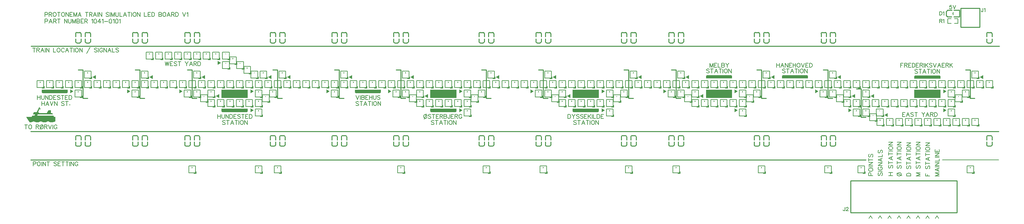
<source format=gto>
G04 Layer: TopSilkscreenLayer*
G04 EasyEDA v6.5.32, 2023-07-25 17:33:38*
G04 0e047b32cf204c8d8061d642989ecc76,5a6b42c53f6a479593ecc07194224c93,10*
G04 Gerber Generator version 0.2*
G04 Scale: 100 percent, Rotated: No, Reflected: No *
G04 Dimensions in millimeters *
G04 leading zeros omitted , absolute positions ,4 integer and 5 decimal *
%FSLAX45Y45*%
%MOMM*%

%ADD10C,0.1524*%
%ADD11C,0.2000*%
%ADD12C,0.5000*%
%ADD13C,0.2540*%
%ADD14C,0.2030*%
%ADD15C,0.1270*%
%ADD16C,0.0194*%

%LPD*%
G36*
X1251153Y18175833D02*
G01*
X1243025Y18175782D01*
X1169974Y18044617D01*
X1099312Y18043601D01*
X1078788Y18002351D01*
X1069746Y17983352D01*
X1072286Y17982946D01*
X1089558Y17982184D01*
X1134516Y17981422D01*
X1116888Y17949773D01*
X1053388Y17949773D01*
X1037234Y17917210D01*
X930656Y17917058D01*
X898042Y17916398D01*
X895502Y17916093D01*
X914146Y17885460D01*
X978560Y17782489D01*
X986485Y17769433D01*
X1003706Y17770398D01*
X1010462Y17770957D01*
X1017269Y17771821D01*
X1024077Y17773040D01*
X1030833Y17774564D01*
X1037590Y17776393D01*
X1044244Y17778526D01*
X1050848Y17780914D01*
X1063599Y17786604D01*
X1069797Y17789855D01*
X1075740Y17793309D01*
X1088440Y17801844D01*
X1097026Y17796154D01*
X1106576Y17790769D01*
X1117600Y17785283D01*
X1129233Y17780406D01*
X1141120Y17776494D01*
X1153210Y17773548D01*
X1165402Y17771516D01*
X1177696Y17770398D01*
X1189990Y17770246D01*
X1196136Y17770500D01*
X1208328Y17771719D01*
X1214424Y17772634D01*
X1226413Y17775224D01*
X1232357Y17776850D01*
X1244041Y17780812D01*
X1255471Y17785689D01*
X1261059Y17788432D01*
X1266545Y17791430D01*
X1277213Y17798084D01*
X1282700Y17801844D01*
X1294384Y17794020D01*
X1299464Y17791023D01*
X1310487Y17785435D01*
X1322527Y17780457D01*
X1328826Y17778171D01*
X1340459Y17774615D01*
X1349400Y17772532D01*
X1353870Y17771872D01*
X1364335Y17771160D01*
X1378966Y17771008D01*
X1392783Y17771160D01*
X1403299Y17771770D01*
X1411986Y17772989D01*
X1420368Y17774970D01*
X1426311Y17776799D01*
X1432661Y17779034D01*
X1445768Y17784470D01*
X1458366Y17790718D01*
X1464056Y17793970D01*
X1476197Y17802047D01*
X1488897Y17793512D01*
X1499870Y17787467D01*
X1511401Y17782235D01*
X1523796Y17777764D01*
X1536395Y17774310D01*
X1542745Y17772989D01*
X1555546Y17771059D01*
X1568450Y17770195D01*
X1581302Y17770348D01*
X1594104Y17771465D01*
X1606804Y17773650D01*
X1619300Y17776799D01*
X1625447Y17778780D01*
X1637588Y17783454D01*
X1649374Y17789144D01*
X1669034Y17800472D01*
X1669034Y17917210D01*
X1639316Y17917312D01*
X1622094Y17948808D01*
X1188974Y17949824D01*
X1198727Y17982387D01*
X1529994Y17982590D01*
X1579372Y17982895D01*
X1603908Y17983352D01*
X1601673Y17988584D01*
X1588566Y18014950D01*
X1552244Y18014950D01*
X1552244Y18095417D01*
X1487678Y18095417D01*
X1442770Y18014950D01*
X1244803Y18014950D01*
X1225499Y18035625D01*
X1218438Y18043652D01*
X1243025Y18122239D01*
X1276502Y18122239D01*
X1276502Y18145252D01*
X1259230Y18145353D01*
X1255268Y18145760D01*
X1252626Y18146318D01*
X1251610Y18146979D01*
X1252728Y18151805D01*
X1258112Y18169890D01*
X1259281Y18174462D01*
X1258620Y18175020D01*
X1256893Y18175478D01*
G37*
D10*
X1397000Y20714716D02*
G01*
X1397000Y20605750D01*
X1397000Y20714716D02*
G01*
X1443736Y20714716D01*
X1459229Y20709636D01*
X1464563Y20704302D01*
X1469643Y20693887D01*
X1469643Y20678394D01*
X1464563Y20667979D01*
X1459229Y20662900D01*
X1443736Y20657566D01*
X1397000Y20657566D01*
X1503934Y20714716D02*
G01*
X1503934Y20605750D01*
X1503934Y20714716D02*
G01*
X1550670Y20714716D01*
X1566418Y20709636D01*
X1571497Y20704302D01*
X1576831Y20693887D01*
X1576831Y20683474D01*
X1571497Y20673060D01*
X1566418Y20667979D01*
X1550670Y20662900D01*
X1503934Y20662900D01*
X1540509Y20662900D02*
G01*
X1576831Y20605750D01*
X1642109Y20714716D02*
G01*
X1631950Y20709636D01*
X1621536Y20699221D01*
X1616202Y20688808D01*
X1611122Y20673060D01*
X1611122Y20647152D01*
X1616202Y20631658D01*
X1621536Y20621244D01*
X1631950Y20610829D01*
X1642109Y20605750D01*
X1662938Y20605750D01*
X1673352Y20610829D01*
X1683765Y20621244D01*
X1689100Y20631658D01*
X1694179Y20647152D01*
X1694179Y20673060D01*
X1689100Y20688808D01*
X1683765Y20699221D01*
X1673352Y20709636D01*
X1662938Y20714716D01*
X1642109Y20714716D01*
X1764791Y20714716D02*
G01*
X1764791Y20605750D01*
X1728470Y20714716D02*
G01*
X1801113Y20714716D01*
X1866645Y20714716D02*
G01*
X1856231Y20709636D01*
X1845818Y20699221D01*
X1840738Y20688808D01*
X1835404Y20673060D01*
X1835404Y20647152D01*
X1840738Y20631658D01*
X1845818Y20621244D01*
X1856231Y20610829D01*
X1866645Y20605750D01*
X1887474Y20605750D01*
X1897888Y20610829D01*
X1908302Y20621244D01*
X1913381Y20631658D01*
X1918715Y20647152D01*
X1918715Y20673060D01*
X1913381Y20688808D01*
X1908302Y20699221D01*
X1897888Y20709636D01*
X1887474Y20714716D01*
X1866645Y20714716D01*
X1953006Y20714716D02*
G01*
X1953006Y20605750D01*
X1953006Y20714716D02*
G01*
X2025650Y20605750D01*
X2025650Y20714716D02*
G01*
X2025650Y20605750D01*
X2059940Y20714716D02*
G01*
X2059940Y20605750D01*
X2059940Y20714716D02*
G01*
X2127504Y20714716D01*
X2059940Y20662900D02*
G01*
X2101595Y20662900D01*
X2059940Y20605750D02*
G01*
X2127504Y20605750D01*
X2161793Y20714716D02*
G01*
X2161793Y20605750D01*
X2161793Y20714716D02*
G01*
X2203450Y20605750D01*
X2244852Y20714716D02*
G01*
X2203450Y20605750D01*
X2244852Y20714716D02*
G01*
X2244852Y20605750D01*
X2320797Y20714716D02*
G01*
X2279141Y20605750D01*
X2320797Y20714716D02*
G01*
X2362200Y20605750D01*
X2294890Y20642071D02*
G01*
X2346706Y20642071D01*
X2513075Y20714716D02*
G01*
X2513075Y20605750D01*
X2476500Y20714716D02*
G01*
X2549397Y20714716D01*
X2583688Y20714716D02*
G01*
X2583688Y20605750D01*
X2583688Y20714716D02*
G01*
X2630424Y20714716D01*
X2645918Y20709636D01*
X2651252Y20704302D01*
X2656331Y20693887D01*
X2656331Y20683474D01*
X2651252Y20673060D01*
X2645918Y20667979D01*
X2630424Y20662900D01*
X2583688Y20662900D01*
X2620009Y20662900D02*
G01*
X2656331Y20605750D01*
X2732277Y20714716D02*
G01*
X2690622Y20605750D01*
X2732277Y20714716D02*
G01*
X2773679Y20605750D01*
X2706370Y20642071D02*
G01*
X2758186Y20642071D01*
X2807970Y20714716D02*
G01*
X2807970Y20605750D01*
X2842259Y20714716D02*
G01*
X2842259Y20605750D01*
X2842259Y20714716D02*
G01*
X2915158Y20605750D01*
X2915158Y20714716D02*
G01*
X2915158Y20605750D01*
X3102102Y20699221D02*
G01*
X3091688Y20709636D01*
X3076193Y20714716D01*
X3055365Y20714716D01*
X3039872Y20709636D01*
X3029458Y20699221D01*
X3029458Y20688808D01*
X3034538Y20678394D01*
X3039872Y20673060D01*
X3050286Y20667979D01*
X3081274Y20657566D01*
X3091688Y20652486D01*
X3097022Y20647152D01*
X3102102Y20636737D01*
X3102102Y20621244D01*
X3091688Y20610829D01*
X3076193Y20605750D01*
X3055365Y20605750D01*
X3039872Y20610829D01*
X3029458Y20621244D01*
X3136391Y20714716D02*
G01*
X3136391Y20605750D01*
X3170681Y20714716D02*
G01*
X3170681Y20605750D01*
X3170681Y20714716D02*
G01*
X3212338Y20605750D01*
X3253740Y20714716D02*
G01*
X3212338Y20605750D01*
X3253740Y20714716D02*
G01*
X3253740Y20605750D01*
X3288029Y20714716D02*
G01*
X3288029Y20636737D01*
X3293363Y20621244D01*
X3303777Y20610829D01*
X3319272Y20605750D01*
X3329686Y20605750D01*
X3345179Y20610829D01*
X3355593Y20621244D01*
X3360927Y20636737D01*
X3360927Y20714716D01*
X3395218Y20714716D02*
G01*
X3395218Y20605750D01*
X3395218Y20605750D02*
G01*
X3457447Y20605750D01*
X3533393Y20714716D02*
G01*
X3491738Y20605750D01*
X3533393Y20714716D02*
G01*
X3575050Y20605750D01*
X3507486Y20642071D02*
G01*
X3559302Y20642071D01*
X3645661Y20714716D02*
G01*
X3645661Y20605750D01*
X3609340Y20714716D02*
G01*
X3681984Y20714716D01*
X3716274Y20714716D02*
G01*
X3716274Y20605750D01*
X3781806Y20714716D02*
G01*
X3771391Y20709636D01*
X3760977Y20699221D01*
X3755643Y20688808D01*
X3750563Y20673060D01*
X3750563Y20647152D01*
X3755643Y20631658D01*
X3760977Y20621244D01*
X3771391Y20610829D01*
X3781806Y20605750D01*
X3802379Y20605750D01*
X3812793Y20610829D01*
X3823208Y20621244D01*
X3828541Y20631658D01*
X3833622Y20647152D01*
X3833622Y20673060D01*
X3828541Y20688808D01*
X3823208Y20699221D01*
X3812793Y20709636D01*
X3802379Y20714716D01*
X3781806Y20714716D01*
X3867911Y20714716D02*
G01*
X3867911Y20605750D01*
X3867911Y20714716D02*
G01*
X3940809Y20605750D01*
X3940809Y20714716D02*
G01*
X3940809Y20605750D01*
X4055109Y20714716D02*
G01*
X4055109Y20605750D01*
X4055109Y20605750D02*
G01*
X4117340Y20605750D01*
X4151629Y20714716D02*
G01*
X4151629Y20605750D01*
X4151629Y20714716D02*
G01*
X4219193Y20714716D01*
X4151629Y20662900D02*
G01*
X4193286Y20662900D01*
X4151629Y20605750D02*
G01*
X4219193Y20605750D01*
X4253484Y20714716D02*
G01*
X4253484Y20605750D01*
X4253484Y20714716D02*
G01*
X4289806Y20714716D01*
X4305300Y20709636D01*
X4315713Y20699221D01*
X4321047Y20688808D01*
X4326127Y20673060D01*
X4326127Y20647152D01*
X4321047Y20631658D01*
X4315713Y20621244D01*
X4305300Y20610829D01*
X4289806Y20605750D01*
X4253484Y20605750D01*
X4440427Y20714716D02*
G01*
X4440427Y20605750D01*
X4440427Y20714716D02*
G01*
X4487163Y20714716D01*
X4502911Y20709636D01*
X4507991Y20704302D01*
X4513325Y20693887D01*
X4513325Y20683474D01*
X4507991Y20673060D01*
X4502911Y20667979D01*
X4487163Y20662900D01*
X4440427Y20662900D02*
G01*
X4487163Y20662900D01*
X4502911Y20657566D01*
X4507991Y20652486D01*
X4513325Y20642071D01*
X4513325Y20626324D01*
X4507991Y20615910D01*
X4502911Y20610829D01*
X4487163Y20605750D01*
X4440427Y20605750D01*
X4578604Y20714716D02*
G01*
X4568190Y20709636D01*
X4558029Y20699221D01*
X4552695Y20688808D01*
X4547615Y20673060D01*
X4547615Y20647152D01*
X4552695Y20631658D01*
X4558029Y20621244D01*
X4568190Y20610829D01*
X4578604Y20605750D01*
X4599431Y20605750D01*
X4609845Y20610829D01*
X4620259Y20621244D01*
X4625340Y20631658D01*
X4630674Y20647152D01*
X4630674Y20673060D01*
X4625340Y20688808D01*
X4620259Y20699221D01*
X4609845Y20709636D01*
X4599431Y20714716D01*
X4578604Y20714716D01*
X4706620Y20714716D02*
G01*
X4664963Y20605750D01*
X4706620Y20714716D02*
G01*
X4748022Y20605750D01*
X4680458Y20642071D02*
G01*
X4732527Y20642071D01*
X4782311Y20714716D02*
G01*
X4782311Y20605750D01*
X4782311Y20714716D02*
G01*
X4829047Y20714716D01*
X4844795Y20709636D01*
X4849875Y20704302D01*
X4855209Y20693887D01*
X4855209Y20683474D01*
X4849875Y20673060D01*
X4844795Y20667979D01*
X4829047Y20662900D01*
X4782311Y20662900D01*
X4818634Y20662900D02*
G01*
X4855209Y20605750D01*
X4889500Y20714716D02*
G01*
X4889500Y20605750D01*
X4889500Y20714716D02*
G01*
X4925822Y20714716D01*
X4941315Y20709636D01*
X4951729Y20699221D01*
X4956809Y20688808D01*
X4962143Y20673060D01*
X4962143Y20647152D01*
X4956809Y20631658D01*
X4951729Y20621244D01*
X4941315Y20610829D01*
X4925822Y20605750D01*
X4889500Y20605750D01*
X5076443Y20714716D02*
G01*
X5118100Y20605750D01*
X5159502Y20714716D02*
G01*
X5118100Y20605750D01*
X5193791Y20693887D02*
G01*
X5204206Y20699221D01*
X5219700Y20714716D01*
X5219700Y20605750D01*
X1397000Y20536916D02*
G01*
X1397000Y20427950D01*
X1397000Y20536916D02*
G01*
X1443736Y20536916D01*
X1459229Y20531836D01*
X1464563Y20526502D01*
X1469643Y20516087D01*
X1469643Y20500594D01*
X1464563Y20490179D01*
X1459229Y20485100D01*
X1443736Y20479766D01*
X1397000Y20479766D01*
X1545590Y20536916D02*
G01*
X1503934Y20427950D01*
X1545590Y20536916D02*
G01*
X1587245Y20427950D01*
X1519681Y20464271D02*
G01*
X1571497Y20464271D01*
X1621536Y20536916D02*
G01*
X1621536Y20427950D01*
X1621536Y20536916D02*
G01*
X1668272Y20536916D01*
X1683765Y20531836D01*
X1689100Y20526502D01*
X1694179Y20516087D01*
X1694179Y20505674D01*
X1689100Y20495260D01*
X1683765Y20490179D01*
X1668272Y20485100D01*
X1621536Y20485100D01*
X1657858Y20485100D02*
G01*
X1694179Y20427950D01*
X1764791Y20536916D02*
G01*
X1764791Y20427950D01*
X1728470Y20536916D02*
G01*
X1801113Y20536916D01*
X1915413Y20536916D02*
G01*
X1915413Y20427950D01*
X1915413Y20536916D02*
G01*
X1988311Y20427950D01*
X1988311Y20536916D02*
G01*
X1988311Y20427950D01*
X2022602Y20536916D02*
G01*
X2022602Y20458937D01*
X2027681Y20443444D01*
X2038095Y20433029D01*
X2053590Y20427950D01*
X2064004Y20427950D01*
X2079752Y20433029D01*
X2090165Y20443444D01*
X2095245Y20458937D01*
X2095245Y20536916D01*
X2129536Y20536916D02*
G01*
X2129536Y20427950D01*
X2129536Y20536916D02*
G01*
X2171191Y20427950D01*
X2212593Y20536916D02*
G01*
X2171191Y20427950D01*
X2212593Y20536916D02*
G01*
X2212593Y20427950D01*
X2246884Y20536916D02*
G01*
X2246884Y20427950D01*
X2246884Y20536916D02*
G01*
X2293620Y20536916D01*
X2309368Y20531836D01*
X2314447Y20526502D01*
X2319781Y20516087D01*
X2319781Y20505674D01*
X2314447Y20495260D01*
X2309368Y20490179D01*
X2293620Y20485100D01*
X2246884Y20485100D02*
G01*
X2293620Y20485100D01*
X2309368Y20479766D01*
X2314447Y20474686D01*
X2319781Y20464271D01*
X2319781Y20448524D01*
X2314447Y20438110D01*
X2309368Y20433029D01*
X2293620Y20427950D01*
X2246884Y20427950D01*
X2354072Y20536916D02*
G01*
X2354072Y20427950D01*
X2354072Y20536916D02*
G01*
X2421636Y20536916D01*
X2354072Y20485100D02*
G01*
X2395474Y20485100D01*
X2354072Y20427950D02*
G01*
X2421636Y20427950D01*
X2455925Y20536916D02*
G01*
X2455925Y20427950D01*
X2455925Y20536916D02*
G01*
X2502661Y20536916D01*
X2518156Y20531836D01*
X2523490Y20526502D01*
X2528570Y20516087D01*
X2528570Y20505674D01*
X2523490Y20495260D01*
X2518156Y20490179D01*
X2502661Y20485100D01*
X2455925Y20485100D01*
X2492247Y20485100D02*
G01*
X2528570Y20427950D01*
X2642870Y20516087D02*
G01*
X2653284Y20521421D01*
X2668777Y20536916D01*
X2668777Y20427950D01*
X2734309Y20536916D02*
G01*
X2718815Y20531836D01*
X2708402Y20516087D01*
X2703068Y20490179D01*
X2703068Y20474686D01*
X2708402Y20448524D01*
X2718815Y20433029D01*
X2734309Y20427950D01*
X2744724Y20427950D01*
X2760218Y20433029D01*
X2770631Y20448524D01*
X2775965Y20474686D01*
X2775965Y20490179D01*
X2770631Y20516087D01*
X2760218Y20531836D01*
X2744724Y20536916D01*
X2734309Y20536916D01*
X2862072Y20536916D02*
G01*
X2810256Y20464271D01*
X2887979Y20464271D01*
X2862072Y20536916D02*
G01*
X2862072Y20427950D01*
X2922270Y20516087D02*
G01*
X2932684Y20521421D01*
X2948431Y20536916D01*
X2948431Y20427950D01*
X2982722Y20474686D02*
G01*
X3076193Y20474686D01*
X3141725Y20536916D02*
G01*
X3125977Y20531836D01*
X3115563Y20516087D01*
X3110484Y20490179D01*
X3110484Y20474686D01*
X3115563Y20448524D01*
X3125977Y20433029D01*
X3141725Y20427950D01*
X3152140Y20427950D01*
X3167634Y20433029D01*
X3178047Y20448524D01*
X3183127Y20474686D01*
X3183127Y20490179D01*
X3178047Y20516087D01*
X3167634Y20531836D01*
X3152140Y20536916D01*
X3141725Y20536916D01*
X3217418Y20516087D02*
G01*
X3227831Y20521421D01*
X3243579Y20536916D01*
X3243579Y20427950D01*
X3308858Y20536916D02*
G01*
X3293363Y20531836D01*
X3282950Y20516087D01*
X3277870Y20490179D01*
X3277870Y20474686D01*
X3282950Y20448524D01*
X3293363Y20433029D01*
X3308858Y20427950D01*
X3319272Y20427950D01*
X3335020Y20433029D01*
X3345179Y20448524D01*
X3350513Y20474686D01*
X3350513Y20490179D01*
X3345179Y20516087D01*
X3335020Y20531836D01*
X3319272Y20536916D01*
X3308858Y20536916D01*
X3384804Y20516087D02*
G01*
X3395218Y20521421D01*
X3410711Y20536916D01*
X3410711Y20427950D01*
X22803866Y15493237D02*
G01*
X22803866Y15420594D01*
X22799293Y15406878D01*
X22794722Y15402305D01*
X22785577Y15397734D01*
X22776688Y15397734D01*
X22767543Y15402305D01*
X22762972Y15406878D01*
X22758400Y15420594D01*
X22758400Y15429737D01*
X22838409Y15470631D02*
G01*
X22838409Y15475204D01*
X22842981Y15484094D01*
X22847554Y15488666D01*
X22856698Y15493237D01*
X22874731Y15493237D01*
X22883875Y15488666D01*
X22888448Y15484094D01*
X22893020Y15475204D01*
X22893020Y15466060D01*
X22888448Y15456916D01*
X22879304Y15443200D01*
X22833838Y15397734D01*
X22897591Y15397734D01*
X6019792Y17984216D02*
G01*
X6019792Y17875250D01*
X6092436Y17984216D02*
G01*
X6092436Y17875250D01*
X6019792Y17932400D02*
G01*
X6092436Y17932400D01*
X6126726Y17984216D02*
G01*
X6126726Y17906237D01*
X6132060Y17890744D01*
X6142474Y17880329D01*
X6157968Y17875250D01*
X6168382Y17875250D01*
X6183876Y17880329D01*
X6194290Y17890744D01*
X6199624Y17906237D01*
X6199624Y17984216D01*
X6233914Y17984216D02*
G01*
X6233914Y17875250D01*
X6233914Y17984216D02*
G01*
X6306558Y17875250D01*
X6306558Y17984216D02*
G01*
X6306558Y17875250D01*
X6340848Y17984216D02*
G01*
X6340848Y17875250D01*
X6340848Y17984216D02*
G01*
X6377170Y17984216D01*
X6392918Y17979136D01*
X6403332Y17968721D01*
X6408412Y17958308D01*
X6413492Y17942560D01*
X6413492Y17916652D01*
X6408412Y17901158D01*
X6403332Y17890744D01*
X6392918Y17880329D01*
X6377170Y17875250D01*
X6340848Y17875250D01*
X6447782Y17984216D02*
G01*
X6447782Y17875250D01*
X6447782Y17984216D02*
G01*
X6515346Y17984216D01*
X6447782Y17932400D02*
G01*
X6489438Y17932400D01*
X6447782Y17875250D02*
G01*
X6515346Y17875250D01*
X6622534Y17968721D02*
G01*
X6612120Y17979136D01*
X6596372Y17984216D01*
X6575798Y17984216D01*
X6560050Y17979136D01*
X6549636Y17968721D01*
X6549636Y17958308D01*
X6554970Y17947894D01*
X6560050Y17942560D01*
X6570464Y17937479D01*
X6601706Y17927066D01*
X6612120Y17921986D01*
X6617200Y17916652D01*
X6622534Y17906237D01*
X6622534Y17890744D01*
X6612120Y17880329D01*
X6596372Y17875250D01*
X6575798Y17875250D01*
X6560050Y17880329D01*
X6549636Y17890744D01*
X6693146Y17984216D02*
G01*
X6693146Y17875250D01*
X6656824Y17984216D02*
G01*
X6729468Y17984216D01*
X6763758Y17984216D02*
G01*
X6763758Y17875250D01*
X6763758Y17984216D02*
G01*
X6831322Y17984216D01*
X6763758Y17932400D02*
G01*
X6805414Y17932400D01*
X6763758Y17875250D02*
G01*
X6831322Y17875250D01*
X6865612Y17984216D02*
G01*
X6865612Y17875250D01*
X6865612Y17984216D02*
G01*
X6901934Y17984216D01*
X6917682Y17979136D01*
X6927842Y17968721D01*
X6933176Y17958308D01*
X6938256Y17942560D01*
X6938256Y17916652D01*
X6933176Y17901158D01*
X6927842Y17890744D01*
X6917682Y17880329D01*
X6901934Y17875250D01*
X6865612Y17875250D01*
X6219436Y17803621D02*
G01*
X6209022Y17814036D01*
X6193528Y17819116D01*
X6172700Y17819116D01*
X6157206Y17814036D01*
X6146792Y17803621D01*
X6146792Y17793208D01*
X6151872Y17782794D01*
X6157206Y17777460D01*
X6167620Y17772379D01*
X6198862Y17761966D01*
X6209022Y17756886D01*
X6214356Y17751552D01*
X6219436Y17741137D01*
X6219436Y17725644D01*
X6209022Y17715229D01*
X6193528Y17710150D01*
X6172700Y17710150D01*
X6157206Y17715229D01*
X6146792Y17725644D01*
X6290302Y17819116D02*
G01*
X6290302Y17710150D01*
X6253726Y17819116D02*
G01*
X6326624Y17819116D01*
X6402316Y17819116D02*
G01*
X6360914Y17710150D01*
X6402316Y17819116D02*
G01*
X6443972Y17710150D01*
X6376408Y17746471D02*
G01*
X6428478Y17746471D01*
X6514584Y17819116D02*
G01*
X6514584Y17710150D01*
X6478262Y17819116D02*
G01*
X6550906Y17819116D01*
X6585196Y17819116D02*
G01*
X6585196Y17710150D01*
X6650728Y17819116D02*
G01*
X6640314Y17814036D01*
X6629900Y17803621D01*
X6624820Y17793208D01*
X6619486Y17777460D01*
X6619486Y17751552D01*
X6624820Y17736058D01*
X6629900Y17725644D01*
X6640314Y17715229D01*
X6650728Y17710150D01*
X6671556Y17710150D01*
X6681970Y17715229D01*
X6692384Y17725644D01*
X6697464Y17736058D01*
X6702798Y17751552D01*
X6702798Y17777460D01*
X6697464Y17793208D01*
X6692384Y17803621D01*
X6681970Y17814036D01*
X6671556Y17819116D01*
X6650728Y17819116D01*
X6737088Y17819116D02*
G01*
X6737088Y17710150D01*
X6737088Y17819116D02*
G01*
X6809732Y17710150D01*
X6809732Y17819116D02*
G01*
X6809732Y17710150D01*
X9788136Y18311621D02*
G01*
X9777722Y18322036D01*
X9762228Y18327116D01*
X9741400Y18327116D01*
X9725906Y18322036D01*
X9715492Y18311621D01*
X9715492Y18301208D01*
X9720572Y18290794D01*
X9725906Y18285460D01*
X9736320Y18280379D01*
X9767562Y18269966D01*
X9777722Y18264886D01*
X9783056Y18259552D01*
X9788136Y18249137D01*
X9788136Y18233644D01*
X9777722Y18223229D01*
X9762228Y18218150D01*
X9741400Y18218150D01*
X9725906Y18223229D01*
X9715492Y18233644D01*
X9859002Y18327116D02*
G01*
X9859002Y18218150D01*
X9822426Y18327116D02*
G01*
X9895324Y18327116D01*
X9971016Y18327116D02*
G01*
X9929614Y18218150D01*
X9971016Y18327116D02*
G01*
X10012672Y18218150D01*
X9945108Y18254471D02*
G01*
X9997178Y18254471D01*
X10083284Y18327116D02*
G01*
X10083284Y18218150D01*
X10046962Y18327116D02*
G01*
X10119606Y18327116D01*
X10153896Y18327116D02*
G01*
X10153896Y18218150D01*
X10219428Y18327116D02*
G01*
X10209014Y18322036D01*
X10198600Y18311621D01*
X10193520Y18301208D01*
X10188186Y18285460D01*
X10188186Y18259552D01*
X10193520Y18244058D01*
X10198600Y18233644D01*
X10209014Y18223229D01*
X10219428Y18218150D01*
X10240256Y18218150D01*
X10250670Y18223229D01*
X10261084Y18233644D01*
X10266164Y18244058D01*
X10271498Y18259552D01*
X10271498Y18285460D01*
X10266164Y18301208D01*
X10261084Y18311621D01*
X10250670Y18322036D01*
X10240256Y18327116D01*
X10219428Y18327116D01*
X10305788Y18327116D02*
G01*
X10305788Y18218150D01*
X10305788Y18327116D02*
G01*
X10378432Y18218150D01*
X10378432Y18327116D02*
G01*
X10378432Y18218150D01*
X9715492Y18492216D02*
G01*
X9757148Y18383250D01*
X9798550Y18492216D02*
G01*
X9757148Y18383250D01*
X9832840Y18492216D02*
G01*
X9832840Y18383250D01*
X9867130Y18492216D02*
G01*
X9867130Y18383250D01*
X9867130Y18492216D02*
G01*
X9913866Y18492216D01*
X9929614Y18487136D01*
X9934694Y18481802D01*
X9940028Y18471387D01*
X9940028Y18460974D01*
X9934694Y18450560D01*
X9929614Y18445479D01*
X9913866Y18440400D01*
X9867130Y18440400D02*
G01*
X9913866Y18440400D01*
X9929614Y18435066D01*
X9934694Y18429986D01*
X9940028Y18419571D01*
X9940028Y18403824D01*
X9934694Y18393410D01*
X9929614Y18388329D01*
X9913866Y18383250D01*
X9867130Y18383250D01*
X9974318Y18492216D02*
G01*
X9974318Y18383250D01*
X9974318Y18492216D02*
G01*
X10041882Y18492216D01*
X9974318Y18440400D02*
G01*
X10015720Y18440400D01*
X9974318Y18383250D02*
G01*
X10041882Y18383250D01*
X10076172Y18492216D02*
G01*
X10076172Y18383250D01*
X10148816Y18492216D02*
G01*
X10148816Y18383250D01*
X10076172Y18440400D02*
G01*
X10148816Y18440400D01*
X10183106Y18492216D02*
G01*
X10183106Y18414237D01*
X10188186Y18398744D01*
X10198600Y18388329D01*
X10214348Y18383250D01*
X10224762Y18383250D01*
X10240256Y18388329D01*
X10250670Y18398744D01*
X10255750Y18414237D01*
X10255750Y18492216D01*
X10362938Y18476721D02*
G01*
X10352524Y18487136D01*
X10336776Y18492216D01*
X10316202Y18492216D01*
X10300454Y18487136D01*
X10290040Y18476721D01*
X10290040Y18466308D01*
X10295374Y18455894D01*
X10300454Y18450560D01*
X10310868Y18445479D01*
X10342110Y18435066D01*
X10352524Y18429986D01*
X10357604Y18424652D01*
X10362938Y18414237D01*
X10362938Y18398744D01*
X10352524Y18388329D01*
X10336776Y18383250D01*
X10316202Y18383250D01*
X10300454Y18388329D01*
X10290040Y18398744D01*
X11807436Y17803621D02*
G01*
X11797022Y17814036D01*
X11781528Y17819116D01*
X11760700Y17819116D01*
X11745206Y17814036D01*
X11734792Y17803621D01*
X11734792Y17793208D01*
X11739872Y17782794D01*
X11745206Y17777460D01*
X11755620Y17772379D01*
X11786862Y17761966D01*
X11797022Y17756886D01*
X11802356Y17751552D01*
X11807436Y17741137D01*
X11807436Y17725644D01*
X11797022Y17715229D01*
X11781528Y17710150D01*
X11760700Y17710150D01*
X11745206Y17715229D01*
X11734792Y17725644D01*
X11878302Y17819116D02*
G01*
X11878302Y17710150D01*
X11841726Y17819116D02*
G01*
X11914624Y17819116D01*
X11990316Y17819116D02*
G01*
X11948914Y17710150D01*
X11990316Y17819116D02*
G01*
X12031972Y17710150D01*
X11964408Y17746471D02*
G01*
X12016478Y17746471D01*
X12102584Y17819116D02*
G01*
X12102584Y17710150D01*
X12066262Y17819116D02*
G01*
X12138906Y17819116D01*
X12173196Y17819116D02*
G01*
X12173196Y17710150D01*
X12238728Y17819116D02*
G01*
X12228314Y17814036D01*
X12217900Y17803621D01*
X12212820Y17793208D01*
X12207486Y17777460D01*
X12207486Y17751552D01*
X12212820Y17736058D01*
X12217900Y17725644D01*
X12228314Y17715229D01*
X12238728Y17710150D01*
X12259556Y17710150D01*
X12269970Y17715229D01*
X12280384Y17725644D01*
X12285464Y17736058D01*
X12290798Y17751552D01*
X12290798Y17777460D01*
X12285464Y17793208D01*
X12280384Y17803621D01*
X12269970Y17814036D01*
X12259556Y17819116D01*
X12238728Y17819116D01*
X12325088Y17819116D02*
G01*
X12325088Y17710150D01*
X12325088Y17819116D02*
G01*
X12397732Y17710150D01*
X12397732Y17819116D02*
G01*
X12397732Y17710150D01*
X11562834Y17984216D02*
G01*
X11552420Y17979136D01*
X11542006Y17968721D01*
X11536672Y17958308D01*
X11531592Y17942560D01*
X11531592Y17916652D01*
X11536672Y17901158D01*
X11542006Y17890744D01*
X11552420Y17880329D01*
X11562834Y17875250D01*
X11583662Y17875250D01*
X11593822Y17880329D01*
X11604236Y17890744D01*
X11609570Y17901158D01*
X11614650Y17916652D01*
X11614650Y17942560D01*
X11609570Y17958308D01*
X11604236Y17968721D01*
X11593822Y17979136D01*
X11583662Y17984216D01*
X11562834Y17984216D01*
X11721838Y17968721D02*
G01*
X11711424Y17979136D01*
X11695676Y17984216D01*
X11675102Y17984216D01*
X11659354Y17979136D01*
X11648940Y17968721D01*
X11648940Y17958308D01*
X11654274Y17947894D01*
X11659354Y17942560D01*
X11669768Y17937479D01*
X11701010Y17927066D01*
X11711424Y17921986D01*
X11716504Y17916652D01*
X11721838Y17906237D01*
X11721838Y17890744D01*
X11711424Y17880329D01*
X11695676Y17875250D01*
X11675102Y17875250D01*
X11659354Y17880329D01*
X11648940Y17890744D01*
X11792450Y17984216D02*
G01*
X11792450Y17875250D01*
X11756128Y17984216D02*
G01*
X11828772Y17984216D01*
X11863062Y17984216D02*
G01*
X11863062Y17875250D01*
X11863062Y17984216D02*
G01*
X11930626Y17984216D01*
X11863062Y17932400D02*
G01*
X11904718Y17932400D01*
X11863062Y17875250D02*
G01*
X11930626Y17875250D01*
X11964916Y17984216D02*
G01*
X11964916Y17875250D01*
X11964916Y17984216D02*
G01*
X12011652Y17984216D01*
X12027146Y17979136D01*
X12032480Y17973802D01*
X12037560Y17963387D01*
X12037560Y17952974D01*
X12032480Y17942560D01*
X12027146Y17937479D01*
X12011652Y17932400D01*
X11964916Y17932400D01*
X12001238Y17932400D02*
G01*
X12037560Y17875250D01*
X12071850Y17984216D02*
G01*
X12071850Y17875250D01*
X12071850Y17984216D02*
G01*
X12118586Y17984216D01*
X12134334Y17979136D01*
X12139414Y17973802D01*
X12144748Y17963387D01*
X12144748Y17952974D01*
X12139414Y17942560D01*
X12134334Y17937479D01*
X12118586Y17932400D01*
X12071850Y17932400D02*
G01*
X12118586Y17932400D01*
X12134334Y17927066D01*
X12139414Y17921986D01*
X12144748Y17911571D01*
X12144748Y17895824D01*
X12139414Y17885410D01*
X12134334Y17880329D01*
X12118586Y17875250D01*
X12071850Y17875250D01*
X12230854Y17984216D02*
G01*
X12230854Y17901158D01*
X12225774Y17885410D01*
X12220440Y17880329D01*
X12210026Y17875250D01*
X12199612Y17875250D01*
X12189452Y17880329D01*
X12184118Y17885410D01*
X12179038Y17901158D01*
X12179038Y17911571D01*
X12265144Y17984216D02*
G01*
X12265144Y17875250D01*
X12265144Y17984216D02*
G01*
X12332708Y17984216D01*
X12265144Y17932400D02*
G01*
X12306800Y17932400D01*
X12265144Y17875250D02*
G01*
X12332708Y17875250D01*
X12366998Y17984216D02*
G01*
X12366998Y17875250D01*
X12366998Y17984216D02*
G01*
X12413734Y17984216D01*
X12429482Y17979136D01*
X12434562Y17973802D01*
X12439642Y17963387D01*
X12439642Y17952974D01*
X12434562Y17942560D01*
X12429482Y17937479D01*
X12413734Y17932400D01*
X12366998Y17932400D01*
X12403320Y17932400D02*
G01*
X12439642Y17875250D01*
X12551910Y17958308D02*
G01*
X12546830Y17968721D01*
X12536416Y17979136D01*
X12526002Y17984216D01*
X12505174Y17984216D01*
X12494760Y17979136D01*
X12484346Y17968721D01*
X12479266Y17958308D01*
X12473932Y17942560D01*
X12473932Y17916652D01*
X12479266Y17901158D01*
X12484346Y17890744D01*
X12494760Y17880329D01*
X12505174Y17875250D01*
X12526002Y17875250D01*
X12536416Y17880329D01*
X12546830Y17890744D01*
X12551910Y17901158D01*
X12551910Y17916652D01*
X12526002Y17916652D02*
G01*
X12551910Y17916652D01*
X15392397Y17984216D02*
G01*
X15392397Y17875250D01*
X15392397Y17984216D02*
G01*
X15428719Y17984216D01*
X15444467Y17979136D01*
X15454627Y17968721D01*
X15459961Y17958308D01*
X15465041Y17942560D01*
X15465041Y17916652D01*
X15459961Y17901158D01*
X15454627Y17890744D01*
X15444467Y17880329D01*
X15428719Y17875250D01*
X15392397Y17875250D01*
X15499331Y17984216D02*
G01*
X15540987Y17932400D01*
X15540987Y17875250D01*
X15582643Y17984216D02*
G01*
X15540987Y17932400D01*
X15689577Y17968721D02*
G01*
X15679163Y17979136D01*
X15663669Y17984216D01*
X15642841Y17984216D01*
X15627347Y17979136D01*
X15616933Y17968721D01*
X15616933Y17958308D01*
X15622013Y17947894D01*
X15627347Y17942560D01*
X15637507Y17937479D01*
X15668749Y17927066D01*
X15679163Y17921986D01*
X15684497Y17916652D01*
X15689577Y17906237D01*
X15689577Y17890744D01*
X15679163Y17880329D01*
X15663669Y17875250D01*
X15642841Y17875250D01*
X15627347Y17880329D01*
X15616933Y17890744D01*
X15796511Y17968721D02*
G01*
X15786097Y17979136D01*
X15770603Y17984216D01*
X15749775Y17984216D01*
X15734281Y17979136D01*
X15723867Y17968721D01*
X15723867Y17958308D01*
X15728947Y17947894D01*
X15734281Y17942560D01*
X15744695Y17937479D01*
X15775937Y17927066D01*
X15786097Y17921986D01*
X15791431Y17916652D01*
X15796511Y17906237D01*
X15796511Y17890744D01*
X15786097Y17880329D01*
X15770603Y17875250D01*
X15749775Y17875250D01*
X15734281Y17880329D01*
X15723867Y17890744D01*
X15830801Y17984216D02*
G01*
X15830801Y17875250D01*
X15830801Y17984216D02*
G01*
X15898365Y17984216D01*
X15830801Y17932400D02*
G01*
X15872457Y17932400D01*
X15830801Y17875250D02*
G01*
X15898365Y17875250D01*
X15932655Y17984216D02*
G01*
X15932655Y17875250D01*
X16005553Y17984216D02*
G01*
X15932655Y17911571D01*
X15958817Y17937479D02*
G01*
X16005553Y17875250D01*
X16039843Y17984216D02*
G01*
X16039843Y17875250D01*
X16074133Y17984216D02*
G01*
X16074133Y17875250D01*
X16074133Y17875250D02*
G01*
X16136363Y17875250D01*
X16170653Y17984216D02*
G01*
X16170653Y17875250D01*
X16170653Y17984216D02*
G01*
X16206975Y17984216D01*
X16222723Y17979136D01*
X16233137Y17968721D01*
X16238217Y17958308D01*
X16243297Y17942560D01*
X16243297Y17916652D01*
X16238217Y17901158D01*
X16233137Y17890744D01*
X16222723Y17880329D01*
X16206975Y17875250D01*
X16170653Y17875250D01*
X16277587Y17984216D02*
G01*
X16277587Y17875250D01*
X16277587Y17984216D02*
G01*
X16345151Y17984216D01*
X16277587Y17932400D02*
G01*
X16319243Y17932400D01*
X16277587Y17875250D02*
G01*
X16345151Y17875250D01*
X15617441Y17803621D02*
G01*
X15607027Y17814036D01*
X15591533Y17819116D01*
X15570705Y17819116D01*
X15555211Y17814036D01*
X15544797Y17803621D01*
X15544797Y17793208D01*
X15549877Y17782794D01*
X15555211Y17777460D01*
X15565625Y17772379D01*
X15596867Y17761966D01*
X15607027Y17756886D01*
X15612361Y17751552D01*
X15617441Y17741137D01*
X15617441Y17725644D01*
X15607027Y17715229D01*
X15591533Y17710150D01*
X15570705Y17710150D01*
X15555211Y17715229D01*
X15544797Y17725644D01*
X15688307Y17819116D02*
G01*
X15688307Y17710150D01*
X15651731Y17819116D02*
G01*
X15724629Y17819116D01*
X15800321Y17819116D02*
G01*
X15758919Y17710150D01*
X15800321Y17819116D02*
G01*
X15841977Y17710150D01*
X15774413Y17746471D02*
G01*
X15826483Y17746471D01*
X15912589Y17819116D02*
G01*
X15912589Y17710150D01*
X15876267Y17819116D02*
G01*
X15948911Y17819116D01*
X15983201Y17819116D02*
G01*
X15983201Y17710150D01*
X16048733Y17819116D02*
G01*
X16038319Y17814036D01*
X16027905Y17803621D01*
X16022825Y17793208D01*
X16017491Y17777460D01*
X16017491Y17751552D01*
X16022825Y17736058D01*
X16027905Y17725644D01*
X16038319Y17715229D01*
X16048733Y17710150D01*
X16069561Y17710150D01*
X16079975Y17715229D01*
X16090389Y17725644D01*
X16095469Y17736058D01*
X16100803Y17751552D01*
X16100803Y17777460D01*
X16095469Y17793208D01*
X16090389Y17803621D01*
X16079975Y17814036D01*
X16069561Y17819116D01*
X16048733Y17819116D01*
X16135093Y17819116D02*
G01*
X16135093Y17710150D01*
X16135093Y17819116D02*
G01*
X16207737Y17710150D01*
X16207737Y17819116D02*
G01*
X16207737Y17710150D01*
X1079500Y16714216D02*
G01*
X1079500Y16605250D01*
X1079500Y16714216D02*
G01*
X1126236Y16714216D01*
X1141729Y16709136D01*
X1147063Y16703802D01*
X1152143Y16693387D01*
X1152143Y16677894D01*
X1147063Y16667479D01*
X1141729Y16662400D01*
X1126236Y16657066D01*
X1079500Y16657066D01*
X1217675Y16714216D02*
G01*
X1207261Y16709136D01*
X1196847Y16698721D01*
X1191768Y16688307D01*
X1186434Y16672560D01*
X1186434Y16646652D01*
X1191768Y16631157D01*
X1196847Y16620744D01*
X1207261Y16610329D01*
X1217675Y16605250D01*
X1238504Y16605250D01*
X1248918Y16610329D01*
X1259331Y16620744D01*
X1264411Y16631157D01*
X1269745Y16646652D01*
X1269745Y16672560D01*
X1264411Y16688307D01*
X1259331Y16698721D01*
X1248918Y16709136D01*
X1238504Y16714216D01*
X1217675Y16714216D01*
X1304036Y16714216D02*
G01*
X1304036Y16605250D01*
X1338325Y16714216D02*
G01*
X1338325Y16605250D01*
X1338325Y16714216D02*
G01*
X1410970Y16605250D01*
X1410970Y16714216D02*
G01*
X1410970Y16605250D01*
X1481581Y16714216D02*
G01*
X1481581Y16605250D01*
X1445259Y16714216D02*
G01*
X1517904Y16714216D01*
X1705102Y16698721D02*
G01*
X1694688Y16709136D01*
X1678940Y16714216D01*
X1658365Y16714216D01*
X1642618Y16709136D01*
X1632204Y16698721D01*
X1632204Y16688307D01*
X1637538Y16677894D01*
X1642618Y16672560D01*
X1653031Y16667479D01*
X1684274Y16657066D01*
X1694688Y16651986D01*
X1699768Y16646652D01*
X1705102Y16636237D01*
X1705102Y16620744D01*
X1694688Y16610329D01*
X1678940Y16605250D01*
X1658365Y16605250D01*
X1642618Y16610329D01*
X1632204Y16620744D01*
X1739391Y16714216D02*
G01*
X1739391Y16605250D01*
X1739391Y16714216D02*
G01*
X1806956Y16714216D01*
X1739391Y16662400D02*
G01*
X1780793Y16662400D01*
X1739391Y16605250D02*
G01*
X1806956Y16605250D01*
X1877568Y16714216D02*
G01*
X1877568Y16605250D01*
X1841245Y16714216D02*
G01*
X1913890Y16714216D01*
X1984502Y16714216D02*
G01*
X1984502Y16605250D01*
X1948179Y16714216D02*
G01*
X2020824Y16714216D01*
X2055113Y16714216D02*
G01*
X2055113Y16605250D01*
X2089404Y16714216D02*
G01*
X2089404Y16605250D01*
X2089404Y16714216D02*
G01*
X2162302Y16605250D01*
X2162302Y16714216D02*
G01*
X2162302Y16605250D01*
X2274570Y16688307D02*
G01*
X2269236Y16698721D01*
X2258822Y16709136D01*
X2248408Y16714216D01*
X2227579Y16714216D01*
X2217420Y16709136D01*
X2207006Y16698721D01*
X2201672Y16688307D01*
X2196591Y16672560D01*
X2196591Y16646652D01*
X2201672Y16631157D01*
X2207006Y16620744D01*
X2217420Y16610329D01*
X2227579Y16605250D01*
X2248408Y16605250D01*
X2258822Y16610329D01*
X2269236Y16620744D01*
X2274570Y16631157D01*
X2274570Y16646652D01*
X2248408Y16646652D02*
G01*
X2274570Y16646652D01*
X24295097Y19355816D02*
G01*
X24295097Y19246850D01*
X24295097Y19355816D02*
G01*
X24362661Y19355816D01*
X24295097Y19304000D02*
G01*
X24336753Y19304000D01*
X24396951Y19355816D02*
G01*
X24396951Y19246850D01*
X24396951Y19355816D02*
G01*
X24443687Y19355816D01*
X24459181Y19350736D01*
X24464515Y19345402D01*
X24469595Y19334987D01*
X24469595Y19324574D01*
X24464515Y19314160D01*
X24459181Y19309079D01*
X24443687Y19304000D01*
X24396951Y19304000D01*
X24433273Y19304000D02*
G01*
X24469595Y19246850D01*
X24503885Y19355816D02*
G01*
X24503885Y19246850D01*
X24503885Y19355816D02*
G01*
X24571449Y19355816D01*
X24503885Y19304000D02*
G01*
X24545541Y19304000D01*
X24503885Y19246850D02*
G01*
X24571449Y19246850D01*
X24605739Y19355816D02*
G01*
X24605739Y19246850D01*
X24605739Y19355816D02*
G01*
X24642061Y19355816D01*
X24657809Y19350736D01*
X24668223Y19340321D01*
X24673303Y19329908D01*
X24678637Y19314160D01*
X24678637Y19288252D01*
X24673303Y19272758D01*
X24668223Y19262344D01*
X24657809Y19251929D01*
X24642061Y19246850D01*
X24605739Y19246850D01*
X24712927Y19355816D02*
G01*
X24712927Y19246850D01*
X24712927Y19355816D02*
G01*
X24780237Y19355816D01*
X24712927Y19304000D02*
G01*
X24754329Y19304000D01*
X24712927Y19246850D02*
G01*
X24780237Y19246850D01*
X24814527Y19355816D02*
G01*
X24814527Y19246850D01*
X24814527Y19355816D02*
G01*
X24861517Y19355816D01*
X24877011Y19350736D01*
X24882091Y19345402D01*
X24887425Y19334987D01*
X24887425Y19324574D01*
X24882091Y19314160D01*
X24877011Y19309079D01*
X24861517Y19304000D01*
X24814527Y19304000D01*
X24851103Y19304000D02*
G01*
X24887425Y19246850D01*
X24921715Y19355816D02*
G01*
X24921715Y19246850D01*
X24956005Y19355816D02*
G01*
X24956005Y19246850D01*
X25028649Y19355816D02*
G01*
X24956005Y19283171D01*
X24981913Y19309079D02*
G01*
X25028649Y19246850D01*
X25135837Y19340321D02*
G01*
X25125423Y19350736D01*
X25109675Y19355816D01*
X25088847Y19355816D01*
X25073353Y19350736D01*
X25062939Y19340321D01*
X25062939Y19329908D01*
X25068273Y19319494D01*
X25073353Y19314160D01*
X25083767Y19309079D01*
X25115009Y19298666D01*
X25125423Y19293586D01*
X25130503Y19288252D01*
X25135837Y19277837D01*
X25135837Y19262344D01*
X25125423Y19251929D01*
X25109675Y19246850D01*
X25088847Y19246850D01*
X25073353Y19251929D01*
X25062939Y19262344D01*
X25170127Y19355816D02*
G01*
X25211529Y19246850D01*
X25253185Y19355816D02*
G01*
X25211529Y19246850D01*
X25328877Y19355816D02*
G01*
X25287475Y19246850D01*
X25328877Y19355816D02*
G01*
X25370533Y19246850D01*
X25302969Y19283171D02*
G01*
X25355039Y19283171D01*
X25404823Y19355816D02*
G01*
X25404823Y19246850D01*
X25404823Y19355816D02*
G01*
X25472387Y19355816D01*
X25404823Y19304000D02*
G01*
X25446479Y19304000D01*
X25404823Y19246850D02*
G01*
X25472387Y19246850D01*
X25506677Y19355816D02*
G01*
X25506677Y19246850D01*
X25506677Y19355816D02*
G01*
X25553413Y19355816D01*
X25568907Y19350736D01*
X25574241Y19345402D01*
X25579321Y19334987D01*
X25579321Y19324574D01*
X25574241Y19314160D01*
X25568907Y19309079D01*
X25553413Y19304000D01*
X25506677Y19304000D01*
X25542999Y19304000D02*
G01*
X25579321Y19246850D01*
X25613611Y19355816D02*
G01*
X25613611Y19246850D01*
X25686509Y19355816D02*
G01*
X25613611Y19283171D01*
X25639773Y19309079D02*
G01*
X25686509Y19246850D01*
X24748741Y19175221D02*
G01*
X24738327Y19185636D01*
X24722833Y19190716D01*
X24702005Y19190716D01*
X24686511Y19185636D01*
X24676097Y19175221D01*
X24676097Y19164808D01*
X24681177Y19154394D01*
X24686511Y19149060D01*
X24696925Y19143979D01*
X24728167Y19133566D01*
X24738327Y19128486D01*
X24743661Y19123152D01*
X24748741Y19112737D01*
X24748741Y19097244D01*
X24738327Y19086829D01*
X24722833Y19081750D01*
X24702005Y19081750D01*
X24686511Y19086829D01*
X24676097Y19097244D01*
X24819607Y19190716D02*
G01*
X24819607Y19081750D01*
X24783031Y19190716D02*
G01*
X24855929Y19190716D01*
X24931621Y19190716D02*
G01*
X24890219Y19081750D01*
X24931621Y19190716D02*
G01*
X24973277Y19081750D01*
X24905713Y19118071D02*
G01*
X24957783Y19118071D01*
X25043889Y19190716D02*
G01*
X25043889Y19081750D01*
X25007567Y19190716D02*
G01*
X25080211Y19190716D01*
X25114501Y19190716D02*
G01*
X25114501Y19081750D01*
X25180033Y19190716D02*
G01*
X25169619Y19185636D01*
X25159205Y19175221D01*
X25154125Y19164808D01*
X25148791Y19149060D01*
X25148791Y19123152D01*
X25154125Y19107658D01*
X25159205Y19097244D01*
X25169619Y19086829D01*
X25180033Y19081750D01*
X25200861Y19081750D01*
X25211275Y19086829D01*
X25221689Y19097244D01*
X25226769Y19107658D01*
X25232103Y19123152D01*
X25232103Y19149060D01*
X25226769Y19164808D01*
X25221689Y19175221D01*
X25211275Y19185636D01*
X25200861Y19190716D01*
X25180033Y19190716D01*
X25266393Y19190716D02*
G01*
X25266393Y19081750D01*
X25266393Y19190716D02*
G01*
X25339037Y19081750D01*
X25339037Y19190716D02*
G01*
X25339037Y19081750D01*
X21205441Y19187921D02*
G01*
X21195027Y19198336D01*
X21179533Y19203416D01*
X21158705Y19203416D01*
X21143211Y19198336D01*
X21132797Y19187921D01*
X21132797Y19177508D01*
X21137877Y19167094D01*
X21143211Y19161760D01*
X21153625Y19156679D01*
X21184867Y19146266D01*
X21195027Y19141186D01*
X21200361Y19135852D01*
X21205441Y19125437D01*
X21205441Y19109944D01*
X21195027Y19099529D01*
X21179533Y19094450D01*
X21158705Y19094450D01*
X21143211Y19099529D01*
X21132797Y19109944D01*
X21276307Y19203416D02*
G01*
X21276307Y19094450D01*
X21239731Y19203416D02*
G01*
X21312629Y19203416D01*
X21388321Y19203416D02*
G01*
X21346919Y19094450D01*
X21388321Y19203416D02*
G01*
X21429977Y19094450D01*
X21362413Y19130771D02*
G01*
X21414483Y19130771D01*
X21500589Y19203416D02*
G01*
X21500589Y19094450D01*
X21464267Y19203416D02*
G01*
X21536911Y19203416D01*
X21571201Y19203416D02*
G01*
X21571201Y19094450D01*
X21636733Y19203416D02*
G01*
X21626319Y19198336D01*
X21615905Y19187921D01*
X21610825Y19177508D01*
X21605491Y19161760D01*
X21605491Y19135852D01*
X21610825Y19120358D01*
X21615905Y19109944D01*
X21626319Y19099529D01*
X21636733Y19094450D01*
X21657561Y19094450D01*
X21667975Y19099529D01*
X21678389Y19109944D01*
X21683469Y19120358D01*
X21688803Y19135852D01*
X21688803Y19161760D01*
X21683469Y19177508D01*
X21678389Y19187921D01*
X21667975Y19198336D01*
X21657561Y19203416D01*
X21636733Y19203416D01*
X21723093Y19203416D02*
G01*
X21723093Y19094450D01*
X21723093Y19203416D02*
G01*
X21795737Y19094450D01*
X21795737Y19203416D02*
G01*
X21795737Y19094450D01*
X20980397Y19355816D02*
G01*
X20980397Y19246850D01*
X21053041Y19355816D02*
G01*
X21053041Y19246850D01*
X20980397Y19304000D02*
G01*
X21053041Y19304000D01*
X21128987Y19355816D02*
G01*
X21087331Y19246850D01*
X21128987Y19355816D02*
G01*
X21170643Y19246850D01*
X21103079Y19283171D02*
G01*
X21154895Y19283171D01*
X21204933Y19355816D02*
G01*
X21204933Y19246850D01*
X21204933Y19355816D02*
G01*
X21277577Y19246850D01*
X21277577Y19355816D02*
G01*
X21277577Y19246850D01*
X21311867Y19355816D02*
G01*
X21311867Y19246850D01*
X21311867Y19355816D02*
G01*
X21379431Y19355816D01*
X21311867Y19304000D02*
G01*
X21353523Y19304000D01*
X21311867Y19246850D02*
G01*
X21379431Y19246850D01*
X21413721Y19355816D02*
G01*
X21413721Y19246850D01*
X21486365Y19355816D02*
G01*
X21486365Y19246850D01*
X21413721Y19304000D02*
G01*
X21486365Y19304000D01*
X21551897Y19355816D02*
G01*
X21541483Y19350736D01*
X21531069Y19340321D01*
X21525989Y19329908D01*
X21520655Y19314160D01*
X21520655Y19288252D01*
X21525989Y19272758D01*
X21531069Y19262344D01*
X21541483Y19251929D01*
X21551897Y19246850D01*
X21572725Y19246850D01*
X21583139Y19251929D01*
X21593553Y19262344D01*
X21598633Y19272758D01*
X21603967Y19288252D01*
X21603967Y19314160D01*
X21598633Y19329908D01*
X21593553Y19340321D01*
X21583139Y19350736D01*
X21572725Y19355816D01*
X21551897Y19355816D01*
X21638257Y19355816D02*
G01*
X21679659Y19246850D01*
X21721315Y19355816D02*
G01*
X21679659Y19246850D01*
X21755605Y19355816D02*
G01*
X21755605Y19246850D01*
X21755605Y19355816D02*
G01*
X21823169Y19355816D01*
X21755605Y19304000D02*
G01*
X21797007Y19304000D01*
X21755605Y19246850D02*
G01*
X21823169Y19246850D01*
X21857459Y19355816D02*
G01*
X21857459Y19246850D01*
X21857459Y19355816D02*
G01*
X21893781Y19355816D01*
X21909275Y19350736D01*
X21919689Y19340321D01*
X21925023Y19329908D01*
X21930103Y19314160D01*
X21930103Y19288252D01*
X21925023Y19272758D01*
X21919689Y19262344D01*
X21909275Y19251929D01*
X21893781Y19246850D01*
X21857459Y19246850D01*
X23437341Y16344900D02*
G01*
X23551895Y16344900D01*
X23437341Y16344900D02*
G01*
X23437341Y16393921D01*
X23442929Y16410431D01*
X23448263Y16415766D01*
X23459186Y16421354D01*
X23475695Y16421354D01*
X23486618Y16415766D01*
X23491952Y16410431D01*
X23497286Y16393921D01*
X23497286Y16344900D01*
X23437341Y16489934D02*
G01*
X23442929Y16479012D01*
X23453852Y16468089D01*
X23464774Y16462755D01*
X23481029Y16457168D01*
X23508208Y16457168D01*
X23524718Y16462755D01*
X23535640Y16468089D01*
X23546561Y16479012D01*
X23551895Y16489934D01*
X23551895Y16511778D01*
X23546561Y16522700D01*
X23535640Y16533621D01*
X23524718Y16538955D01*
X23508208Y16544544D01*
X23481029Y16544544D01*
X23464774Y16538955D01*
X23453852Y16533621D01*
X23442929Y16522700D01*
X23437341Y16511778D01*
X23437341Y16489934D01*
X23437341Y16580612D02*
G01*
X23551895Y16580612D01*
X23437341Y16616426D02*
G01*
X23551895Y16616426D01*
X23437341Y16616426D02*
G01*
X23551895Y16692879D01*
X23437341Y16692879D02*
G01*
X23551895Y16692879D01*
X23437341Y16767047D02*
G01*
X23551895Y16767047D01*
X23437341Y16728947D02*
G01*
X23437341Y16805148D01*
X23453852Y16917670D02*
G01*
X23442929Y16906748D01*
X23437341Y16890237D01*
X23437341Y16868648D01*
X23442929Y16852137D01*
X23453852Y16841216D01*
X23464774Y16841216D01*
X23475695Y16846804D01*
X23481029Y16852137D01*
X23486618Y16863060D01*
X23497286Y16895826D01*
X23502874Y16906748D01*
X23508208Y16912081D01*
X23519129Y16917670D01*
X23535640Y16917670D01*
X23546561Y16906748D01*
X23551895Y16890237D01*
X23551895Y16868648D01*
X23546561Y16852137D01*
X23535640Y16841216D01*
X23707852Y16421354D02*
G01*
X23696929Y16410431D01*
X23691341Y16393921D01*
X23691341Y16372078D01*
X23696929Y16355821D01*
X23707852Y16344900D01*
X23718774Y16344900D01*
X23729695Y16350234D01*
X23735029Y16355821D01*
X23740618Y16366744D01*
X23751286Y16399510D01*
X23756874Y16410431D01*
X23762208Y16415766D01*
X23773129Y16421354D01*
X23789640Y16421354D01*
X23800561Y16410431D01*
X23805895Y16393921D01*
X23805895Y16372078D01*
X23800561Y16355821D01*
X23789640Y16344900D01*
X23691341Y16457168D02*
G01*
X23805895Y16457168D01*
X23718774Y16575024D02*
G01*
X23707852Y16569689D01*
X23696929Y16558768D01*
X23691341Y16547845D01*
X23691341Y16526002D01*
X23696929Y16515079D01*
X23707852Y16504157D01*
X23718774Y16498824D01*
X23735029Y16493236D01*
X23762208Y16493236D01*
X23778718Y16498824D01*
X23789640Y16504157D01*
X23800561Y16515079D01*
X23805895Y16526002D01*
X23805895Y16547845D01*
X23800561Y16558768D01*
X23789640Y16569689D01*
X23778718Y16575024D01*
X23762208Y16575024D01*
X23762208Y16547845D02*
G01*
X23762208Y16575024D01*
X23691341Y16611092D02*
G01*
X23805895Y16611092D01*
X23691341Y16611092D02*
G01*
X23805895Y16687545D01*
X23691341Y16687545D02*
G01*
X23805895Y16687545D01*
X23691341Y16767047D02*
G01*
X23805895Y16723360D01*
X23691341Y16767047D02*
G01*
X23805895Y16810736D01*
X23767795Y16739870D02*
G01*
X23767795Y16794479D01*
X23691341Y16846804D02*
G01*
X23805895Y16846804D01*
X23805895Y16846804D02*
G01*
X23805895Y16912081D01*
X23707852Y17024604D02*
G01*
X23696929Y17013681D01*
X23691341Y16997171D01*
X23691341Y16975328D01*
X23696929Y16959071D01*
X23707852Y16948150D01*
X23718774Y16948150D01*
X23729695Y16953737D01*
X23735029Y16959071D01*
X23740618Y16969994D01*
X23751286Y17002760D01*
X23756874Y17013681D01*
X23762208Y17019016D01*
X23773129Y17024604D01*
X23789640Y17024604D01*
X23800561Y17013681D01*
X23805895Y16997171D01*
X23805895Y16975328D01*
X23800561Y16959071D01*
X23789640Y16948150D01*
X23970741Y16344900D02*
G01*
X24085295Y16344900D01*
X23970741Y16421354D02*
G01*
X24085295Y16421354D01*
X24025352Y16344900D02*
G01*
X24025352Y16421354D01*
X23987252Y16617695D02*
G01*
X23976329Y16606774D01*
X23970741Y16590263D01*
X23970741Y16568420D01*
X23976329Y16552163D01*
X23987252Y16541242D01*
X23998174Y16541242D01*
X24009095Y16546829D01*
X24014429Y16552163D01*
X24020018Y16563086D01*
X24030686Y16595852D01*
X24036274Y16606774D01*
X24041608Y16612107D01*
X24052529Y16617695D01*
X24069040Y16617695D01*
X24079961Y16606774D01*
X24085295Y16590263D01*
X24085295Y16568420D01*
X24079961Y16552163D01*
X24069040Y16541242D01*
X23970741Y16691863D02*
G01*
X24085295Y16691863D01*
X23970741Y16653510D02*
G01*
X23970741Y16729963D01*
X23970741Y16809720D02*
G01*
X24085295Y16766031D01*
X23970741Y16809720D02*
G01*
X24085295Y16853154D01*
X24047195Y16782287D02*
G01*
X24047195Y16836898D01*
X23970741Y16927321D02*
G01*
X24085295Y16927321D01*
X23970741Y16889221D02*
G01*
X23970741Y16965676D01*
X23970741Y17001744D02*
G01*
X24085295Y17001744D01*
X23970741Y17070324D02*
G01*
X23976329Y17059402D01*
X23987252Y17048479D01*
X23998174Y17043145D01*
X24014429Y17037558D01*
X24041608Y17037558D01*
X24058118Y17043145D01*
X24069040Y17048479D01*
X24079961Y17059402D01*
X24085295Y17070324D01*
X24085295Y17092168D01*
X24079961Y17103089D01*
X24069040Y17114012D01*
X24058118Y17119345D01*
X24041608Y17124934D01*
X24014429Y17124934D01*
X23998174Y17119345D01*
X23987252Y17114012D01*
X23976329Y17103089D01*
X23970741Y17092168D01*
X23970741Y17070324D01*
X23970741Y17161002D02*
G01*
X24085295Y17161002D01*
X23970741Y17161002D02*
G01*
X24085295Y17237202D01*
X23970741Y17237202D02*
G01*
X24085295Y17237202D01*
X24199341Y16364966D02*
G01*
X24204929Y16354044D01*
X24215852Y16343121D01*
X24226774Y16337534D01*
X24243029Y16332200D01*
X24270208Y16332200D01*
X24286718Y16337534D01*
X24297640Y16343121D01*
X24308561Y16354044D01*
X24313895Y16364966D01*
X24313895Y16386810D01*
X24308561Y16397731D01*
X24297640Y16408654D01*
X24286718Y16413987D01*
X24270208Y16419576D01*
X24243029Y16419576D01*
X24226774Y16413987D01*
X24215852Y16408654D01*
X24204929Y16397731D01*
X24199341Y16386810D01*
X24199341Y16364966D01*
X24215852Y16615918D02*
G01*
X24204929Y16604995D01*
X24199341Y16588486D01*
X24199341Y16566642D01*
X24204929Y16550386D01*
X24215852Y16539463D01*
X24226774Y16539463D01*
X24237695Y16545052D01*
X24243029Y16550386D01*
X24248618Y16561307D01*
X24259286Y16594074D01*
X24264874Y16604995D01*
X24270208Y16610329D01*
X24281129Y16615918D01*
X24297640Y16615918D01*
X24308561Y16604995D01*
X24313895Y16588486D01*
X24313895Y16566642D01*
X24308561Y16550386D01*
X24297640Y16539463D01*
X24199341Y16690086D02*
G01*
X24313895Y16690086D01*
X24199341Y16651731D02*
G01*
X24199341Y16728186D01*
X24199341Y16807942D02*
G01*
X24313895Y16764254D01*
X24199341Y16807942D02*
G01*
X24313895Y16851376D01*
X24275795Y16780510D02*
G01*
X24275795Y16835120D01*
X24199341Y16925544D02*
G01*
X24313895Y16925544D01*
X24199341Y16887444D02*
G01*
X24199341Y16963898D01*
X24199341Y16999712D02*
G01*
X24313895Y16999712D01*
X24199341Y17068545D02*
G01*
X24204929Y17057624D01*
X24215852Y17046702D01*
X24226774Y17041368D01*
X24243029Y17035779D01*
X24270208Y17035779D01*
X24286718Y17041368D01*
X24297640Y17046702D01*
X24308561Y17057624D01*
X24313895Y17068545D01*
X24313895Y17090389D01*
X24308561Y17101312D01*
X24297640Y17112234D01*
X24286718Y17117568D01*
X24270208Y17123155D01*
X24243029Y17123155D01*
X24226774Y17117568D01*
X24215852Y17112234D01*
X24204929Y17101312D01*
X24199341Y17090389D01*
X24199341Y17068545D01*
X24199341Y17159224D02*
G01*
X24313895Y17159224D01*
X24199341Y17159224D02*
G01*
X24313895Y17235424D01*
X24199341Y17235424D02*
G01*
X24313895Y17235424D01*
X24453341Y16332200D02*
G01*
X24567895Y16332200D01*
X24453341Y16332200D02*
G01*
X24453341Y16370300D01*
X24458929Y16386810D01*
X24469852Y16397731D01*
X24480774Y16403066D01*
X24497029Y16408654D01*
X24524208Y16408654D01*
X24540718Y16403066D01*
X24551640Y16397731D01*
X24562561Y16386810D01*
X24567895Y16370300D01*
X24567895Y16332200D01*
X24469852Y16604995D02*
G01*
X24458929Y16594074D01*
X24453341Y16577563D01*
X24453341Y16555720D01*
X24458929Y16539463D01*
X24469852Y16528542D01*
X24480774Y16528542D01*
X24491695Y16534129D01*
X24497029Y16539463D01*
X24502618Y16550386D01*
X24513286Y16583152D01*
X24518874Y16594074D01*
X24524208Y16599407D01*
X24535129Y16604995D01*
X24551640Y16604995D01*
X24562561Y16594074D01*
X24567895Y16577563D01*
X24567895Y16555720D01*
X24562561Y16539463D01*
X24551640Y16528542D01*
X24453341Y16679163D02*
G01*
X24567895Y16679163D01*
X24453341Y16640810D02*
G01*
X24453341Y16717263D01*
X24453341Y16797020D02*
G01*
X24567895Y16753331D01*
X24453341Y16797020D02*
G01*
X24567895Y16840454D01*
X24529795Y16769587D02*
G01*
X24529795Y16824198D01*
X24453341Y16914621D02*
G01*
X24567895Y16914621D01*
X24453341Y16876521D02*
G01*
X24453341Y16952976D01*
X24453341Y16989044D02*
G01*
X24567895Y16989044D01*
X24453341Y17057624D02*
G01*
X24458929Y17046702D01*
X24469852Y17035779D01*
X24480774Y17030445D01*
X24497029Y17024858D01*
X24524208Y17024858D01*
X24540718Y17030445D01*
X24551640Y17035779D01*
X24562561Y17046702D01*
X24567895Y17057624D01*
X24567895Y17079468D01*
X24562561Y17090389D01*
X24551640Y17101312D01*
X24540718Y17106645D01*
X24524208Y17112234D01*
X24497029Y17112234D01*
X24480774Y17106645D01*
X24469852Y17101312D01*
X24458929Y17090389D01*
X24453341Y17079468D01*
X24453341Y17057624D01*
X24453341Y17148302D02*
G01*
X24567895Y17148302D01*
X24453341Y17148302D02*
G01*
X24567895Y17224502D01*
X24453341Y17224502D02*
G01*
X24567895Y17224502D01*
X24707341Y16332200D02*
G01*
X24821895Y16332200D01*
X24707341Y16332200D02*
G01*
X24821895Y16375887D01*
X24707341Y16419576D02*
G01*
X24821895Y16375887D01*
X24707341Y16419576D02*
G01*
X24821895Y16419576D01*
X24723852Y16615918D02*
G01*
X24712929Y16604995D01*
X24707341Y16588486D01*
X24707341Y16566642D01*
X24712929Y16550386D01*
X24723852Y16539463D01*
X24734774Y16539463D01*
X24745695Y16545052D01*
X24751029Y16550386D01*
X24756618Y16561307D01*
X24767286Y16594074D01*
X24772874Y16604995D01*
X24778208Y16610329D01*
X24789129Y16615918D01*
X24805640Y16615918D01*
X24816561Y16604995D01*
X24821895Y16588486D01*
X24821895Y16566642D01*
X24816561Y16550386D01*
X24805640Y16539463D01*
X24707341Y16690086D02*
G01*
X24821895Y16690086D01*
X24707341Y16651731D02*
G01*
X24707341Y16728186D01*
X24707341Y16807942D02*
G01*
X24821895Y16764254D01*
X24707341Y16807942D02*
G01*
X24821895Y16851376D01*
X24783795Y16780510D02*
G01*
X24783795Y16835120D01*
X24707341Y16925544D02*
G01*
X24821895Y16925544D01*
X24707341Y16887444D02*
G01*
X24707341Y16963898D01*
X24707341Y16999712D02*
G01*
X24821895Y16999712D01*
X24707341Y17068545D02*
G01*
X24712929Y17057624D01*
X24723852Y17046702D01*
X24734774Y17041368D01*
X24751029Y17035779D01*
X24778208Y17035779D01*
X24794718Y17041368D01*
X24805640Y17046702D01*
X24816561Y17057624D01*
X24821895Y17068545D01*
X24821895Y17090389D01*
X24816561Y17101312D01*
X24805640Y17112234D01*
X24794718Y17117568D01*
X24778208Y17123155D01*
X24751029Y17123155D01*
X24734774Y17117568D01*
X24723852Y17112234D01*
X24712929Y17101312D01*
X24707341Y17090389D01*
X24707341Y17068545D01*
X24707341Y17159224D02*
G01*
X24821895Y17159224D01*
X24707341Y17159224D02*
G01*
X24821895Y17235424D01*
X24707341Y17235424D02*
G01*
X24821895Y17235424D01*
X24961341Y16332200D02*
G01*
X25075895Y16332200D01*
X24961341Y16332200D02*
G01*
X24961341Y16403066D01*
X25015952Y16332200D02*
G01*
X25015952Y16375887D01*
X24977852Y16599407D02*
G01*
X24966929Y16588486D01*
X24961341Y16572229D01*
X24961341Y16550386D01*
X24966929Y16534129D01*
X24977852Y16523207D01*
X24988774Y16523207D01*
X24999695Y16528542D01*
X25005029Y16534129D01*
X25010618Y16545052D01*
X25021286Y16577563D01*
X25026874Y16588486D01*
X25032208Y16594074D01*
X25043129Y16599407D01*
X25059640Y16599407D01*
X25070561Y16588486D01*
X25075895Y16572229D01*
X25075895Y16550386D01*
X25070561Y16534129D01*
X25059640Y16523207D01*
X24961341Y16673576D02*
G01*
X25075895Y16673576D01*
X24961341Y16635476D02*
G01*
X24961341Y16711929D01*
X24961341Y16791431D02*
G01*
X25075895Y16747744D01*
X24961341Y16791431D02*
G01*
X25075895Y16835120D01*
X25037795Y16764254D02*
G01*
X25037795Y16818863D01*
X24961341Y16909287D02*
G01*
X25075895Y16909287D01*
X24961341Y16871187D02*
G01*
X24961341Y16947387D01*
X24961341Y16983455D02*
G01*
X25075895Y16983455D01*
X24961341Y17052289D02*
G01*
X24966929Y17041368D01*
X24977852Y17030445D01*
X24988774Y17024858D01*
X25005029Y17019524D01*
X25032208Y17019524D01*
X25048718Y17024858D01*
X25059640Y17030445D01*
X25070561Y17041368D01*
X25075895Y17052289D01*
X25075895Y17074134D01*
X25070561Y17084802D01*
X25059640Y17095724D01*
X25048718Y17101312D01*
X25032208Y17106645D01*
X25005029Y17106645D01*
X24988774Y17101312D01*
X24977852Y17095724D01*
X24966929Y17084802D01*
X24961341Y17074134D01*
X24961341Y17052289D01*
X24961341Y17142713D02*
G01*
X25075895Y17142713D01*
X24961341Y17142713D02*
G01*
X25075895Y17219168D01*
X24961341Y17219168D02*
G01*
X25075895Y17219168D01*
X25215341Y16332200D02*
G01*
X25329895Y16332200D01*
X25215341Y16332200D02*
G01*
X25329895Y16375887D01*
X25215341Y16419576D02*
G01*
X25329895Y16375887D01*
X25215341Y16419576D02*
G01*
X25329895Y16419576D01*
X25215341Y16499078D02*
G01*
X25329895Y16455389D01*
X25215341Y16499078D02*
G01*
X25329895Y16542766D01*
X25291795Y16471900D02*
G01*
X25291795Y16526255D01*
X25215341Y16578834D02*
G01*
X25329895Y16578834D01*
X25215341Y16614647D02*
G01*
X25329895Y16614647D01*
X25215341Y16614647D02*
G01*
X25329895Y16691102D01*
X25215341Y16691102D02*
G01*
X25329895Y16691102D01*
X25215341Y16727170D02*
G01*
X25329895Y16727170D01*
X25329895Y16727170D02*
G01*
X25329895Y16792448D01*
X25215341Y16828516D02*
G01*
X25329895Y16828516D01*
X25215341Y16864584D02*
G01*
X25329895Y16864584D01*
X25215341Y16864584D02*
G01*
X25329895Y16941037D01*
X25215341Y16941037D02*
G01*
X25329895Y16941037D01*
X25215341Y16976852D02*
G01*
X25329895Y16976852D01*
X25215341Y16976852D02*
G01*
X25215341Y17047718D01*
X25269952Y16976852D02*
G01*
X25269952Y17020539D01*
X25329895Y16976852D02*
G01*
X25329895Y17047718D01*
X1103122Y19762216D02*
G01*
X1103122Y19653250D01*
X1066800Y19762216D02*
G01*
X1139443Y19762216D01*
X1173734Y19762216D02*
G01*
X1173734Y19653250D01*
X1173734Y19762216D02*
G01*
X1220470Y19762216D01*
X1236218Y19757136D01*
X1241297Y19751802D01*
X1246631Y19741387D01*
X1246631Y19730974D01*
X1241297Y19720560D01*
X1236218Y19715479D01*
X1220470Y19710400D01*
X1173734Y19710400D01*
X1210309Y19710400D02*
G01*
X1246631Y19653250D01*
X1322324Y19762216D02*
G01*
X1280922Y19653250D01*
X1322324Y19762216D02*
G01*
X1363979Y19653250D01*
X1296415Y19689571D02*
G01*
X1348486Y19689571D01*
X1398270Y19762216D02*
G01*
X1398270Y19653250D01*
X1432559Y19762216D02*
G01*
X1432559Y19653250D01*
X1432559Y19762216D02*
G01*
X1505204Y19653250D01*
X1505204Y19762216D02*
G01*
X1505204Y19653250D01*
X1619504Y19762216D02*
G01*
X1619504Y19653250D01*
X1619504Y19653250D02*
G01*
X1681988Y19653250D01*
X1747520Y19762216D02*
G01*
X1737106Y19757136D01*
X1726691Y19746721D01*
X1721358Y19736308D01*
X1716277Y19720560D01*
X1716277Y19694652D01*
X1721358Y19679158D01*
X1726691Y19668744D01*
X1737106Y19658329D01*
X1747520Y19653250D01*
X1768093Y19653250D01*
X1778508Y19658329D01*
X1788922Y19668744D01*
X1794256Y19679158D01*
X1799336Y19694652D01*
X1799336Y19720560D01*
X1794256Y19736308D01*
X1788922Y19746721D01*
X1778508Y19757136D01*
X1768093Y19762216D01*
X1747520Y19762216D01*
X1911604Y19736308D02*
G01*
X1906270Y19746721D01*
X1896109Y19757136D01*
X1885695Y19762216D01*
X1864868Y19762216D01*
X1854454Y19757136D01*
X1844040Y19746721D01*
X1838959Y19736308D01*
X1833625Y19720560D01*
X1833625Y19694652D01*
X1838959Y19679158D01*
X1844040Y19668744D01*
X1854454Y19658329D01*
X1864868Y19653250D01*
X1885695Y19653250D01*
X1896109Y19658329D01*
X1906270Y19668744D01*
X1911604Y19679158D01*
X1987550Y19762216D02*
G01*
X1945893Y19653250D01*
X1987550Y19762216D02*
G01*
X2028952Y19653250D01*
X1961388Y19689571D02*
G01*
X2013458Y19689571D01*
X2099563Y19762216D02*
G01*
X2099563Y19653250D01*
X2063241Y19762216D02*
G01*
X2136140Y19762216D01*
X2170429Y19762216D02*
G01*
X2170429Y19653250D01*
X2235708Y19762216D02*
G01*
X2225293Y19757136D01*
X2214879Y19746721D01*
X2209800Y19736308D01*
X2204720Y19720560D01*
X2204720Y19694652D01*
X2209800Y19679158D01*
X2214879Y19668744D01*
X2225293Y19658329D01*
X2235708Y19653250D01*
X2256536Y19653250D01*
X2266950Y19658329D01*
X2277363Y19668744D01*
X2282443Y19679158D01*
X2287777Y19694652D01*
X2287777Y19720560D01*
X2282443Y19736308D01*
X2277363Y19746721D01*
X2266950Y19757136D01*
X2256536Y19762216D01*
X2235708Y19762216D01*
X2322068Y19762216D02*
G01*
X2322068Y19653250D01*
X2322068Y19762216D02*
G01*
X2394711Y19653250D01*
X2394711Y19762216D02*
G01*
X2394711Y19653250D01*
X2602484Y19783044D02*
G01*
X2509011Y19616674D01*
X2789681Y19746721D02*
G01*
X2779268Y19757136D01*
X2763520Y19762216D01*
X2742945Y19762216D01*
X2727197Y19757136D01*
X2716784Y19746721D01*
X2716784Y19736308D01*
X2722118Y19725894D01*
X2727197Y19720560D01*
X2737611Y19715479D01*
X2768854Y19705066D01*
X2779268Y19699986D01*
X2784347Y19694652D01*
X2789681Y19684237D01*
X2789681Y19668744D01*
X2779268Y19658329D01*
X2763520Y19653250D01*
X2742945Y19653250D01*
X2727197Y19658329D01*
X2716784Y19668744D01*
X2823972Y19762216D02*
G01*
X2823972Y19653250D01*
X2936240Y19736308D02*
G01*
X2930906Y19746721D01*
X2920491Y19757136D01*
X2910077Y19762216D01*
X2889250Y19762216D01*
X2879090Y19757136D01*
X2868675Y19746721D01*
X2863341Y19736308D01*
X2858261Y19720560D01*
X2858261Y19694652D01*
X2863341Y19679158D01*
X2868675Y19668744D01*
X2879090Y19658329D01*
X2889250Y19653250D01*
X2910077Y19653250D01*
X2920491Y19658329D01*
X2930906Y19668744D01*
X2936240Y19679158D01*
X2936240Y19694652D01*
X2910077Y19694652D02*
G01*
X2936240Y19694652D01*
X2970529Y19762216D02*
G01*
X2970529Y19653250D01*
X2970529Y19762216D02*
G01*
X3043174Y19653250D01*
X3043174Y19762216D02*
G01*
X3043174Y19653250D01*
X3119120Y19762216D02*
G01*
X3077463Y19653250D01*
X3119120Y19762216D02*
G01*
X3160522Y19653250D01*
X3092958Y19689571D02*
G01*
X3145027Y19689571D01*
X3194811Y19762216D02*
G01*
X3194811Y19653250D01*
X3194811Y19653250D02*
G01*
X3257295Y19653250D01*
X3364229Y19746721D02*
G01*
X3353815Y19757136D01*
X3338322Y19762216D01*
X3317493Y19762216D01*
X3302000Y19757136D01*
X3291586Y19746721D01*
X3291586Y19736308D01*
X3296665Y19725894D01*
X3302000Y19720560D01*
X3312159Y19715479D01*
X3343402Y19705066D01*
X3353815Y19699986D01*
X3359150Y19694652D01*
X3364229Y19684237D01*
X3364229Y19668744D01*
X3353815Y19658329D01*
X3338322Y19653250D01*
X3317493Y19653250D01*
X3302000Y19658329D01*
X3291586Y19668744D01*
X4610100Y19393916D02*
G01*
X4636008Y19284950D01*
X4662170Y19393916D02*
G01*
X4636008Y19284950D01*
X4662170Y19393916D02*
G01*
X4688077Y19284950D01*
X4713986Y19393916D02*
G01*
X4688077Y19284950D01*
X4748275Y19393916D02*
G01*
X4748275Y19284950D01*
X4748275Y19393916D02*
G01*
X4815840Y19393916D01*
X4748275Y19342100D02*
G01*
X4789931Y19342100D01*
X4748275Y19284950D02*
G01*
X4815840Y19284950D01*
X4922774Y19378421D02*
G01*
X4912359Y19388836D01*
X4896865Y19393916D01*
X4876038Y19393916D01*
X4860543Y19388836D01*
X4850129Y19378421D01*
X4850129Y19368008D01*
X4855209Y19357594D01*
X4860543Y19352260D01*
X4870958Y19347179D01*
X4902200Y19336766D01*
X4912359Y19331686D01*
X4917693Y19326352D01*
X4922774Y19315937D01*
X4922774Y19300444D01*
X4912359Y19290029D01*
X4896865Y19284950D01*
X4876038Y19284950D01*
X4860543Y19290029D01*
X4850129Y19300444D01*
X4993640Y19393916D02*
G01*
X4993640Y19284950D01*
X4957063Y19393916D02*
G01*
X5029961Y19393916D01*
X5144261Y19393916D02*
G01*
X5185663Y19342100D01*
X5185663Y19284950D01*
X5227320Y19393916D02*
G01*
X5185663Y19342100D01*
X5303265Y19393916D02*
G01*
X5261609Y19284950D01*
X5303265Y19393916D02*
G01*
X5344668Y19284950D01*
X5277104Y19321271D02*
G01*
X5329174Y19321271D01*
X5378958Y19393916D02*
G01*
X5378958Y19284950D01*
X5378958Y19393916D02*
G01*
X5425693Y19393916D01*
X5441441Y19388836D01*
X5446522Y19383502D01*
X5451856Y19373087D01*
X5451856Y19362674D01*
X5446522Y19352260D01*
X5441441Y19347179D01*
X5425693Y19342100D01*
X5378958Y19342100D01*
X5415279Y19342100D02*
G01*
X5451856Y19284950D01*
X5486145Y19393916D02*
G01*
X5486145Y19284950D01*
X5486145Y19393916D02*
G01*
X5522468Y19393916D01*
X5537961Y19388836D01*
X5548375Y19378421D01*
X5553709Y19368008D01*
X5558790Y19352260D01*
X5558790Y19326352D01*
X5553709Y19310858D01*
X5548375Y19300444D01*
X5537961Y19290029D01*
X5522468Y19284950D01*
X5486145Y19284950D01*
X24345900Y18035016D02*
G01*
X24345900Y17926050D01*
X24345900Y18035016D02*
G01*
X24413463Y18035016D01*
X24345900Y17983200D02*
G01*
X24387556Y17983200D01*
X24345900Y17926050D02*
G01*
X24413463Y17926050D01*
X24489409Y18035016D02*
G01*
X24447754Y17926050D01*
X24489409Y18035016D02*
G01*
X24530811Y17926050D01*
X24463248Y17962371D02*
G01*
X24515318Y17962371D01*
X24638000Y18019521D02*
G01*
X24627586Y18029936D01*
X24611838Y18035016D01*
X24591009Y18035016D01*
X24575516Y18029936D01*
X24565102Y18019521D01*
X24565102Y18009108D01*
X24570436Y17998694D01*
X24575516Y17993360D01*
X24585929Y17988279D01*
X24617172Y17977866D01*
X24627586Y17972786D01*
X24632666Y17967452D01*
X24638000Y17957037D01*
X24638000Y17941544D01*
X24627586Y17931129D01*
X24611838Y17926050D01*
X24591009Y17926050D01*
X24575516Y17931129D01*
X24565102Y17941544D01*
X24708611Y18035016D02*
G01*
X24708611Y17926050D01*
X24672290Y18035016D02*
G01*
X24744934Y18035016D01*
X24859234Y18035016D02*
G01*
X24900890Y17983200D01*
X24900890Y17926050D01*
X24942291Y18035016D02*
G01*
X24900890Y17983200D01*
X25018238Y18035016D02*
G01*
X24976581Y17926050D01*
X25018238Y18035016D02*
G01*
X25059640Y17926050D01*
X24992329Y17962371D02*
G01*
X25044145Y17962371D01*
X25093929Y18035016D02*
G01*
X25093929Y17926050D01*
X25093929Y18035016D02*
G01*
X25140920Y18035016D01*
X25156413Y18029936D01*
X25161493Y18024602D01*
X25166827Y18014187D01*
X25166827Y18003774D01*
X25161493Y17993360D01*
X25156413Y17988279D01*
X25140920Y17983200D01*
X25093929Y17983200D01*
X25130506Y17983200D02*
G01*
X25166827Y17926050D01*
X25201118Y18035016D02*
G01*
X25201118Y17926050D01*
X25201118Y18035016D02*
G01*
X25237440Y18035016D01*
X25252934Y18029936D01*
X25263348Y18019521D01*
X25268681Y18009108D01*
X25273761Y17993360D01*
X25273761Y17967452D01*
X25268681Y17951958D01*
X25263348Y17941544D01*
X25252934Y17931129D01*
X25237440Y17926050D01*
X25201118Y17926050D01*
X887222Y17704816D02*
G01*
X887222Y17595850D01*
X850900Y17704816D02*
G01*
X923543Y17704816D01*
X989075Y17704816D02*
G01*
X978661Y17699736D01*
X968247Y17689321D01*
X963168Y17678908D01*
X957834Y17663160D01*
X957834Y17637252D01*
X963168Y17621758D01*
X968247Y17611344D01*
X978661Y17600929D01*
X989075Y17595850D01*
X1009904Y17595850D01*
X1020318Y17600929D01*
X1030731Y17611344D01*
X1035811Y17621758D01*
X1041145Y17637252D01*
X1041145Y17663160D01*
X1035811Y17678908D01*
X1030731Y17689321D01*
X1020318Y17699736D01*
X1009904Y17704816D01*
X989075Y17704816D01*
X1155445Y17704816D02*
G01*
X1155445Y17595850D01*
X1155445Y17704816D02*
G01*
X1202181Y17704816D01*
X1217675Y17699736D01*
X1223009Y17694402D01*
X1228090Y17683987D01*
X1228090Y17673574D01*
X1223009Y17663160D01*
X1217675Y17658079D01*
X1202181Y17653000D01*
X1155445Y17653000D01*
X1191768Y17653000D02*
G01*
X1228090Y17595850D01*
X1293622Y17704816D02*
G01*
X1283208Y17699736D01*
X1272793Y17689321D01*
X1267459Y17678908D01*
X1262379Y17663160D01*
X1262379Y17637252D01*
X1267459Y17621758D01*
X1272793Y17611344D01*
X1283208Y17600929D01*
X1293622Y17595850D01*
X1314450Y17595850D01*
X1324609Y17600929D01*
X1335024Y17611344D01*
X1340358Y17621758D01*
X1345438Y17637252D01*
X1345438Y17663160D01*
X1340358Y17678908D01*
X1335024Y17689321D01*
X1324609Y17699736D01*
X1314450Y17704816D01*
X1293622Y17704816D01*
X1379727Y17704816D02*
G01*
X1379727Y17595850D01*
X1379727Y17704816D02*
G01*
X1426463Y17704816D01*
X1442211Y17699736D01*
X1447291Y17694402D01*
X1452625Y17683987D01*
X1452625Y17673574D01*
X1447291Y17663160D01*
X1442211Y17658079D01*
X1426463Y17653000D01*
X1379727Y17653000D01*
X1416050Y17653000D02*
G01*
X1452625Y17595850D01*
X1486915Y17704816D02*
G01*
X1528318Y17595850D01*
X1569974Y17704816D02*
G01*
X1528318Y17595850D01*
X1604263Y17704816D02*
G01*
X1604263Y17595850D01*
X1716531Y17678908D02*
G01*
X1711197Y17689321D01*
X1700784Y17699736D01*
X1690370Y17704816D01*
X1669795Y17704816D01*
X1659381Y17699736D01*
X1648968Y17689321D01*
X1643634Y17678908D01*
X1638554Y17663160D01*
X1638554Y17637252D01*
X1643634Y17621758D01*
X1648968Y17611344D01*
X1659381Y17600929D01*
X1669795Y17595850D01*
X1690370Y17595850D01*
X1700784Y17600929D01*
X1711197Y17611344D01*
X1716531Y17621758D01*
X1716531Y17637252D01*
X1690370Y17637252D02*
G01*
X1716531Y17637252D01*
X19173451Y19187921D02*
G01*
X19163037Y19198336D01*
X19147543Y19203416D01*
X19126715Y19203416D01*
X19111221Y19198336D01*
X19100807Y19187921D01*
X19100807Y19177508D01*
X19105887Y19167094D01*
X19111221Y19161760D01*
X19121635Y19156679D01*
X19152877Y19146266D01*
X19163037Y19141186D01*
X19168371Y19135852D01*
X19173451Y19125437D01*
X19173451Y19109944D01*
X19163037Y19099529D01*
X19147543Y19094450D01*
X19126715Y19094450D01*
X19111221Y19099529D01*
X19100807Y19109944D01*
X19244317Y19203416D02*
G01*
X19244317Y19094450D01*
X19207741Y19203416D02*
G01*
X19280639Y19203416D01*
X19356331Y19203416D02*
G01*
X19314929Y19094450D01*
X19356331Y19203416D02*
G01*
X19397987Y19094450D01*
X19330423Y19130771D02*
G01*
X19382493Y19130771D01*
X19468599Y19203416D02*
G01*
X19468599Y19094450D01*
X19432277Y19203416D02*
G01*
X19504921Y19203416D01*
X19539211Y19203416D02*
G01*
X19539211Y19094450D01*
X19604743Y19203416D02*
G01*
X19594329Y19198336D01*
X19583915Y19187921D01*
X19578835Y19177508D01*
X19573501Y19161760D01*
X19573501Y19135852D01*
X19578835Y19120358D01*
X19583915Y19109944D01*
X19594329Y19099529D01*
X19604743Y19094450D01*
X19625571Y19094450D01*
X19635985Y19099529D01*
X19646399Y19109944D01*
X19651479Y19120358D01*
X19656813Y19135852D01*
X19656813Y19161760D01*
X19651479Y19177508D01*
X19646399Y19187921D01*
X19635985Y19198336D01*
X19625571Y19203416D01*
X19604743Y19203416D01*
X19691103Y19203416D02*
G01*
X19691103Y19094450D01*
X19691103Y19203416D02*
G01*
X19763747Y19094450D01*
X19763747Y19203416D02*
G01*
X19763747Y19094450D01*
X19189707Y19355816D02*
G01*
X19189707Y19246850D01*
X19189707Y19355816D02*
G01*
X19231363Y19246850D01*
X19272765Y19355816D02*
G01*
X19231363Y19246850D01*
X19272765Y19355816D02*
G01*
X19272765Y19246850D01*
X19307055Y19355816D02*
G01*
X19307055Y19246850D01*
X19307055Y19355816D02*
G01*
X19374619Y19355816D01*
X19307055Y19304000D02*
G01*
X19348711Y19304000D01*
X19307055Y19246850D02*
G01*
X19374619Y19246850D01*
X19408909Y19355816D02*
G01*
X19408909Y19246850D01*
X19408909Y19246850D02*
G01*
X19471393Y19246850D01*
X19505683Y19355816D02*
G01*
X19505683Y19246850D01*
X19505683Y19355816D02*
G01*
X19552419Y19355816D01*
X19567913Y19350736D01*
X19573247Y19345402D01*
X19578327Y19334987D01*
X19578327Y19324574D01*
X19573247Y19314160D01*
X19567913Y19309079D01*
X19552419Y19304000D01*
X19505683Y19304000D02*
G01*
X19552419Y19304000D01*
X19567913Y19298666D01*
X19573247Y19293586D01*
X19578327Y19283171D01*
X19578327Y19267424D01*
X19573247Y19257010D01*
X19567913Y19251929D01*
X19552419Y19246850D01*
X19505683Y19246850D01*
X19612617Y19355816D02*
G01*
X19654273Y19304000D01*
X19654273Y19246850D01*
X19695675Y19355816D02*
G01*
X19654273Y19304000D01*
X1193807Y18492216D02*
G01*
X1193807Y18383250D01*
X1266451Y18492216D02*
G01*
X1266451Y18383250D01*
X1193807Y18440400D02*
G01*
X1266451Y18440400D01*
X1300741Y18492216D02*
G01*
X1300741Y18414237D01*
X1306075Y18398744D01*
X1316489Y18388329D01*
X1331983Y18383250D01*
X1342397Y18383250D01*
X1357891Y18388329D01*
X1368305Y18398744D01*
X1373639Y18414237D01*
X1373639Y18492216D01*
X1407929Y18492216D02*
G01*
X1407929Y18383250D01*
X1407929Y18492216D02*
G01*
X1480573Y18383250D01*
X1480573Y18492216D02*
G01*
X1480573Y18383250D01*
X1514863Y18492216D02*
G01*
X1514863Y18383250D01*
X1514863Y18492216D02*
G01*
X1551185Y18492216D01*
X1566933Y18487136D01*
X1577347Y18476721D01*
X1582427Y18466308D01*
X1587507Y18450560D01*
X1587507Y18424652D01*
X1582427Y18409158D01*
X1577347Y18398744D01*
X1566933Y18388329D01*
X1551185Y18383250D01*
X1514863Y18383250D01*
X1621797Y18492216D02*
G01*
X1621797Y18383250D01*
X1621797Y18492216D02*
G01*
X1689361Y18492216D01*
X1621797Y18440400D02*
G01*
X1663453Y18440400D01*
X1621797Y18383250D02*
G01*
X1689361Y18383250D01*
X1796549Y18476721D02*
G01*
X1786135Y18487136D01*
X1770387Y18492216D01*
X1749813Y18492216D01*
X1734065Y18487136D01*
X1723651Y18476721D01*
X1723651Y18466308D01*
X1728985Y18455894D01*
X1734065Y18450560D01*
X1744479Y18445479D01*
X1775721Y18435066D01*
X1786135Y18429986D01*
X1791215Y18424652D01*
X1796549Y18414237D01*
X1796549Y18398744D01*
X1786135Y18388329D01*
X1770387Y18383250D01*
X1749813Y18383250D01*
X1734065Y18388329D01*
X1723651Y18398744D01*
X1867161Y18492216D02*
G01*
X1867161Y18383250D01*
X1830839Y18492216D02*
G01*
X1903483Y18492216D01*
X1937773Y18492216D02*
G01*
X1937773Y18383250D01*
X1937773Y18492216D02*
G01*
X2005337Y18492216D01*
X1937773Y18440400D02*
G01*
X1979429Y18440400D01*
X1937773Y18383250D02*
G01*
X2005337Y18383250D01*
X2039627Y18492216D02*
G01*
X2039627Y18383250D01*
X2039627Y18492216D02*
G01*
X2075949Y18492216D01*
X2091697Y18487136D01*
X2101857Y18476721D01*
X2107191Y18466308D01*
X2112271Y18450560D01*
X2112271Y18424652D01*
X2107191Y18409158D01*
X2101857Y18398744D01*
X2091697Y18388329D01*
X2075949Y18383250D01*
X2039627Y18383250D01*
X1308107Y18327116D02*
G01*
X1308107Y18218150D01*
X1380751Y18327116D02*
G01*
X1380751Y18218150D01*
X1308107Y18275300D02*
G01*
X1380751Y18275300D01*
X1456697Y18327116D02*
G01*
X1415041Y18218150D01*
X1456697Y18327116D02*
G01*
X1498353Y18218150D01*
X1430789Y18254471D02*
G01*
X1482605Y18254471D01*
X1532643Y18327116D02*
G01*
X1574045Y18218150D01*
X1615701Y18327116D02*
G01*
X1574045Y18218150D01*
X1649991Y18327116D02*
G01*
X1649991Y18218150D01*
X1649991Y18327116D02*
G01*
X1722635Y18218150D01*
X1722635Y18327116D02*
G01*
X1722635Y18218150D01*
X1909833Y18311621D02*
G01*
X1899419Y18322036D01*
X1883671Y18327116D01*
X1863097Y18327116D01*
X1847349Y18322036D01*
X1836935Y18311621D01*
X1836935Y18301208D01*
X1842269Y18290794D01*
X1847349Y18285460D01*
X1857763Y18280379D01*
X1889005Y18269966D01*
X1899419Y18264886D01*
X1904499Y18259552D01*
X1909833Y18249137D01*
X1909833Y18233644D01*
X1899419Y18223229D01*
X1883671Y18218150D01*
X1863097Y18218150D01*
X1847349Y18223229D01*
X1836935Y18233644D01*
X1980445Y18327116D02*
G01*
X1980445Y18218150D01*
X1944123Y18327116D02*
G01*
X2016767Y18327116D01*
X2056137Y18244058D02*
G01*
X2051057Y18238724D01*
X2056137Y18233644D01*
X2061471Y18238724D01*
X2056137Y18244058D01*
X23533973Y15196215D02*
G01*
X23493079Y15269113D01*
X23452185Y15196215D01*
X23787973Y15196215D02*
G01*
X23747079Y15269113D01*
X23706185Y15196215D01*
X24041973Y15196215D02*
G01*
X24001079Y15269113D01*
X23960185Y15196215D01*
X24295973Y15196215D02*
G01*
X24255079Y15269113D01*
X24214185Y15196215D01*
X24549973Y15196215D02*
G01*
X24509079Y15269113D01*
X24468185Y15196215D01*
X24803973Y15196215D02*
G01*
X24763079Y15269113D01*
X24722185Y15196215D01*
X25057973Y15196215D02*
G01*
X25017079Y15269113D01*
X24976185Y15196215D01*
X25311973Y15196215D02*
G01*
X25271079Y15269113D01*
X25230185Y15196215D01*
X26499565Y20827237D02*
G01*
X26499565Y20754594D01*
X26494993Y20740878D01*
X26490422Y20736305D01*
X26481277Y20731734D01*
X26472388Y20731734D01*
X26463243Y20736305D01*
X26458672Y20740878D01*
X26454100Y20754594D01*
X26454100Y20763737D01*
X26529538Y20809204D02*
G01*
X26538682Y20813776D01*
X26552398Y20827237D01*
X26552398Y20731734D01*
X25657797Y20903427D02*
G01*
X25612331Y20903427D01*
X25607759Y20862533D01*
X25612331Y20867105D01*
X25625793Y20871677D01*
X25639509Y20871677D01*
X25653225Y20867105D01*
X25662369Y20857961D01*
X25666941Y20844499D01*
X25666941Y20835355D01*
X25662369Y20821639D01*
X25653225Y20812495D01*
X25639509Y20807923D01*
X25625793Y20807923D01*
X25612331Y20812495D01*
X25607759Y20817067D01*
X25603187Y20826211D01*
X25696913Y20903427D02*
G01*
X25733235Y20807923D01*
X25769557Y20903427D02*
G01*
X25733235Y20807923D01*
X25336500Y20535145D02*
G01*
X25336500Y20439641D01*
X25336500Y20535145D02*
G01*
X25377393Y20535145D01*
X25391109Y20530573D01*
X25395681Y20526001D01*
X25400254Y20517111D01*
X25400254Y20507967D01*
X25395681Y20498823D01*
X25391109Y20494251D01*
X25377393Y20489679D01*
X25336500Y20489679D01*
X25368250Y20489679D02*
G01*
X25400254Y20439641D01*
X25430225Y20517111D02*
G01*
X25439116Y20521683D01*
X25452831Y20535145D01*
X25452831Y20439641D01*
X25336497Y20738345D02*
G01*
X25336497Y20642841D01*
X25336497Y20738345D02*
G01*
X25368247Y20738345D01*
X25381963Y20733773D01*
X25391107Y20724883D01*
X25395679Y20715739D01*
X25400251Y20702023D01*
X25400251Y20679417D01*
X25395679Y20665701D01*
X25391107Y20656557D01*
X25381963Y20647413D01*
X25368247Y20642841D01*
X25336497Y20642841D01*
X25430223Y20720311D02*
G01*
X25439113Y20724883D01*
X25452829Y20738345D01*
X25452829Y20642841D01*
G36*
X25438100Y18148300D02*
G01*
X25438100Y18046700D01*
X25527000Y18097500D01*
G37*
G36*
X22898100Y18148300D02*
G01*
X22898100Y18046700D01*
X22987000Y18097500D01*
G37*
G36*
X22009100Y18656300D02*
G01*
X22009100Y18554700D01*
X22098000Y18605500D01*
G37*
G36*
X19850100Y18148300D02*
G01*
X19850100Y18046700D01*
X19939000Y18097500D01*
G37*
G36*
X17945100Y18656300D02*
G01*
X17945100Y18554700D01*
X18034000Y18605500D01*
G37*
G36*
X26504849Y19037350D02*
G01*
X26415949Y18986550D01*
X26504849Y18935750D01*
G37*
G36*
X23952149Y18021350D02*
G01*
X23863249Y17970550D01*
X23952149Y17919750D01*
G37*
G36*
X23583849Y18529350D02*
G01*
X23494949Y18478550D01*
X23583849Y18427750D01*
G37*
G36*
X22694849Y19037350D02*
G01*
X22605949Y18986550D01*
X22694849Y18935750D01*
G37*
G36*
X20916849Y19037350D02*
G01*
X20827949Y18986550D01*
X20916849Y18935750D01*
G37*
G36*
X18630849Y19037350D02*
G01*
X18541949Y18986550D01*
X18630849Y18935750D01*
G37*
G36*
X16294100Y18148300D02*
G01*
X16294100Y18046700D01*
X16383000Y18097500D01*
G37*
G36*
X14389100Y18656300D02*
G01*
X14389100Y18554700D01*
X14478000Y18605500D01*
G37*
G36*
X12484100Y18148300D02*
G01*
X12484100Y18046700D01*
X12573000Y18097500D01*
G37*
G36*
X17360849Y19037350D02*
G01*
X17271949Y18986550D01*
X17360849Y18935750D01*
G37*
G36*
X15074849Y19037350D02*
G01*
X14985949Y18986550D01*
X15074849Y18935750D01*
G37*
G36*
X15455849Y18529350D02*
G01*
X15366949Y18478550D01*
X15455849Y18427750D01*
G37*
G36*
X13550849Y19037350D02*
G01*
X13461949Y18986550D01*
X13550849Y18935750D01*
G37*
G36*
X11645849Y18529350D02*
G01*
X11556949Y18478550D01*
X11645849Y18427750D01*
G37*
G36*
X11264849Y19037350D02*
G01*
X11175949Y18986550D01*
X11264849Y18935750D01*
G37*
G36*
X10579100Y18656300D02*
G01*
X10579100Y18554700D01*
X10668000Y18605500D01*
G37*
G36*
X8928100Y18656300D02*
G01*
X8928100Y18554700D01*
X9017000Y18605500D01*
G37*
G36*
X9613849Y19037350D02*
G01*
X9524949Y18986550D01*
X9613849Y18935750D01*
G37*
G36*
X7962849Y19037350D02*
G01*
X7873949Y18986550D01*
X7962849Y18935750D01*
G37*
G36*
X6896100Y18656300D02*
G01*
X6896100Y18554700D01*
X6985000Y18605500D01*
G37*
G36*
X6896100Y18148300D02*
G01*
X6896100Y18046700D01*
X6985000Y18097500D01*
G37*
G36*
X7454849Y19037350D02*
G01*
X7365949Y18986550D01*
X7454849Y18935750D01*
G37*
G36*
X5676849Y19037350D02*
G01*
X5587949Y18986550D01*
X5676849Y18935750D01*
G37*
G36*
X4991100Y18656300D02*
G01*
X4991100Y18554700D01*
X5080000Y18605500D01*
G37*
G36*
X3594100Y18656300D02*
G01*
X3594100Y18554700D01*
X3683000Y18605500D01*
G37*
G36*
X2070100Y18656300D02*
G01*
X2070100Y18554700D01*
X2159000Y18605500D01*
G37*
G36*
X2755849Y19037350D02*
G01*
X2666949Y18986550D01*
X2755849Y18935750D01*
G37*
G36*
X4279849Y19037350D02*
G01*
X4190949Y18986550D01*
X4279849Y18935750D01*
G37*
G36*
X6057849Y18529350D02*
G01*
X5968949Y18478550D01*
X6057849Y18427750D01*
G37*
G36*
X6019800Y19418300D02*
G01*
X6019800Y19316700D01*
X6108700Y19367500D01*
G37*
G36*
X12484100Y18656300D02*
G01*
X12484100Y18554700D01*
X12573000Y18605500D01*
G37*
G36*
X16294100Y18656300D02*
G01*
X16294100Y18554700D01*
X16383000Y18605500D01*
G37*
G36*
X19011849Y18529350D02*
G01*
X18922949Y18478550D01*
X19011849Y18427750D01*
G37*
G36*
X19850100Y18656300D02*
G01*
X19850100Y18554700D01*
X19939000Y18605500D01*
G37*
G36*
X23075849Y18529350D02*
G01*
X22986949Y18478550D01*
X23075849Y18427750D01*
G37*
G36*
X25438100Y18656300D02*
G01*
X25438100Y18554700D01*
X25527000Y18605500D01*
G37*
G36*
X16497503Y18612002D02*
G01*
X16497503Y18566993D01*
X16520007Y18589498D01*
G37*
G36*
X20053503Y18612002D02*
G01*
X20053503Y18566993D01*
X20076007Y18589498D01*
G37*
G36*
X25641503Y18612002D02*
G01*
X25641503Y18566993D01*
X25664007Y18589498D01*
G37*
G36*
X12687503Y18612002D02*
G01*
X12687503Y18566993D01*
X12710007Y18589498D01*
G37*
G36*
X7099503Y18612002D02*
G01*
X7099503Y18566993D01*
X7122007Y18589498D01*
G37*
G36*
X4686503Y19628002D02*
G01*
X4686503Y19582993D01*
X4709007Y19605498D01*
G37*
G36*
X4432503Y19628002D02*
G01*
X4432503Y19582993D01*
X4455007Y19605498D01*
G37*
G36*
X4178503Y19628002D02*
G01*
X4178503Y19582993D01*
X4201007Y19605498D01*
G37*
G36*
X10909503Y16580002D02*
G01*
X10909503Y16534993D01*
X10932007Y16557498D01*
G37*
G36*
X13195503Y16580002D02*
G01*
X13195503Y16534993D01*
X13218007Y16557498D01*
G37*
G36*
X14719503Y16580002D02*
G01*
X14719503Y16534993D01*
X14742007Y16557498D01*
G37*
G36*
X17005503Y16580002D02*
G01*
X17005503Y16534993D01*
X17028007Y16557498D01*
G37*
G36*
X18275503Y16580002D02*
G01*
X18275503Y16534993D01*
X18298007Y16557498D01*
G37*
G36*
X20561503Y16580002D02*
G01*
X20561503Y16534993D01*
X20584007Y16557498D01*
G37*
G36*
X22339503Y16580002D02*
G01*
X22339503Y16534993D01*
X22362007Y16557498D01*
G37*
G36*
X26149503Y16580002D02*
G01*
X26149503Y16534993D01*
X26172007Y16557498D01*
G37*
G36*
X23228503Y16580002D02*
G01*
X23228503Y16534993D01*
X23251007Y16557498D01*
G37*
G36*
X1257503Y18866002D02*
G01*
X1257503Y18820993D01*
X1279956Y18843498D01*
G37*
G36*
X1511503Y18866002D02*
G01*
X1511503Y18820993D01*
X1533956Y18843498D01*
G37*
G36*
X1765503Y18866002D02*
G01*
X1765503Y18820993D01*
X1787956Y18843498D01*
G37*
G36*
X2019503Y18866002D02*
G01*
X2019503Y18820993D01*
X2041956Y18843498D01*
G37*
G36*
X2273503Y18866002D02*
G01*
X2273503Y18820993D01*
X2295956Y18843498D01*
G37*
G36*
X2527503Y19120002D02*
G01*
X2527503Y19074993D01*
X2549956Y19097498D01*
G37*
G36*
X2273503Y18612002D02*
G01*
X2273503Y18566993D01*
X2295956Y18589498D01*
G37*
G36*
X2527503Y18866002D02*
G01*
X2527503Y18820993D01*
X2549956Y18843498D01*
G37*
G36*
X2781503Y18866002D02*
G01*
X2781503Y18820993D01*
X2803956Y18843498D01*
G37*
G36*
X3035503Y18866002D02*
G01*
X3035503Y18820993D01*
X3057956Y18843498D01*
G37*
G36*
X3289503Y18866002D02*
G01*
X3289503Y18820993D01*
X3311956Y18843498D01*
G37*
G36*
X3543503Y18866002D02*
G01*
X3543503Y18820993D01*
X3565956Y18843498D01*
G37*
G36*
X3797503Y18866002D02*
G01*
X3797503Y18820993D01*
X3819956Y18843498D01*
G37*
G36*
X4051503Y18866002D02*
G01*
X4051503Y18820993D01*
X4073956Y18843498D01*
G37*
G36*
X4051503Y19120002D02*
G01*
X4051503Y19074993D01*
X4073956Y19097498D01*
G37*
G36*
X3797503Y18612002D02*
G01*
X3797503Y18566993D01*
X3819956Y18589498D01*
G37*
G36*
X4305503Y18866002D02*
G01*
X4305503Y18820993D01*
X4327956Y18843498D01*
G37*
G36*
X4559503Y18866002D02*
G01*
X4559503Y18820993D01*
X4581956Y18843498D01*
G37*
G36*
X4813503Y18866002D02*
G01*
X4813503Y18820993D01*
X4835956Y18843498D01*
G37*
G36*
X5575503Y18866002D02*
G01*
X5575503Y18820993D01*
X5597956Y18843498D01*
G37*
G36*
X5829503Y18866002D02*
G01*
X5829503Y18820993D01*
X5851956Y18843498D01*
G37*
G36*
X6083503Y18866002D02*
G01*
X6083503Y18820993D01*
X6105956Y18843498D01*
G37*
G36*
X6845503Y18866002D02*
G01*
X6845503Y18820993D01*
X6867956Y18843498D01*
G37*
G36*
X6794703Y19247002D02*
G01*
X6794703Y19201993D01*
X6817207Y19224498D01*
G37*
G36*
X6985203Y19120002D02*
G01*
X6985203Y19074993D01*
X7007707Y19097498D01*
G37*
G36*
X6604203Y19374002D02*
G01*
X6604203Y19328993D01*
X6626707Y19351498D01*
G37*
G36*
X5067503Y18866002D02*
G01*
X5067503Y18820993D01*
X5089956Y18843498D01*
G37*
G36*
X5321503Y18866002D02*
G01*
X5321503Y18820993D01*
X5343956Y18843498D01*
G37*
G36*
X5448503Y18612002D02*
G01*
X5448503Y18566993D01*
X5470956Y18589498D01*
G37*
G36*
X5829503Y18358002D02*
G01*
X5829503Y18312993D01*
X5851956Y18335498D01*
G37*
G36*
X5639003Y18485002D02*
G01*
X5639003Y18439993D01*
X5661456Y18462498D01*
G37*
G36*
X6083503Y18358002D02*
G01*
X6083503Y18312993D01*
X6105956Y18335498D01*
G37*
G36*
X6337503Y18358002D02*
G01*
X6337503Y18312993D01*
X6359956Y18335498D01*
G37*
G36*
X6591503Y18358002D02*
G01*
X6591503Y18312993D01*
X6613956Y18335498D01*
G37*
G36*
X6845503Y18358002D02*
G01*
X6845503Y18312993D01*
X6867956Y18335498D01*
G37*
G36*
X7099503Y18358002D02*
G01*
X7099503Y18312993D01*
X7121956Y18335498D01*
G37*
G36*
X6591503Y18866002D02*
G01*
X6591503Y18820993D01*
X6613956Y18843498D01*
G37*
G36*
X6337503Y18866002D02*
G01*
X6337503Y18820993D01*
X6359956Y18843498D01*
G37*
G36*
X7480503Y18612002D02*
G01*
X7480503Y18566993D01*
X7502956Y18589498D01*
G37*
G36*
X7290003Y18485002D02*
G01*
X7290003Y18439993D01*
X7312456Y18462498D01*
G37*
G36*
X7099503Y18866002D02*
G01*
X7099503Y18820993D01*
X7121956Y18843498D01*
G37*
G36*
X7353503Y18866002D02*
G01*
X7353503Y18820993D01*
X7375956Y18843498D01*
G37*
G36*
X7607503Y18866002D02*
G01*
X7607503Y18820993D01*
X7629956Y18843498D01*
G37*
G36*
X7861503Y18866002D02*
G01*
X7861503Y18820993D01*
X7883956Y18843498D01*
G37*
G36*
X6413703Y19501002D02*
G01*
X6413703Y19455993D01*
X6436156Y19478498D01*
G37*
G36*
X6223203Y19628002D02*
G01*
X6223203Y19582993D01*
X6245656Y19605498D01*
G37*
G36*
X5956503Y19628002D02*
G01*
X5956503Y19582993D01*
X5978956Y19605498D01*
G37*
G36*
X5702503Y19628002D02*
G01*
X5702503Y19582993D01*
X5724956Y19605498D01*
G37*
G36*
X5448503Y19628002D02*
G01*
X5448503Y19582993D01*
X5470956Y19605498D01*
G37*
G36*
X5194503Y19628002D02*
G01*
X5194503Y19582993D01*
X5216956Y19605498D01*
G37*
G36*
X4940503Y19628002D02*
G01*
X4940503Y19582993D01*
X4962956Y19605498D01*
G37*
G36*
X5194503Y18612002D02*
G01*
X5194503Y18566993D01*
X5216956Y18589498D01*
G37*
G36*
X7734503Y19120002D02*
G01*
X7734503Y19074993D01*
X7757007Y19097498D01*
G37*
G36*
X5448503Y19120002D02*
G01*
X5448503Y19074993D01*
X5471007Y19097498D01*
G37*
G36*
X9639503Y18866002D02*
G01*
X9639503Y18820993D01*
X9661956Y18843498D01*
G37*
G36*
X9131503Y18612002D02*
G01*
X9131503Y18566993D01*
X9153956Y18589498D01*
G37*
G36*
X9385503Y19120002D02*
G01*
X9385503Y19074993D01*
X9407956Y19097498D01*
G37*
G36*
X9385503Y18866002D02*
G01*
X9385503Y18820993D01*
X9407956Y18843498D01*
G37*
G36*
X9131503Y18866002D02*
G01*
X9131503Y18820993D01*
X9153956Y18843498D01*
G37*
G36*
X8877503Y18866002D02*
G01*
X8877503Y18820993D01*
X8899956Y18843498D01*
G37*
G36*
X8623503Y18866002D02*
G01*
X8623503Y18820993D01*
X8645956Y18843498D01*
G37*
G36*
X8369503Y18866002D02*
G01*
X8369503Y18820993D01*
X8391956Y18843498D01*
G37*
G36*
X8115503Y18866002D02*
G01*
X8115503Y18820993D01*
X8137956Y18843498D01*
G37*
G36*
X9893503Y18866002D02*
G01*
X9893503Y18820993D01*
X9915956Y18843498D01*
G37*
G36*
X10147503Y18866002D02*
G01*
X10147503Y18820993D01*
X10169956Y18843498D01*
G37*
G36*
X10401503Y18866002D02*
G01*
X10401503Y18820993D01*
X10423956Y18843498D01*
G37*
G36*
X13703503Y18866002D02*
G01*
X13703503Y18820993D01*
X13725956Y18843498D01*
G37*
G36*
X11036503Y19120002D02*
G01*
X11036503Y19074993D01*
X11058956Y19097498D01*
G37*
G36*
X13322503Y19120002D02*
G01*
X13322503Y19074993D01*
X13345007Y19097498D01*
G37*
G36*
X10782503Y18612002D02*
G01*
X10782503Y18566993D01*
X10804956Y18589498D01*
G37*
G36*
X13449503Y18866002D02*
G01*
X13449503Y18820993D01*
X13471956Y18843498D01*
G37*
G36*
X13195503Y18866002D02*
G01*
X13195503Y18820993D01*
X13217956Y18843498D01*
G37*
G36*
X12941503Y18866002D02*
G01*
X12941503Y18820993D01*
X12963956Y18843498D01*
G37*
G36*
X12687503Y18866002D02*
G01*
X12687503Y18820993D01*
X12709956Y18843498D01*
G37*
G36*
X12878003Y18485002D02*
G01*
X12878003Y18439993D01*
X12900456Y18462498D01*
G37*
G36*
X13068503Y18612002D02*
G01*
X13068503Y18566993D01*
X13090956Y18589498D01*
G37*
G36*
X11925503Y18866002D02*
G01*
X11925503Y18820993D01*
X11947956Y18843498D01*
G37*
G36*
X12179503Y18866002D02*
G01*
X12179503Y18820993D01*
X12201956Y18843498D01*
G37*
G36*
X12687503Y18358002D02*
G01*
X12687503Y18312993D01*
X12709956Y18335498D01*
G37*
G36*
X12433503Y18358002D02*
G01*
X12433503Y18312993D01*
X12455956Y18335498D01*
G37*
G36*
X12179503Y18358002D02*
G01*
X12179503Y18312993D01*
X12201956Y18335498D01*
G37*
G36*
X11925503Y18358002D02*
G01*
X11925503Y18312993D01*
X11947956Y18335498D01*
G37*
G36*
X11671503Y18358002D02*
G01*
X11671503Y18312993D01*
X11693956Y18335498D01*
G37*
G36*
X11227003Y18485002D02*
G01*
X11227003Y18439993D01*
X11249456Y18462498D01*
G37*
G36*
X11417503Y18358002D02*
G01*
X11417503Y18312993D01*
X11439956Y18335498D01*
G37*
G36*
X11036503Y18612002D02*
G01*
X11036503Y18566993D01*
X11058956Y18589498D01*
G37*
G36*
X10909503Y18866002D02*
G01*
X10909503Y18820993D01*
X10931956Y18843498D01*
G37*
G36*
X10655503Y18866002D02*
G01*
X10655503Y18820993D01*
X10677956Y18843498D01*
G37*
G36*
X12433503Y18866002D02*
G01*
X12433503Y18820993D01*
X12455956Y18843498D01*
G37*
G36*
X11671503Y18866002D02*
G01*
X11671503Y18820993D01*
X11693956Y18843498D01*
G37*
G36*
X11417503Y18866002D02*
G01*
X11417503Y18820993D01*
X11439956Y18843498D01*
G37*
G36*
X11163503Y18866002D02*
G01*
X11163503Y18820993D01*
X11185956Y18843498D01*
G37*
G36*
X13957503Y18866002D02*
G01*
X13957503Y18820993D01*
X13979956Y18843498D01*
G37*
G36*
X14211503Y18866002D02*
G01*
X14211503Y18820993D01*
X14233956Y18843498D01*
G37*
G36*
X14465503Y18866002D02*
G01*
X14465503Y18820993D01*
X14488007Y18843498D01*
G37*
G36*
X14973503Y18866002D02*
G01*
X14973503Y18820993D01*
X14996007Y18843498D01*
G37*
G36*
X15227503Y18866002D02*
G01*
X15227503Y18820993D01*
X15250007Y18843498D01*
G37*
G36*
X15481503Y18866002D02*
G01*
X15481503Y18820993D01*
X15504007Y18843498D01*
G37*
G36*
X16243503Y18866002D02*
G01*
X16243503Y18820993D01*
X16266007Y18843498D01*
G37*
G36*
X14719503Y18866002D02*
G01*
X14719503Y18820993D01*
X14742007Y18843498D01*
G37*
G36*
X14846503Y18612002D02*
G01*
X14846503Y18566993D01*
X14869007Y18589498D01*
G37*
G36*
X15227503Y18358002D02*
G01*
X15227503Y18312993D01*
X15250007Y18335498D01*
G37*
G36*
X15037003Y18485002D02*
G01*
X15037003Y18439993D01*
X15059507Y18462498D01*
G37*
G36*
X15481503Y18358002D02*
G01*
X15481503Y18312993D01*
X15504007Y18335498D01*
G37*
G36*
X15735503Y18358002D02*
G01*
X15735503Y18312993D01*
X15758007Y18335498D01*
G37*
G36*
X15989503Y18358002D02*
G01*
X15989503Y18312993D01*
X16012007Y18335498D01*
G37*
G36*
X16243503Y18358002D02*
G01*
X16243503Y18312993D01*
X16266007Y18335498D01*
G37*
G36*
X16497503Y18358002D02*
G01*
X16497503Y18312993D01*
X16520007Y18335498D01*
G37*
G36*
X15989503Y18866002D02*
G01*
X15989503Y18820993D01*
X16012007Y18843498D01*
G37*
G36*
X15735503Y18866002D02*
G01*
X15735503Y18820993D01*
X15758007Y18843498D01*
G37*
G36*
X16878503Y18612002D02*
G01*
X16878503Y18566993D01*
X16901007Y18589498D01*
G37*
G36*
X16688003Y18485002D02*
G01*
X16688003Y18439993D01*
X16710507Y18462498D01*
G37*
G36*
X16497503Y18866002D02*
G01*
X16497503Y18820993D01*
X16520007Y18843498D01*
G37*
G36*
X16751503Y18866002D02*
G01*
X16751503Y18820993D01*
X16774007Y18843498D01*
G37*
G36*
X17005503Y18866002D02*
G01*
X17005503Y18820993D01*
X17028007Y18843498D01*
G37*
G36*
X14592503Y18612002D02*
G01*
X14592503Y18566993D01*
X14615007Y18589498D01*
G37*
G36*
X17132503Y19120002D02*
G01*
X17132503Y19074993D01*
X17155007Y19097498D01*
G37*
G36*
X14846503Y19120002D02*
G01*
X14846503Y19074993D01*
X14869007Y19097498D01*
G37*
G36*
X18402503Y19120002D02*
G01*
X18402503Y19074993D01*
X18425007Y19097498D01*
G37*
G36*
X18148503Y18612002D02*
G01*
X18148503Y18566993D01*
X18171007Y18589498D01*
G37*
G36*
X20561503Y18866002D02*
G01*
X20561503Y18820993D01*
X20584007Y18843498D01*
G37*
G36*
X20307503Y18866002D02*
G01*
X20307503Y18820993D01*
X20330007Y18843498D01*
G37*
G36*
X20053503Y18866002D02*
G01*
X20053503Y18820993D01*
X20076007Y18843498D01*
G37*
G36*
X20244003Y18485002D02*
G01*
X20244003Y18439993D01*
X20266507Y18462498D01*
G37*
G36*
X20434503Y18612002D02*
G01*
X20434503Y18566993D01*
X20457007Y18589498D01*
G37*
G36*
X19291503Y18866002D02*
G01*
X19291503Y18820993D01*
X19314007Y18843498D01*
G37*
G36*
X19545503Y18866002D02*
G01*
X19545503Y18820993D01*
X19568007Y18843498D01*
G37*
G36*
X20053503Y18358002D02*
G01*
X20053503Y18312993D01*
X20076007Y18335498D01*
G37*
G36*
X19799503Y18358002D02*
G01*
X19799503Y18312993D01*
X19822007Y18335498D01*
G37*
G36*
X19545503Y18358002D02*
G01*
X19545503Y18312993D01*
X19568007Y18335498D01*
G37*
G36*
X19291503Y18358002D02*
G01*
X19291503Y18312993D01*
X19314007Y18335498D01*
G37*
G36*
X19037503Y18358002D02*
G01*
X19037503Y18312993D01*
X19060007Y18335498D01*
G37*
G36*
X18593003Y18485002D02*
G01*
X18593003Y18439993D01*
X18615507Y18462498D01*
G37*
G36*
X18783503Y18358002D02*
G01*
X18783503Y18312993D01*
X18806007Y18335498D01*
G37*
G36*
X18402503Y18612002D02*
G01*
X18402503Y18566993D01*
X18425007Y18589498D01*
G37*
G36*
X18275503Y18866002D02*
G01*
X18275503Y18820993D01*
X18298007Y18843498D01*
G37*
G36*
X19799503Y18866002D02*
G01*
X19799503Y18820993D01*
X19822007Y18843498D01*
G37*
G36*
X19037503Y18866002D02*
G01*
X19037503Y18820993D01*
X19060007Y18843498D01*
G37*
G36*
X18783503Y18866002D02*
G01*
X18783503Y18820993D01*
X18806007Y18843498D01*
G37*
G36*
X18529503Y18866002D02*
G01*
X18529503Y18820993D01*
X18552007Y18843498D01*
G37*
G36*
X18021503Y18866002D02*
G01*
X18021503Y18820993D01*
X18044007Y18843498D01*
G37*
G36*
X17767503Y18866002D02*
G01*
X17767503Y18820993D01*
X17790007Y18843498D01*
G37*
G36*
X17259503Y18866002D02*
G01*
X17259503Y18820993D01*
X17282007Y18843498D01*
G37*
G36*
X17513503Y18866002D02*
G01*
X17513503Y18820993D01*
X17536007Y18843498D01*
G37*
G36*
X5321503Y16580002D02*
G01*
X5321503Y16534993D01*
X5344007Y16557498D01*
G37*
G36*
X7099503Y16580002D02*
G01*
X7099503Y16534993D01*
X7122007Y16557498D01*
G37*
G36*
X7607503Y16580002D02*
G01*
X7607503Y16534993D01*
X7630007Y16557498D01*
G37*
G36*
X21323503Y18866002D02*
G01*
X21323503Y18820993D01*
X21346007Y18843498D01*
G37*
G36*
X21069503Y18866002D02*
G01*
X21069503Y18820993D01*
X21092007Y18843498D01*
G37*
G36*
X21577503Y18866002D02*
G01*
X21577503Y18820993D01*
X21600007Y18843498D01*
G37*
G36*
X21831503Y18866002D02*
G01*
X21831503Y18820993D01*
X21854007Y18843498D01*
G37*
G36*
X22085503Y18866002D02*
G01*
X22085503Y18820993D01*
X22108007Y18843498D01*
G37*
G36*
X22593503Y18866002D02*
G01*
X22593503Y18820993D01*
X22616007Y18843498D01*
G37*
G36*
X22847503Y18866002D02*
G01*
X22847503Y18820993D01*
X22870007Y18843498D01*
G37*
G36*
X24625503Y18866002D02*
G01*
X24625503Y18820993D01*
X24648007Y18843498D01*
G37*
G36*
X25387503Y18866002D02*
G01*
X25387503Y18820993D01*
X25410007Y18843498D01*
G37*
G36*
X22339503Y18866002D02*
G01*
X22339503Y18820993D01*
X22362007Y18843498D01*
G37*
G36*
X22466503Y18612002D02*
G01*
X22466503Y18566993D01*
X22489007Y18589498D01*
G37*
G36*
X22847503Y18358002D02*
G01*
X22847503Y18312993D01*
X22870007Y18335498D01*
G37*
G36*
X22657003Y18485002D02*
G01*
X22657003Y18439993D01*
X22679507Y18462498D01*
G37*
G36*
X24625503Y18358002D02*
G01*
X24625503Y18312993D01*
X24648007Y18335498D01*
G37*
G36*
X24879503Y18358002D02*
G01*
X24879503Y18312993D01*
X24902007Y18335498D01*
G37*
G36*
X25133503Y18358002D02*
G01*
X25133503Y18312993D01*
X25156007Y18335498D01*
G37*
G36*
X25387503Y18358002D02*
G01*
X25387503Y18312993D01*
X25410007Y18335498D01*
G37*
G36*
X25641503Y18358002D02*
G01*
X25641503Y18312993D01*
X25664007Y18335498D01*
G37*
G36*
X25133503Y18866002D02*
G01*
X25133503Y18820993D01*
X25156007Y18843498D01*
G37*
G36*
X24879503Y18866002D02*
G01*
X24879503Y18820993D01*
X24902007Y18843498D01*
G37*
G36*
X26022503Y18612002D02*
G01*
X26022503Y18566993D01*
X26045007Y18589498D01*
G37*
G36*
X25832003Y18485002D02*
G01*
X25832003Y18439993D01*
X25854507Y18462498D01*
G37*
G36*
X25641503Y18866002D02*
G01*
X25641503Y18820993D01*
X25664007Y18843498D01*
G37*
G36*
X25895503Y18866002D02*
G01*
X25895503Y18820993D01*
X25918007Y18843498D01*
G37*
G36*
X26149503Y18866002D02*
G01*
X26149503Y18820993D01*
X26172007Y18843498D01*
G37*
G36*
X22212503Y18612002D02*
G01*
X22212503Y18566993D01*
X22235007Y18589498D01*
G37*
G36*
X26276503Y19120002D02*
G01*
X26276503Y19074993D01*
X26299007Y19097498D01*
G37*
G36*
X22466503Y19120002D02*
G01*
X22466503Y19074993D01*
X22489007Y19097498D01*
G37*
G36*
X20688503Y19120002D02*
G01*
X20688503Y19074993D01*
X20711007Y19097498D01*
G37*
G36*
X23863503Y18358002D02*
G01*
X23863503Y18312993D01*
X23886007Y18335498D01*
G37*
G36*
X23609503Y18358002D02*
G01*
X23609503Y18312993D01*
X23632007Y18335498D01*
G37*
G36*
X23355503Y18358002D02*
G01*
X23355503Y18312993D01*
X23378007Y18335498D01*
G37*
G36*
X23101503Y18358002D02*
G01*
X23101503Y18312993D01*
X23124007Y18335498D01*
G37*
G36*
X23990503Y17850002D02*
G01*
X23990503Y17804993D01*
X24013007Y17827498D01*
G37*
G36*
X24244503Y17850002D02*
G01*
X24244503Y17804993D01*
X24267007Y17827498D01*
G37*
G36*
X24498503Y17850002D02*
G01*
X24498503Y17804993D01*
X24521007Y17827498D01*
G37*
G36*
X24752503Y17850002D02*
G01*
X24752503Y17804993D01*
X24775007Y17827498D01*
G37*
G36*
X23101503Y18104002D02*
G01*
X23101503Y18058993D01*
X23124007Y18081498D01*
G37*
G36*
X23546003Y17977002D02*
G01*
X23546003Y17931993D01*
X23568507Y17954498D01*
G37*
G36*
X23736503Y17850002D02*
G01*
X23736503Y17804993D01*
X23759007Y17827498D01*
G37*
G36*
X23355503Y18104002D02*
G01*
X23355503Y18058993D01*
X23378007Y18081498D01*
G37*
G36*
X24371503Y18866002D02*
G01*
X24371503Y18820993D01*
X24394007Y18843498D01*
G37*
G36*
X24117503Y18866002D02*
G01*
X24117503Y18820993D01*
X24140007Y18843498D01*
G37*
G36*
X23355503Y18866002D02*
G01*
X23355503Y18820993D01*
X23378007Y18843498D01*
G37*
G36*
X23609503Y18866002D02*
G01*
X23609503Y18820993D01*
X23632007Y18843498D01*
G37*
G36*
X23863503Y18866002D02*
G01*
X23863503Y18820993D01*
X23886007Y18843498D01*
G37*
G36*
X23101503Y18866002D02*
G01*
X23101503Y18820993D01*
X23124007Y18843498D01*
G37*
G36*
X23355503Y18612002D02*
G01*
X23355503Y18566993D01*
X23378007Y18589498D01*
G37*
G36*
X26403503Y18866002D02*
G01*
X26403503Y18820993D01*
X26426007Y18843498D01*
G37*
G36*
X26657503Y18866002D02*
G01*
X26657503Y18820993D01*
X26680007Y18843498D01*
G37*
G36*
X20815503Y18866002D02*
G01*
X20815503Y18820993D01*
X20838007Y18843498D01*
G37*
G36*
X24117503Y18358002D02*
G01*
X24117503Y18312993D01*
X24140007Y18335498D01*
G37*
G36*
X24371503Y18358002D02*
G01*
X24371503Y18312993D01*
X24394007Y18335498D01*
G37*
G36*
X25006503Y17850002D02*
G01*
X25006503Y17804993D01*
X25029007Y17827498D01*
G37*
G36*
X26276503Y17850002D02*
G01*
X26276503Y17804993D01*
X26299007Y17827498D01*
G37*
G36*
X26022503Y17850002D02*
G01*
X26022503Y17804993D01*
X26045007Y17827498D01*
G37*
G36*
X25768503Y17850002D02*
G01*
X25768503Y17804993D01*
X25791007Y17827498D01*
G37*
G36*
X25514503Y17850002D02*
G01*
X25514503Y17804993D01*
X25537007Y17827498D01*
G37*
G36*
X25260503Y17850002D02*
G01*
X25260503Y17804993D01*
X25283007Y17827498D01*
G37*
G36*
X5829503Y18612002D02*
G01*
X5829503Y18566993D01*
X5851956Y18589498D01*
G37*
G36*
X7226503Y19120002D02*
G01*
X7226503Y19074993D01*
X7248956Y19097498D01*
G37*
G36*
X6223203Y19374002D02*
G01*
X6223203Y19328993D01*
X6245656Y19351498D01*
G37*
G36*
X7099503Y18104002D02*
G01*
X7099503Y18058993D01*
X7121956Y18081498D01*
G37*
G36*
X11417503Y18612002D02*
G01*
X11417503Y18566993D01*
X11439956Y18589498D01*
G37*
G36*
X12687503Y18104002D02*
G01*
X12687503Y18058993D01*
X12709956Y18081498D01*
G37*
G36*
X15227503Y18612002D02*
G01*
X15227503Y18566993D01*
X15250007Y18589498D01*
G37*
G36*
X16497503Y18104002D02*
G01*
X16497503Y18058993D01*
X16520007Y18081498D01*
G37*
G36*
X18783503Y18612002D02*
G01*
X18783503Y18566993D01*
X18806007Y18589498D01*
G37*
G36*
X20053503Y18104002D02*
G01*
X20053503Y18058993D01*
X20076007Y18081498D01*
G37*
G36*
X23723803Y18104002D02*
G01*
X23723803Y18058993D01*
X23746307Y18081498D01*
G37*
G36*
X22847503Y18612002D02*
G01*
X22847503Y18566993D01*
X22870007Y18589498D01*
G37*
G36*
X25641503Y18104002D02*
G01*
X25641503Y18058993D01*
X25664007Y18081498D01*
G37*
D11*
X24333200Y16344900D02*
G01*
X24190914Y16408400D01*
X11544300Y17859964D02*
G01*
X11607800Y18002250D01*
X1270000Y17583150D02*
G01*
X1333500Y17716500D01*
X25412700Y16764000D02*
G01*
X26924000Y16764000D01*
D12*
X1333500Y18580100D02*
G01*
X1981200Y18580100D01*
X19113500Y19011900D02*
G01*
X19761200Y19011900D01*
D13*
X26924000Y17526000D02*
G01*
X1016000Y17526000D01*
X23368000Y16764000D02*
G01*
X1016000Y16764000D01*
X26936700Y19812000D02*
G01*
X1022350Y19812000D01*
X11049005Y18415000D02*
G01*
X10922005Y18415000D01*
X10922005Y19177000D01*
X10795005Y19177000D01*
X5461005Y18415000D02*
G01*
X5334005Y18415000D01*
X5334005Y19177000D01*
X5207005Y19177000D01*
X7747005Y18415000D02*
G01*
X7620005Y18415000D01*
X7620005Y19177000D01*
X7493005Y19177000D01*
X4064005Y18415000D02*
G01*
X3937005Y18415000D01*
X3937005Y19177000D01*
X3810005Y19177000D01*
D12*
X11734805Y18072100D02*
G01*
X12382505Y18072100D01*
D13*
X13335005Y18415000D02*
G01*
X13208005Y18415000D01*
X13208005Y19177000D01*
X13081005Y19177000D01*
D12*
X9715505Y18580100D02*
G01*
X10363205Y18580100D01*
D13*
X9398005Y18415000D02*
G01*
X9271005Y18415000D01*
X9271005Y19177000D01*
X9144005Y19177000D01*
D12*
X6146805Y18072100D02*
G01*
X6794505Y18072100D01*
D13*
X2540005Y18415000D02*
G01*
X2413005Y18415000D01*
X2413005Y19177000D01*
X2286005Y19177000D01*
X14859005Y18415000D02*
G01*
X14732005Y18415000D01*
X14732005Y19177000D01*
X14605005Y19177000D01*
X17145005Y18415000D02*
G01*
X17018005Y18415000D01*
X17018005Y19177000D01*
X16891005Y19177000D01*
X18415005Y18415000D02*
G01*
X18288005Y18415000D01*
X18288005Y19177000D01*
X18161005Y19177000D01*
D12*
X24685505Y19002499D02*
G01*
X25333205Y19002499D01*
D13*
X26279604Y18411700D02*
G01*
X26152604Y18411700D01*
X26162005Y18415000D02*
G01*
X26162005Y19177000D01*
X26035005Y19177000D01*
X22479005Y18415000D02*
G01*
X22352005Y18415000D01*
X22352005Y19177000D01*
X22225005Y19177000D01*
X20701005Y18415000D02*
G01*
X20574005Y18415000D01*
X20574005Y19177000D01*
X20447005Y19177000D01*
D12*
X21145505Y19011900D02*
G01*
X21793205Y19011900D01*
D13*
X23368005Y17907000D02*
G01*
X23241005Y17907000D01*
X23241005Y18669000D01*
X23114005Y18669000D01*
D12*
X15544805Y18072100D02*
G01*
X16192505Y18072100D01*
D10*
X25734721Y20419039D02*
G01*
X25830608Y20419039D01*
X25830608Y20551160D01*
X25734721Y20551160D01*
X25649478Y20419039D02*
G01*
X25553591Y20419039D01*
X25553591Y20551160D01*
X25649478Y20551160D01*
D13*
X25868629Y20601939D02*
G01*
X25868629Y20774660D01*
X25868629Y20774660D02*
G01*
X25721309Y20774660D01*
X25868629Y20601939D02*
G01*
X25721309Y20601939D01*
X25662890Y20774660D02*
G01*
X25546050Y20774660D01*
X25660350Y20601939D02*
G01*
X25546050Y20601939D01*
X25546050Y20601939D02*
G01*
X25510490Y20637500D01*
X25510490Y20739100D01*
X25546050Y20774660D01*
D14*
X25699720Y20647660D02*
G01*
X25699720Y20726400D01*
X25699720Y20687504D02*
G01*
X25682183Y20687504D01*
D15*
X16560050Y18432005D02*
G01*
X16619994Y18432005D01*
X16619994Y18487123D01*
X16419995Y18452020D02*
G01*
X16419995Y18632030D01*
X16600004Y18632030D01*
X16600004Y18452020D01*
X16419995Y18452020D01*
X20116050Y18432005D02*
G01*
X20175994Y18432005D01*
X20175994Y18487123D01*
X19975995Y18452020D02*
G01*
X19975995Y18632030D01*
X20156004Y18632030D01*
X20156004Y18452020D01*
X19975995Y18452020D01*
X25704050Y18432005D02*
G01*
X25763994Y18432005D01*
X25763994Y18487123D01*
X25563995Y18452020D02*
G01*
X25563995Y18632030D01*
X25744004Y18632030D01*
X25744004Y18452020D01*
X25563995Y18452020D01*
X12750050Y18432005D02*
G01*
X12809994Y18432005D01*
X12809994Y18487123D01*
X12609995Y18452020D02*
G01*
X12609995Y18632030D01*
X12790004Y18632030D01*
X12790004Y18452020D01*
X12609995Y18452020D01*
X7162050Y18432005D02*
G01*
X7221994Y18432005D01*
X7221994Y18487123D01*
X7021995Y18452020D02*
G01*
X7021995Y18632030D01*
X7202004Y18632030D01*
X7202004Y18452020D01*
X7021995Y18452020D01*
D13*
X26630022Y20179601D02*
G01*
X26710025Y20179601D01*
X26599037Y20068626D02*
G01*
X26599037Y20148623D01*
X26741003Y20068626D02*
G01*
X26741003Y20148623D01*
X26598455Y20011036D02*
G01*
X26598455Y19931037D01*
X26629438Y19900054D02*
G01*
X26709436Y19900054D01*
X26740416Y20011036D02*
G01*
X26740416Y19931037D01*
X22197722Y20179601D02*
G01*
X22277725Y20179601D01*
X22166737Y20068626D02*
G01*
X22166737Y20148623D01*
X22308703Y20068626D02*
G01*
X22308703Y20148623D01*
X22166155Y20011036D02*
G01*
X22166155Y19931037D01*
X22197138Y19900054D02*
G01*
X22277136Y19900054D01*
X22308116Y20011036D02*
G01*
X22308116Y19931037D01*
X22439022Y20179601D02*
G01*
X22519025Y20179601D01*
X22408037Y20068626D02*
G01*
X22408037Y20148623D01*
X22550003Y20068626D02*
G01*
X22550003Y20148623D01*
X22407455Y20011036D02*
G01*
X22407455Y19931037D01*
X22438438Y19900054D02*
G01*
X22518436Y19900054D01*
X22549416Y20011036D02*
G01*
X22549416Y19931037D01*
X20407022Y20179601D02*
G01*
X20487025Y20179601D01*
X20376037Y20068626D02*
G01*
X20376037Y20148623D01*
X20518003Y20068626D02*
G01*
X20518003Y20148623D01*
X20375455Y20011036D02*
G01*
X20375455Y19931037D01*
X20406438Y19900054D02*
G01*
X20486436Y19900054D01*
X20517416Y20011036D02*
G01*
X20517416Y19931037D01*
X20661022Y20179601D02*
G01*
X20741025Y20179601D01*
X20630037Y20068626D02*
G01*
X20630037Y20148623D01*
X20772003Y20068626D02*
G01*
X20772003Y20148623D01*
X20629455Y20011036D02*
G01*
X20629455Y19931037D01*
X20660438Y19900054D02*
G01*
X20740436Y19900054D01*
X20771416Y20011036D02*
G01*
X20771416Y19931037D01*
X18121022Y20179601D02*
G01*
X18201025Y20179601D01*
X18090037Y20068626D02*
G01*
X18090037Y20148623D01*
X18232003Y20068626D02*
G01*
X18232003Y20148623D01*
X18089455Y20011036D02*
G01*
X18089455Y19931037D01*
X18120438Y19900054D02*
G01*
X18200436Y19900054D01*
X18231416Y20011036D02*
G01*
X18231416Y19931037D01*
X18375022Y20179601D02*
G01*
X18455025Y20179601D01*
X18344037Y20068626D02*
G01*
X18344037Y20148623D01*
X18486003Y20068626D02*
G01*
X18486003Y20148623D01*
X18343455Y20011036D02*
G01*
X18343455Y19931037D01*
X18374438Y19900054D02*
G01*
X18454436Y19900054D01*
X18485416Y20011036D02*
G01*
X18485416Y19931037D01*
X16851022Y20179601D02*
G01*
X16931025Y20179601D01*
X16820037Y20068626D02*
G01*
X16820037Y20148623D01*
X16962003Y20068626D02*
G01*
X16962003Y20148623D01*
X16819455Y20011036D02*
G01*
X16819455Y19931037D01*
X16850438Y19900054D02*
G01*
X16930436Y19900054D01*
X16961416Y20011036D02*
G01*
X16961416Y19931037D01*
X17105022Y20179601D02*
G01*
X17185025Y20179601D01*
X17074037Y20068626D02*
G01*
X17074037Y20148623D01*
X17216003Y20068626D02*
G01*
X17216003Y20148623D01*
X17073455Y20011036D02*
G01*
X17073455Y19931037D01*
X17104438Y19900054D02*
G01*
X17184436Y19900054D01*
X17215416Y20011036D02*
G01*
X17215416Y19931037D01*
X14565022Y20179601D02*
G01*
X14645025Y20179601D01*
X14534037Y20068626D02*
G01*
X14534037Y20148623D01*
X14676003Y20068626D02*
G01*
X14676003Y20148623D01*
X14533455Y20011036D02*
G01*
X14533455Y19931037D01*
X14564438Y19900054D02*
G01*
X14644436Y19900054D01*
X14675416Y20011036D02*
G01*
X14675416Y19931037D01*
X14819022Y20179601D02*
G01*
X14899025Y20179601D01*
X14788037Y20068626D02*
G01*
X14788037Y20148623D01*
X14930003Y20068626D02*
G01*
X14930003Y20148623D01*
X14787455Y20011036D02*
G01*
X14787455Y19931037D01*
X14818438Y19900054D02*
G01*
X14898436Y19900054D01*
X14929416Y20011036D02*
G01*
X14929416Y19931037D01*
X10755022Y20179601D02*
G01*
X10835025Y20179601D01*
X10724037Y20068626D02*
G01*
X10724037Y20148623D01*
X10866003Y20068626D02*
G01*
X10866003Y20148623D01*
X10723455Y20011036D02*
G01*
X10723455Y19931037D01*
X10754438Y19900054D02*
G01*
X10834436Y19900054D01*
X10865416Y20011036D02*
G01*
X10865416Y19931037D01*
X11009022Y20179601D02*
G01*
X11089025Y20179601D01*
X10978037Y20068626D02*
G01*
X10978037Y20148623D01*
X11120003Y20068626D02*
G01*
X11120003Y20148623D01*
X10977455Y20011036D02*
G01*
X10977455Y19931037D01*
X11008438Y19900054D02*
G01*
X11088436Y19900054D01*
X11119416Y20011036D02*
G01*
X11119416Y19931037D01*
X13041022Y20179601D02*
G01*
X13121025Y20179601D01*
X13010037Y20068626D02*
G01*
X13010037Y20148623D01*
X13152003Y20068626D02*
G01*
X13152003Y20148623D01*
X13009455Y20011036D02*
G01*
X13009455Y19931037D01*
X13040438Y19900054D02*
G01*
X13120436Y19900054D01*
X13151416Y20011036D02*
G01*
X13151416Y19931037D01*
X13295022Y20179601D02*
G01*
X13375025Y20179601D01*
X13264037Y20068626D02*
G01*
X13264037Y20148623D01*
X13406003Y20068626D02*
G01*
X13406003Y20148623D01*
X13263455Y20011036D02*
G01*
X13263455Y19931037D01*
X13294438Y19900054D02*
G01*
X13374436Y19900054D01*
X13405416Y20011036D02*
G01*
X13405416Y19931037D01*
X7453022Y20179601D02*
G01*
X7533025Y20179601D01*
X7422037Y20068626D02*
G01*
X7422037Y20148623D01*
X7564003Y20068626D02*
G01*
X7564003Y20148623D01*
X7421455Y20011036D02*
G01*
X7421455Y19931037D01*
X7452438Y19900054D02*
G01*
X7532436Y19900054D01*
X7563416Y20011036D02*
G01*
X7563416Y19931037D01*
X7707022Y20179601D02*
G01*
X7787025Y20179601D01*
X7676037Y20068626D02*
G01*
X7676037Y20148623D01*
X7818003Y20068626D02*
G01*
X7818003Y20148623D01*
X7675455Y20011036D02*
G01*
X7675455Y19931037D01*
X7706438Y19900054D02*
G01*
X7786436Y19900054D01*
X7817416Y20011036D02*
G01*
X7817416Y19931037D01*
X9104022Y20179601D02*
G01*
X9184025Y20179601D01*
X9073037Y20068626D02*
G01*
X9073037Y20148623D01*
X9215003Y20068626D02*
G01*
X9215003Y20148623D01*
X9072455Y20011036D02*
G01*
X9072455Y19931037D01*
X9103438Y19900054D02*
G01*
X9183436Y19900054D01*
X9214416Y20011036D02*
G01*
X9214416Y19931037D01*
X9358022Y20179601D02*
G01*
X9438025Y20179601D01*
X9327037Y20068626D02*
G01*
X9327037Y20148623D01*
X9469003Y20068626D02*
G01*
X9469003Y20148623D01*
X9326455Y20011036D02*
G01*
X9326455Y19931037D01*
X9357438Y19900054D02*
G01*
X9437436Y19900054D01*
X9468416Y20011036D02*
G01*
X9468416Y19931037D01*
X5421022Y20179601D02*
G01*
X5501025Y20179601D01*
X5390037Y20068626D02*
G01*
X5390037Y20148623D01*
X5532003Y20068626D02*
G01*
X5532003Y20148623D01*
X5389455Y20011036D02*
G01*
X5389455Y19931037D01*
X5420438Y19900054D02*
G01*
X5500436Y19900054D01*
X5531416Y20011036D02*
G01*
X5531416Y19931037D01*
X4024022Y20179601D02*
G01*
X4104025Y20179601D01*
X3993037Y20068626D02*
G01*
X3993037Y20148623D01*
X4135003Y20068626D02*
G01*
X4135003Y20148623D01*
X3992455Y20011036D02*
G01*
X3992455Y19931037D01*
X4023438Y19900054D02*
G01*
X4103436Y19900054D01*
X4134416Y20011036D02*
G01*
X4134416Y19931037D01*
X2500022Y20179601D02*
G01*
X2580025Y20179601D01*
X2469037Y20068626D02*
G01*
X2469037Y20148623D01*
X2611003Y20068626D02*
G01*
X2611003Y20148623D01*
X2468455Y20011036D02*
G01*
X2468455Y19931037D01*
X2499438Y19900054D02*
G01*
X2579436Y19900054D01*
X2610416Y20011036D02*
G01*
X2610416Y19931037D01*
X5167022Y20179601D02*
G01*
X5247025Y20179601D01*
X5136037Y20068626D02*
G01*
X5136037Y20148623D01*
X5278003Y20068626D02*
G01*
X5278003Y20148623D01*
X5135455Y20011036D02*
G01*
X5135455Y19931037D01*
X5166438Y19900054D02*
G01*
X5246436Y19900054D01*
X5277416Y20011036D02*
G01*
X5277416Y19931037D01*
X3770022Y20179601D02*
G01*
X3850025Y20179601D01*
X3739037Y20068626D02*
G01*
X3739037Y20148623D01*
X3881003Y20068626D02*
G01*
X3881003Y20148623D01*
X3738455Y20011036D02*
G01*
X3738455Y19931037D01*
X3769438Y19900054D02*
G01*
X3849436Y19900054D01*
X3880416Y20011036D02*
G01*
X3880416Y19931037D01*
X2246022Y20179601D02*
G01*
X2326025Y20179601D01*
X2215037Y20068626D02*
G01*
X2215037Y20148623D01*
X2357003Y20068626D02*
G01*
X2357003Y20148623D01*
X2214455Y20011036D02*
G01*
X2214455Y19931037D01*
X2245438Y19900054D02*
G01*
X2325436Y19900054D01*
X2356416Y20011036D02*
G01*
X2356416Y19931037D01*
D15*
X4749050Y19448005D02*
G01*
X4808994Y19448005D01*
X4808994Y19503123D01*
X4608995Y19468020D02*
G01*
X4608995Y19648030D01*
X4789004Y19648030D01*
X4789004Y19468020D01*
X4608995Y19468020D01*
X4495050Y19448005D02*
G01*
X4554994Y19448005D01*
X4554994Y19503123D01*
X4354995Y19468020D02*
G01*
X4354995Y19648030D01*
X4535004Y19648030D01*
X4535004Y19468020D01*
X4354995Y19468020D01*
X4241050Y19448005D02*
G01*
X4300994Y19448005D01*
X4300994Y19503123D01*
X4100995Y19468020D02*
G01*
X4100995Y19648030D01*
X4281004Y19648030D01*
X4281004Y19468020D01*
X4100995Y19468020D01*
X10972050Y16400005D02*
G01*
X11031994Y16400005D01*
X11031994Y16455123D01*
X10831995Y16420020D02*
G01*
X10831995Y16600030D01*
X11012004Y16600030D01*
X11012004Y16420020D01*
X10831995Y16420020D01*
X13258050Y16400005D02*
G01*
X13317994Y16400005D01*
X13317994Y16455123D01*
X13117995Y16420020D02*
G01*
X13117995Y16600030D01*
X13298004Y16600030D01*
X13298004Y16420020D01*
X13117995Y16420020D01*
X14782050Y16400005D02*
G01*
X14841994Y16400005D01*
X14841994Y16455123D01*
X14641995Y16420020D02*
G01*
X14641995Y16600030D01*
X14822004Y16600030D01*
X14822004Y16420020D01*
X14641995Y16420020D01*
X17068050Y16400005D02*
G01*
X17127994Y16400005D01*
X17127994Y16455123D01*
X16927995Y16420020D02*
G01*
X16927995Y16600030D01*
X17108004Y16600030D01*
X17108004Y16420020D01*
X16927995Y16420020D01*
X18338050Y16400005D02*
G01*
X18397994Y16400005D01*
X18397994Y16455123D01*
X18197995Y16420020D02*
G01*
X18197995Y16600030D01*
X18378004Y16600030D01*
X18378004Y16420020D01*
X18197995Y16420020D01*
X20624050Y16400005D02*
G01*
X20683994Y16400005D01*
X20683994Y16455123D01*
X20483995Y16420020D02*
G01*
X20483995Y16600030D01*
X20664004Y16600030D01*
X20664004Y16420020D01*
X20483995Y16420020D01*
X22402050Y16400005D02*
G01*
X22461994Y16400005D01*
X22461994Y16455123D01*
X22261995Y16420020D02*
G01*
X22261995Y16600030D01*
X22442004Y16600030D01*
X22442004Y16420020D01*
X22261995Y16420020D01*
X26212050Y16400005D02*
G01*
X26271994Y16400005D01*
X26271994Y16455123D01*
X26071995Y16420020D02*
G01*
X26071995Y16600030D01*
X26252004Y16600030D01*
X26252004Y16420020D01*
X26071995Y16420020D01*
X23291050Y16400005D02*
G01*
X23350994Y16400005D01*
X23350994Y16455123D01*
X23150995Y16420020D02*
G01*
X23150995Y16600030D01*
X23331004Y16600030D01*
X23331004Y16420020D01*
X23150995Y16420020D01*
X1320043Y18686005D02*
G01*
X1379987Y18686005D01*
X1379987Y18741123D01*
X1179987Y18706020D02*
G01*
X1179987Y18886030D01*
X1359997Y18886030D01*
X1359997Y18706020D01*
X1179987Y18706020D01*
X1574043Y18686005D02*
G01*
X1633987Y18686005D01*
X1633987Y18741123D01*
X1433987Y18706020D02*
G01*
X1433987Y18886030D01*
X1613997Y18886030D01*
X1613997Y18706020D01*
X1433987Y18706020D01*
X1828043Y18686005D02*
G01*
X1887987Y18686005D01*
X1887987Y18741123D01*
X1687987Y18706020D02*
G01*
X1687987Y18886030D01*
X1867997Y18886030D01*
X1867997Y18706020D01*
X1687987Y18706020D01*
X2082043Y18686005D02*
G01*
X2141987Y18686005D01*
X2141987Y18741123D01*
X1941987Y18706020D02*
G01*
X1941987Y18886030D01*
X2121997Y18886030D01*
X2121997Y18706020D01*
X1941987Y18706020D01*
X2336043Y18686005D02*
G01*
X2395987Y18686005D01*
X2395987Y18741123D01*
X2195987Y18706020D02*
G01*
X2195987Y18886030D01*
X2375997Y18886030D01*
X2375997Y18706020D01*
X2195987Y18706020D01*
X2590043Y18940005D02*
G01*
X2649987Y18940005D01*
X2649987Y18995123D01*
X2449987Y18960020D02*
G01*
X2449987Y19140030D01*
X2629997Y19140030D01*
X2629997Y18960020D01*
X2449987Y18960020D01*
X2336043Y18432005D02*
G01*
X2395987Y18432005D01*
X2395987Y18487123D01*
X2195987Y18452020D02*
G01*
X2195987Y18632030D01*
X2375997Y18632030D01*
X2375997Y18452020D01*
X2195987Y18452020D01*
X2590043Y18686005D02*
G01*
X2649987Y18686005D01*
X2649987Y18741123D01*
X2449987Y18706020D02*
G01*
X2449987Y18886030D01*
X2629997Y18886030D01*
X2629997Y18706020D01*
X2449987Y18706020D01*
X2844043Y18686005D02*
G01*
X2903987Y18686005D01*
X2903987Y18741123D01*
X2703987Y18706020D02*
G01*
X2703987Y18886030D01*
X2883997Y18886030D01*
X2883997Y18706020D01*
X2703987Y18706020D01*
X3098043Y18686005D02*
G01*
X3157987Y18686005D01*
X3157987Y18741123D01*
X2957987Y18706020D02*
G01*
X2957987Y18886030D01*
X3137997Y18886030D01*
X3137997Y18706020D01*
X2957987Y18706020D01*
X3352043Y18686005D02*
G01*
X3411987Y18686005D01*
X3411987Y18741123D01*
X3211987Y18706020D02*
G01*
X3211987Y18886030D01*
X3391997Y18886030D01*
X3391997Y18706020D01*
X3211987Y18706020D01*
X3606043Y18686005D02*
G01*
X3665987Y18686005D01*
X3665987Y18741123D01*
X3465987Y18706020D02*
G01*
X3465987Y18886030D01*
X3645997Y18886030D01*
X3645997Y18706020D01*
X3465987Y18706020D01*
X3860043Y18686005D02*
G01*
X3919987Y18686005D01*
X3919987Y18741123D01*
X3719987Y18706020D02*
G01*
X3719987Y18886030D01*
X3899997Y18886030D01*
X3899997Y18706020D01*
X3719987Y18706020D01*
X4114043Y18686005D02*
G01*
X4173987Y18686005D01*
X4173987Y18741123D01*
X3973987Y18706020D02*
G01*
X3973987Y18886030D01*
X4153997Y18886030D01*
X4153997Y18706020D01*
X3973987Y18706020D01*
X4114043Y18940005D02*
G01*
X4173987Y18940005D01*
X4173987Y18995123D01*
X3973987Y18960020D02*
G01*
X3973987Y19140030D01*
X4153997Y19140030D01*
X4153997Y18960020D01*
X3973987Y18960020D01*
X3860043Y18432005D02*
G01*
X3919987Y18432005D01*
X3919987Y18487123D01*
X3719987Y18452020D02*
G01*
X3719987Y18632030D01*
X3899997Y18632030D01*
X3899997Y18452020D01*
X3719987Y18452020D01*
X4368043Y18686005D02*
G01*
X4427987Y18686005D01*
X4427987Y18741123D01*
X4227987Y18706020D02*
G01*
X4227987Y18886030D01*
X4407997Y18886030D01*
X4407997Y18706020D01*
X4227987Y18706020D01*
X4622043Y18686005D02*
G01*
X4681987Y18686005D01*
X4681987Y18741123D01*
X4481987Y18706020D02*
G01*
X4481987Y18886030D01*
X4661997Y18886030D01*
X4661997Y18706020D01*
X4481987Y18706020D01*
X4876043Y18686005D02*
G01*
X4935987Y18686005D01*
X4935987Y18741123D01*
X4735987Y18706020D02*
G01*
X4735987Y18886030D01*
X4915997Y18886030D01*
X4915997Y18706020D01*
X4735987Y18706020D01*
X5638043Y18686005D02*
G01*
X5697987Y18686005D01*
X5697987Y18741123D01*
X5497987Y18706020D02*
G01*
X5497987Y18886030D01*
X5677997Y18886030D01*
X5677997Y18706020D01*
X5497987Y18706020D01*
X5892043Y18686005D02*
G01*
X5951987Y18686005D01*
X5951987Y18741123D01*
X5751987Y18706020D02*
G01*
X5751987Y18886030D01*
X5931997Y18886030D01*
X5931997Y18706020D01*
X5751987Y18706020D01*
X6146043Y18686005D02*
G01*
X6205987Y18686005D01*
X6205987Y18741123D01*
X6005987Y18706020D02*
G01*
X6005987Y18886030D01*
X6185997Y18886030D01*
X6185997Y18706020D01*
X6005987Y18706020D01*
X6908043Y18686005D02*
G01*
X6967987Y18686005D01*
X6967987Y18741123D01*
X6767987Y18706020D02*
G01*
X6767987Y18886030D01*
X6947997Y18886030D01*
X6947997Y18706020D01*
X6767987Y18706020D01*
X6857250Y19067005D02*
G01*
X6917194Y19067005D01*
X6917194Y19122123D01*
X6717195Y19087020D02*
G01*
X6717195Y19267030D01*
X6897204Y19267030D01*
X6897204Y19087020D01*
X6717195Y19087020D01*
X7047750Y18940005D02*
G01*
X7107694Y18940005D01*
X7107694Y18995123D01*
X6907695Y18960020D02*
G01*
X6907695Y19140030D01*
X7087704Y19140030D01*
X7087704Y18960020D01*
X6907695Y18960020D01*
X6666750Y19194005D02*
G01*
X6726694Y19194005D01*
X6726694Y19249123D01*
X6526695Y19214020D02*
G01*
X6526695Y19394030D01*
X6706704Y19394030D01*
X6706704Y19214020D01*
X6526695Y19214020D01*
X5130043Y18686005D02*
G01*
X5189987Y18686005D01*
X5189987Y18741123D01*
X4989987Y18706020D02*
G01*
X4989987Y18886030D01*
X5169997Y18886030D01*
X5169997Y18706020D01*
X4989987Y18706020D01*
X5384043Y18686005D02*
G01*
X5443987Y18686005D01*
X5443987Y18741123D01*
X5243987Y18706020D02*
G01*
X5243987Y18886030D01*
X5423997Y18886030D01*
X5423997Y18706020D01*
X5243987Y18706020D01*
X5511043Y18432005D02*
G01*
X5570987Y18432005D01*
X5570987Y18487123D01*
X5370987Y18452020D02*
G01*
X5370987Y18632030D01*
X5550997Y18632030D01*
X5550997Y18452020D01*
X5370987Y18452020D01*
X5892043Y18178005D02*
G01*
X5951987Y18178005D01*
X5951987Y18233123D01*
X5751987Y18198020D02*
G01*
X5751987Y18378030D01*
X5931997Y18378030D01*
X5931997Y18198020D01*
X5751987Y18198020D01*
X5701543Y18305005D02*
G01*
X5761487Y18305005D01*
X5761487Y18360123D01*
X5561487Y18325020D02*
G01*
X5561487Y18505030D01*
X5741497Y18505030D01*
X5741497Y18325020D01*
X5561487Y18325020D01*
X6146043Y18178005D02*
G01*
X6205987Y18178005D01*
X6205987Y18233123D01*
X6005987Y18198020D02*
G01*
X6005987Y18378030D01*
X6185997Y18378030D01*
X6185997Y18198020D01*
X6005987Y18198020D01*
X6400043Y18178005D02*
G01*
X6459987Y18178005D01*
X6459987Y18233123D01*
X6259987Y18198020D02*
G01*
X6259987Y18378030D01*
X6439997Y18378030D01*
X6439997Y18198020D01*
X6259987Y18198020D01*
X6654043Y18178005D02*
G01*
X6713987Y18178005D01*
X6713987Y18233123D01*
X6513987Y18198020D02*
G01*
X6513987Y18378030D01*
X6693997Y18378030D01*
X6693997Y18198020D01*
X6513987Y18198020D01*
X6908043Y18178005D02*
G01*
X6967987Y18178005D01*
X6967987Y18233123D01*
X6767987Y18198020D02*
G01*
X6767987Y18378030D01*
X6947997Y18378030D01*
X6947997Y18198020D01*
X6767987Y18198020D01*
X7162043Y18178005D02*
G01*
X7221987Y18178005D01*
X7221987Y18233123D01*
X7021987Y18198020D02*
G01*
X7021987Y18378030D01*
X7201997Y18378030D01*
X7201997Y18198020D01*
X7021987Y18198020D01*
X6654043Y18686005D02*
G01*
X6713987Y18686005D01*
X6713987Y18741123D01*
X6513987Y18706020D02*
G01*
X6513987Y18886030D01*
X6693997Y18886030D01*
X6693997Y18706020D01*
X6513987Y18706020D01*
X6400043Y18686005D02*
G01*
X6459987Y18686005D01*
X6459987Y18741123D01*
X6259987Y18706020D02*
G01*
X6259987Y18886030D01*
X6439997Y18886030D01*
X6439997Y18706020D01*
X6259987Y18706020D01*
X7543043Y18432005D02*
G01*
X7602987Y18432005D01*
X7602987Y18487123D01*
X7402987Y18452020D02*
G01*
X7402987Y18632030D01*
X7582997Y18632030D01*
X7582997Y18452020D01*
X7402987Y18452020D01*
X7352543Y18305005D02*
G01*
X7412487Y18305005D01*
X7412487Y18360123D01*
X7212487Y18325020D02*
G01*
X7212487Y18505030D01*
X7392497Y18505030D01*
X7392497Y18325020D01*
X7212487Y18325020D01*
X7162043Y18686005D02*
G01*
X7221987Y18686005D01*
X7221987Y18741123D01*
X7021987Y18706020D02*
G01*
X7021987Y18886030D01*
X7201997Y18886030D01*
X7201997Y18706020D01*
X7021987Y18706020D01*
X7416043Y18686005D02*
G01*
X7475987Y18686005D01*
X7475987Y18741123D01*
X7275987Y18706020D02*
G01*
X7275987Y18886030D01*
X7455997Y18886030D01*
X7455997Y18706020D01*
X7275987Y18706020D01*
X7670043Y18686005D02*
G01*
X7729987Y18686005D01*
X7729987Y18741123D01*
X7529987Y18706020D02*
G01*
X7529987Y18886030D01*
X7709997Y18886030D01*
X7709997Y18706020D01*
X7529987Y18706020D01*
X7924043Y18686005D02*
G01*
X7983987Y18686005D01*
X7983987Y18741123D01*
X7783987Y18706020D02*
G01*
X7783987Y18886030D01*
X7963997Y18886030D01*
X7963997Y18706020D01*
X7783987Y18706020D01*
X6476243Y19321005D02*
G01*
X6536187Y19321005D01*
X6536187Y19376123D01*
X6336187Y19341020D02*
G01*
X6336187Y19521030D01*
X6516197Y19521030D01*
X6516197Y19341020D01*
X6336187Y19341020D01*
X6285743Y19448005D02*
G01*
X6345687Y19448005D01*
X6345687Y19503123D01*
X6145687Y19468020D02*
G01*
X6145687Y19648030D01*
X6325697Y19648030D01*
X6325697Y19468020D01*
X6145687Y19468020D01*
X6019043Y19448005D02*
G01*
X6078987Y19448005D01*
X6078987Y19503123D01*
X5878987Y19468020D02*
G01*
X5878987Y19648030D01*
X6058997Y19648030D01*
X6058997Y19468020D01*
X5878987Y19468020D01*
X5765043Y19448005D02*
G01*
X5824987Y19448005D01*
X5824987Y19503123D01*
X5624987Y19468020D02*
G01*
X5624987Y19648030D01*
X5804997Y19648030D01*
X5804997Y19468020D01*
X5624987Y19468020D01*
X5511043Y19448005D02*
G01*
X5570987Y19448005D01*
X5570987Y19503123D01*
X5370987Y19468020D02*
G01*
X5370987Y19648030D01*
X5550997Y19648030D01*
X5550997Y19468020D01*
X5370987Y19468020D01*
X5257043Y19448005D02*
G01*
X5316987Y19448005D01*
X5316987Y19503123D01*
X5116987Y19468020D02*
G01*
X5116987Y19648030D01*
X5296997Y19648030D01*
X5296997Y19468020D01*
X5116987Y19468020D01*
X5003043Y19448005D02*
G01*
X5062987Y19448005D01*
X5062987Y19503123D01*
X4862987Y19468020D02*
G01*
X4862987Y19648030D01*
X5042997Y19648030D01*
X5042997Y19468020D01*
X4862987Y19468020D01*
X5257043Y18432005D02*
G01*
X5316987Y18432005D01*
X5316987Y18487123D01*
X5116987Y18452020D02*
G01*
X5116987Y18632030D01*
X5296997Y18632030D01*
X5296997Y18452020D01*
X5116987Y18452020D01*
X7797050Y18940005D02*
G01*
X7856994Y18940005D01*
X7856994Y18995123D01*
X7656995Y18960020D02*
G01*
X7656995Y19140030D01*
X7837004Y19140030D01*
X7837004Y18960020D01*
X7656995Y18960020D01*
X5511050Y18940005D02*
G01*
X5570994Y18940005D01*
X5570994Y18995123D01*
X5370995Y18960020D02*
G01*
X5370995Y19140030D01*
X5551004Y19140030D01*
X5551004Y18960020D01*
X5370995Y18960020D01*
X9702043Y18686005D02*
G01*
X9761987Y18686005D01*
X9761987Y18741123D01*
X9561987Y18706020D02*
G01*
X9561987Y18886030D01*
X9741997Y18886030D01*
X9741997Y18706020D01*
X9561987Y18706020D01*
X9194043Y18432005D02*
G01*
X9253987Y18432005D01*
X9253987Y18487123D01*
X9053987Y18452020D02*
G01*
X9053987Y18632030D01*
X9233997Y18632030D01*
X9233997Y18452020D01*
X9053987Y18452020D01*
X9448043Y18940005D02*
G01*
X9507987Y18940005D01*
X9507987Y18995123D01*
X9307987Y18960020D02*
G01*
X9307987Y19140030D01*
X9487997Y19140030D01*
X9487997Y18960020D01*
X9307987Y18960020D01*
X9448043Y18686005D02*
G01*
X9507987Y18686005D01*
X9507987Y18741123D01*
X9307987Y18706020D02*
G01*
X9307987Y18886030D01*
X9487997Y18886030D01*
X9487997Y18706020D01*
X9307987Y18706020D01*
X9194043Y18686005D02*
G01*
X9253987Y18686005D01*
X9253987Y18741123D01*
X9053987Y18706020D02*
G01*
X9053987Y18886030D01*
X9233997Y18886030D01*
X9233997Y18706020D01*
X9053987Y18706020D01*
X8940043Y18686005D02*
G01*
X8999987Y18686005D01*
X8999987Y18741123D01*
X8799987Y18706020D02*
G01*
X8799987Y18886030D01*
X8979997Y18886030D01*
X8979997Y18706020D01*
X8799987Y18706020D01*
X8686043Y18686005D02*
G01*
X8745987Y18686005D01*
X8745987Y18741123D01*
X8545987Y18706020D02*
G01*
X8545987Y18886030D01*
X8725997Y18886030D01*
X8725997Y18706020D01*
X8545987Y18706020D01*
X8432043Y18686005D02*
G01*
X8491987Y18686005D01*
X8491987Y18741123D01*
X8291987Y18706020D02*
G01*
X8291987Y18886030D01*
X8471997Y18886030D01*
X8471997Y18706020D01*
X8291987Y18706020D01*
X8178043Y18686005D02*
G01*
X8237987Y18686005D01*
X8237987Y18741123D01*
X8037987Y18706020D02*
G01*
X8037987Y18886030D01*
X8217997Y18886030D01*
X8217997Y18706020D01*
X8037987Y18706020D01*
X9956043Y18686005D02*
G01*
X10015987Y18686005D01*
X10015987Y18741123D01*
X9815987Y18706020D02*
G01*
X9815987Y18886030D01*
X9995997Y18886030D01*
X9995997Y18706020D01*
X9815987Y18706020D01*
X10210043Y18686005D02*
G01*
X10269987Y18686005D01*
X10269987Y18741123D01*
X10069987Y18706020D02*
G01*
X10069987Y18886030D01*
X10249997Y18886030D01*
X10249997Y18706020D01*
X10069987Y18706020D01*
X10464043Y18686005D02*
G01*
X10523987Y18686005D01*
X10523987Y18741123D01*
X10323987Y18706020D02*
G01*
X10323987Y18886030D01*
X10503997Y18886030D01*
X10503997Y18706020D01*
X10323987Y18706020D01*
X13766043Y18686005D02*
G01*
X13825987Y18686005D01*
X13825987Y18741123D01*
X13625987Y18706020D02*
G01*
X13625987Y18886030D01*
X13805997Y18886030D01*
X13805997Y18706020D01*
X13625987Y18706020D01*
X11099043Y18940005D02*
G01*
X11158987Y18940005D01*
X11158987Y18995123D01*
X10958987Y18960020D02*
G01*
X10958987Y19140030D01*
X11138997Y19140030D01*
X11138997Y18960020D01*
X10958987Y18960020D01*
X13385050Y18940005D02*
G01*
X13444994Y18940005D01*
X13444994Y18995123D01*
X13244995Y18960020D02*
G01*
X13244995Y19140030D01*
X13425004Y19140030D01*
X13425004Y18960020D01*
X13244995Y18960020D01*
X10845043Y18432005D02*
G01*
X10904987Y18432005D01*
X10904987Y18487123D01*
X10704987Y18452020D02*
G01*
X10704987Y18632030D01*
X10884997Y18632030D01*
X10884997Y18452020D01*
X10704987Y18452020D01*
X13512043Y18686005D02*
G01*
X13571987Y18686005D01*
X13571987Y18741123D01*
X13371987Y18706020D02*
G01*
X13371987Y18886030D01*
X13551997Y18886030D01*
X13551997Y18706020D01*
X13371987Y18706020D01*
X13258043Y18686005D02*
G01*
X13317987Y18686005D01*
X13317987Y18741123D01*
X13117987Y18706020D02*
G01*
X13117987Y18886030D01*
X13297997Y18886030D01*
X13297997Y18706020D01*
X13117987Y18706020D01*
X13004043Y18686005D02*
G01*
X13063987Y18686005D01*
X13063987Y18741123D01*
X12863987Y18706020D02*
G01*
X12863987Y18886030D01*
X13043997Y18886030D01*
X13043997Y18706020D01*
X12863987Y18706020D01*
X12750043Y18686005D02*
G01*
X12809987Y18686005D01*
X12809987Y18741123D01*
X12609987Y18706020D02*
G01*
X12609987Y18886030D01*
X12789997Y18886030D01*
X12789997Y18706020D01*
X12609987Y18706020D01*
X12940543Y18305005D02*
G01*
X13000487Y18305005D01*
X13000487Y18360123D01*
X12800487Y18325020D02*
G01*
X12800487Y18505030D01*
X12980497Y18505030D01*
X12980497Y18325020D01*
X12800487Y18325020D01*
X13131043Y18432005D02*
G01*
X13190987Y18432005D01*
X13190987Y18487123D01*
X12990987Y18452020D02*
G01*
X12990987Y18632030D01*
X13170997Y18632030D01*
X13170997Y18452020D01*
X12990987Y18452020D01*
X11988043Y18686005D02*
G01*
X12047987Y18686005D01*
X12047987Y18741123D01*
X11847987Y18706020D02*
G01*
X11847987Y18886030D01*
X12027997Y18886030D01*
X12027997Y18706020D01*
X11847987Y18706020D01*
X12242043Y18686005D02*
G01*
X12301987Y18686005D01*
X12301987Y18741123D01*
X12101987Y18706020D02*
G01*
X12101987Y18886030D01*
X12281997Y18886030D01*
X12281997Y18706020D01*
X12101987Y18706020D01*
X12750043Y18178005D02*
G01*
X12809987Y18178005D01*
X12809987Y18233123D01*
X12609987Y18198020D02*
G01*
X12609987Y18378030D01*
X12789997Y18378030D01*
X12789997Y18198020D01*
X12609987Y18198020D01*
X12496043Y18178005D02*
G01*
X12555987Y18178005D01*
X12555987Y18233123D01*
X12355987Y18198020D02*
G01*
X12355987Y18378030D01*
X12535997Y18378030D01*
X12535997Y18198020D01*
X12355987Y18198020D01*
X12242043Y18178005D02*
G01*
X12301987Y18178005D01*
X12301987Y18233123D01*
X12101987Y18198020D02*
G01*
X12101987Y18378030D01*
X12281997Y18378030D01*
X12281997Y18198020D01*
X12101987Y18198020D01*
X11988043Y18178005D02*
G01*
X12047987Y18178005D01*
X12047987Y18233123D01*
X11847987Y18198020D02*
G01*
X11847987Y18378030D01*
X12027997Y18378030D01*
X12027997Y18198020D01*
X11847987Y18198020D01*
X11734043Y18178005D02*
G01*
X11793987Y18178005D01*
X11793987Y18233123D01*
X11593987Y18198020D02*
G01*
X11593987Y18378030D01*
X11773997Y18378030D01*
X11773997Y18198020D01*
X11593987Y18198020D01*
X11289543Y18305005D02*
G01*
X11349487Y18305005D01*
X11349487Y18360123D01*
X11149487Y18325020D02*
G01*
X11149487Y18505030D01*
X11329497Y18505030D01*
X11329497Y18325020D01*
X11149487Y18325020D01*
X11480043Y18178005D02*
G01*
X11539987Y18178005D01*
X11539987Y18233123D01*
X11339987Y18198020D02*
G01*
X11339987Y18378030D01*
X11519997Y18378030D01*
X11519997Y18198020D01*
X11339987Y18198020D01*
X11099043Y18432005D02*
G01*
X11158987Y18432005D01*
X11158987Y18487123D01*
X10958987Y18452020D02*
G01*
X10958987Y18632030D01*
X11138997Y18632030D01*
X11138997Y18452020D01*
X10958987Y18452020D01*
X10972043Y18686005D02*
G01*
X11031987Y18686005D01*
X11031987Y18741123D01*
X10831987Y18706020D02*
G01*
X10831987Y18886030D01*
X11011997Y18886030D01*
X11011997Y18706020D01*
X10831987Y18706020D01*
X10718043Y18686005D02*
G01*
X10777987Y18686005D01*
X10777987Y18741123D01*
X10577987Y18706020D02*
G01*
X10577987Y18886030D01*
X10757997Y18886030D01*
X10757997Y18706020D01*
X10577987Y18706020D01*
X12496043Y18686005D02*
G01*
X12555987Y18686005D01*
X12555987Y18741123D01*
X12355987Y18706020D02*
G01*
X12355987Y18886030D01*
X12535997Y18886030D01*
X12535997Y18706020D01*
X12355987Y18706020D01*
X11734043Y18686005D02*
G01*
X11793987Y18686005D01*
X11793987Y18741123D01*
X11593987Y18706020D02*
G01*
X11593987Y18886030D01*
X11773997Y18886030D01*
X11773997Y18706020D01*
X11593987Y18706020D01*
X11480043Y18686005D02*
G01*
X11539987Y18686005D01*
X11539987Y18741123D01*
X11339987Y18706020D02*
G01*
X11339987Y18886030D01*
X11519997Y18886030D01*
X11519997Y18706020D01*
X11339987Y18706020D01*
X11226043Y18686005D02*
G01*
X11285987Y18686005D01*
X11285987Y18741123D01*
X11085987Y18706020D02*
G01*
X11085987Y18886030D01*
X11265997Y18886030D01*
X11265997Y18706020D01*
X11085987Y18706020D01*
X14020043Y18686005D02*
G01*
X14079987Y18686005D01*
X14079987Y18741123D01*
X13879987Y18706020D02*
G01*
X13879987Y18886030D01*
X14059997Y18886030D01*
X14059997Y18706020D01*
X13879987Y18706020D01*
X14274043Y18686005D02*
G01*
X14333987Y18686005D01*
X14333987Y18741123D01*
X14133987Y18706020D02*
G01*
X14133987Y18886030D01*
X14313997Y18886030D01*
X14313997Y18706020D01*
X14133987Y18706020D01*
X14528048Y18686005D02*
G01*
X14587992Y18686005D01*
X14587992Y18741123D01*
X14387992Y18706020D02*
G01*
X14387992Y18886030D01*
X14568002Y18886030D01*
X14568002Y18706020D01*
X14387992Y18706020D01*
X15036048Y18686005D02*
G01*
X15095992Y18686005D01*
X15095992Y18741123D01*
X14895992Y18706020D02*
G01*
X14895992Y18886030D01*
X15076002Y18886030D01*
X15076002Y18706020D01*
X14895992Y18706020D01*
X15290048Y18686005D02*
G01*
X15349992Y18686005D01*
X15349992Y18741123D01*
X15149992Y18706020D02*
G01*
X15149992Y18886030D01*
X15330002Y18886030D01*
X15330002Y18706020D01*
X15149992Y18706020D01*
X15544048Y18686005D02*
G01*
X15603992Y18686005D01*
X15603992Y18741123D01*
X15403992Y18706020D02*
G01*
X15403992Y18886030D01*
X15584002Y18886030D01*
X15584002Y18706020D01*
X15403992Y18706020D01*
X16306048Y18686005D02*
G01*
X16365992Y18686005D01*
X16365992Y18741123D01*
X16165992Y18706020D02*
G01*
X16165992Y18886030D01*
X16346002Y18886030D01*
X16346002Y18706020D01*
X16165992Y18706020D01*
X14782048Y18686005D02*
G01*
X14841992Y18686005D01*
X14841992Y18741123D01*
X14641992Y18706020D02*
G01*
X14641992Y18886030D01*
X14822002Y18886030D01*
X14822002Y18706020D01*
X14641992Y18706020D01*
X14909048Y18432005D02*
G01*
X14968992Y18432005D01*
X14968992Y18487123D01*
X14768992Y18452020D02*
G01*
X14768992Y18632030D01*
X14949002Y18632030D01*
X14949002Y18452020D01*
X14768992Y18452020D01*
X15290048Y18178005D02*
G01*
X15349992Y18178005D01*
X15349992Y18233123D01*
X15149992Y18198020D02*
G01*
X15149992Y18378030D01*
X15330002Y18378030D01*
X15330002Y18198020D01*
X15149992Y18198020D01*
X15099548Y18305005D02*
G01*
X15159492Y18305005D01*
X15159492Y18360123D01*
X14959492Y18325020D02*
G01*
X14959492Y18505030D01*
X15139502Y18505030D01*
X15139502Y18325020D01*
X14959492Y18325020D01*
X15544048Y18178005D02*
G01*
X15603992Y18178005D01*
X15603992Y18233123D01*
X15403992Y18198020D02*
G01*
X15403992Y18378030D01*
X15584002Y18378030D01*
X15584002Y18198020D01*
X15403992Y18198020D01*
X15798048Y18178005D02*
G01*
X15857992Y18178005D01*
X15857992Y18233123D01*
X15657992Y18198020D02*
G01*
X15657992Y18378030D01*
X15838002Y18378030D01*
X15838002Y18198020D01*
X15657992Y18198020D01*
X16052048Y18178005D02*
G01*
X16111992Y18178005D01*
X16111992Y18233123D01*
X15911992Y18198020D02*
G01*
X15911992Y18378030D01*
X16092002Y18378030D01*
X16092002Y18198020D01*
X15911992Y18198020D01*
X16306048Y18178005D02*
G01*
X16365992Y18178005D01*
X16365992Y18233123D01*
X16165992Y18198020D02*
G01*
X16165992Y18378030D01*
X16346002Y18378030D01*
X16346002Y18198020D01*
X16165992Y18198020D01*
X16560048Y18178005D02*
G01*
X16619992Y18178005D01*
X16619992Y18233123D01*
X16419992Y18198020D02*
G01*
X16419992Y18378030D01*
X16600002Y18378030D01*
X16600002Y18198020D01*
X16419992Y18198020D01*
X16052048Y18686005D02*
G01*
X16111992Y18686005D01*
X16111992Y18741123D01*
X15911992Y18706020D02*
G01*
X15911992Y18886030D01*
X16092002Y18886030D01*
X16092002Y18706020D01*
X15911992Y18706020D01*
X15798048Y18686005D02*
G01*
X15857992Y18686005D01*
X15857992Y18741123D01*
X15657992Y18706020D02*
G01*
X15657992Y18886030D01*
X15838002Y18886030D01*
X15838002Y18706020D01*
X15657992Y18706020D01*
X16941048Y18432005D02*
G01*
X17000992Y18432005D01*
X17000992Y18487123D01*
X16800992Y18452020D02*
G01*
X16800992Y18632030D01*
X16981002Y18632030D01*
X16981002Y18452020D01*
X16800992Y18452020D01*
X16750548Y18305005D02*
G01*
X16810492Y18305005D01*
X16810492Y18360123D01*
X16610492Y18325020D02*
G01*
X16610492Y18505030D01*
X16790502Y18505030D01*
X16790502Y18325020D01*
X16610492Y18325020D01*
X16560048Y18686005D02*
G01*
X16619992Y18686005D01*
X16619992Y18741123D01*
X16419992Y18706020D02*
G01*
X16419992Y18886030D01*
X16600002Y18886030D01*
X16600002Y18706020D01*
X16419992Y18706020D01*
X16814048Y18686005D02*
G01*
X16873992Y18686005D01*
X16873992Y18741123D01*
X16673992Y18706020D02*
G01*
X16673992Y18886030D01*
X16854002Y18886030D01*
X16854002Y18706020D01*
X16673992Y18706020D01*
X17068048Y18686005D02*
G01*
X17127992Y18686005D01*
X17127992Y18741123D01*
X16927992Y18706020D02*
G01*
X16927992Y18886030D01*
X17108002Y18886030D01*
X17108002Y18706020D01*
X16927992Y18706020D01*
X14655048Y18432005D02*
G01*
X14714992Y18432005D01*
X14714992Y18487123D01*
X14514992Y18452020D02*
G01*
X14514992Y18632030D01*
X14695002Y18632030D01*
X14695002Y18452020D01*
X14514992Y18452020D01*
X17195048Y18940005D02*
G01*
X17254992Y18940005D01*
X17254992Y18995123D01*
X17054992Y18960020D02*
G01*
X17054992Y19140030D01*
X17235002Y19140030D01*
X17235002Y18960020D01*
X17054992Y18960020D01*
X14909048Y18940005D02*
G01*
X14968992Y18940005D01*
X14968992Y18995123D01*
X14768992Y18960020D02*
G01*
X14768992Y19140030D01*
X14949002Y19140030D01*
X14949002Y18960020D01*
X14768992Y18960020D01*
X18465048Y18940005D02*
G01*
X18524992Y18940005D01*
X18524992Y18995123D01*
X18324992Y18960020D02*
G01*
X18324992Y19140030D01*
X18505002Y19140030D01*
X18505002Y18960020D01*
X18324992Y18960020D01*
X18211048Y18432005D02*
G01*
X18270992Y18432005D01*
X18270992Y18487123D01*
X18070992Y18452020D02*
G01*
X18070992Y18632030D01*
X18251002Y18632030D01*
X18251002Y18452020D01*
X18070992Y18452020D01*
X20624048Y18686005D02*
G01*
X20683992Y18686005D01*
X20683992Y18741123D01*
X20483992Y18706020D02*
G01*
X20483992Y18886030D01*
X20664002Y18886030D01*
X20664002Y18706020D01*
X20483992Y18706020D01*
X20370048Y18686005D02*
G01*
X20429992Y18686005D01*
X20429992Y18741123D01*
X20229992Y18706020D02*
G01*
X20229992Y18886030D01*
X20410002Y18886030D01*
X20410002Y18706020D01*
X20229992Y18706020D01*
X20116048Y18686005D02*
G01*
X20175992Y18686005D01*
X20175992Y18741123D01*
X19975992Y18706020D02*
G01*
X19975992Y18886030D01*
X20156002Y18886030D01*
X20156002Y18706020D01*
X19975992Y18706020D01*
X20306548Y18305005D02*
G01*
X20366492Y18305005D01*
X20366492Y18360123D01*
X20166492Y18325020D02*
G01*
X20166492Y18505030D01*
X20346502Y18505030D01*
X20346502Y18325020D01*
X20166492Y18325020D01*
X20497048Y18432005D02*
G01*
X20556992Y18432005D01*
X20556992Y18487123D01*
X20356992Y18452020D02*
G01*
X20356992Y18632030D01*
X20537002Y18632030D01*
X20537002Y18452020D01*
X20356992Y18452020D01*
X19354048Y18686005D02*
G01*
X19413992Y18686005D01*
X19413992Y18741123D01*
X19213992Y18706020D02*
G01*
X19213992Y18886030D01*
X19394002Y18886030D01*
X19394002Y18706020D01*
X19213992Y18706020D01*
X19608048Y18686005D02*
G01*
X19667992Y18686005D01*
X19667992Y18741123D01*
X19467992Y18706020D02*
G01*
X19467992Y18886030D01*
X19648002Y18886030D01*
X19648002Y18706020D01*
X19467992Y18706020D01*
X20116048Y18178005D02*
G01*
X20175992Y18178005D01*
X20175992Y18233123D01*
X19975992Y18198020D02*
G01*
X19975992Y18378030D01*
X20156002Y18378030D01*
X20156002Y18198020D01*
X19975992Y18198020D01*
X19862048Y18178005D02*
G01*
X19921992Y18178005D01*
X19921992Y18233123D01*
X19721992Y18198020D02*
G01*
X19721992Y18378030D01*
X19902002Y18378030D01*
X19902002Y18198020D01*
X19721992Y18198020D01*
X19608048Y18178005D02*
G01*
X19667992Y18178005D01*
X19667992Y18233123D01*
X19467992Y18198020D02*
G01*
X19467992Y18378030D01*
X19648002Y18378030D01*
X19648002Y18198020D01*
X19467992Y18198020D01*
X19354048Y18178005D02*
G01*
X19413992Y18178005D01*
X19413992Y18233123D01*
X19213992Y18198020D02*
G01*
X19213992Y18378030D01*
X19394002Y18378030D01*
X19394002Y18198020D01*
X19213992Y18198020D01*
X19100048Y18178005D02*
G01*
X19159992Y18178005D01*
X19159992Y18233123D01*
X18959992Y18198020D02*
G01*
X18959992Y18378030D01*
X19140002Y18378030D01*
X19140002Y18198020D01*
X18959992Y18198020D01*
X18655548Y18305005D02*
G01*
X18715492Y18305005D01*
X18715492Y18360123D01*
X18515492Y18325020D02*
G01*
X18515492Y18505030D01*
X18695502Y18505030D01*
X18695502Y18325020D01*
X18515492Y18325020D01*
X18846048Y18178005D02*
G01*
X18905992Y18178005D01*
X18905992Y18233123D01*
X18705992Y18198020D02*
G01*
X18705992Y18378030D01*
X18886002Y18378030D01*
X18886002Y18198020D01*
X18705992Y18198020D01*
X18465048Y18432005D02*
G01*
X18524992Y18432005D01*
X18524992Y18487123D01*
X18324992Y18452020D02*
G01*
X18324992Y18632030D01*
X18505002Y18632030D01*
X18505002Y18452020D01*
X18324992Y18452020D01*
X18338048Y18686005D02*
G01*
X18397992Y18686005D01*
X18397992Y18741123D01*
X18197992Y18706020D02*
G01*
X18197992Y18886030D01*
X18378002Y18886030D01*
X18378002Y18706020D01*
X18197992Y18706020D01*
X19862048Y18686005D02*
G01*
X19921992Y18686005D01*
X19921992Y18741123D01*
X19721992Y18706020D02*
G01*
X19721992Y18886030D01*
X19902002Y18886030D01*
X19902002Y18706020D01*
X19721992Y18706020D01*
X19100048Y18686005D02*
G01*
X19159992Y18686005D01*
X19159992Y18741123D01*
X18959992Y18706020D02*
G01*
X18959992Y18886030D01*
X19140002Y18886030D01*
X19140002Y18706020D01*
X18959992Y18706020D01*
X18846048Y18686005D02*
G01*
X18905992Y18686005D01*
X18905992Y18741123D01*
X18705992Y18706020D02*
G01*
X18705992Y18886030D01*
X18886002Y18886030D01*
X18886002Y18706020D01*
X18705992Y18706020D01*
X18592048Y18686005D02*
G01*
X18651992Y18686005D01*
X18651992Y18741123D01*
X18451992Y18706020D02*
G01*
X18451992Y18886030D01*
X18632002Y18886030D01*
X18632002Y18706020D01*
X18451992Y18706020D01*
X18084048Y18686005D02*
G01*
X18143992Y18686005D01*
X18143992Y18741123D01*
X17943992Y18706020D02*
G01*
X17943992Y18886030D01*
X18124002Y18886030D01*
X18124002Y18706020D01*
X17943992Y18706020D01*
X17830048Y18686005D02*
G01*
X17889992Y18686005D01*
X17889992Y18741123D01*
X17689992Y18706020D02*
G01*
X17689992Y18886030D01*
X17870002Y18886030D01*
X17870002Y18706020D01*
X17689992Y18706020D01*
X17322048Y18686005D02*
G01*
X17381992Y18686005D01*
X17381992Y18741123D01*
X17181992Y18706020D02*
G01*
X17181992Y18886030D01*
X17362002Y18886030D01*
X17362002Y18706020D01*
X17181992Y18706020D01*
X17576048Y18686005D02*
G01*
X17635992Y18686005D01*
X17635992Y18741123D01*
X17435992Y18706020D02*
G01*
X17435992Y18886030D01*
X17616002Y18886030D01*
X17616002Y18706020D01*
X17435992Y18706020D01*
X5384050Y16400005D02*
G01*
X5443994Y16400005D01*
X5443994Y16455123D01*
X5243995Y16420020D02*
G01*
X5243995Y16600030D01*
X5424004Y16600030D01*
X5424004Y16420020D01*
X5243995Y16420020D01*
X7162050Y16400005D02*
G01*
X7221994Y16400005D01*
X7221994Y16455123D01*
X7021995Y16420020D02*
G01*
X7021995Y16600030D01*
X7202004Y16600030D01*
X7202004Y16420020D01*
X7021995Y16420020D01*
X7670050Y16400005D02*
G01*
X7729994Y16400005D01*
X7729994Y16455123D01*
X7529995Y16420020D02*
G01*
X7529995Y16600030D01*
X7710004Y16600030D01*
X7710004Y16420020D01*
X7529995Y16420020D01*
X21386048Y18686005D02*
G01*
X21445992Y18686005D01*
X21445992Y18741123D01*
X21245992Y18706020D02*
G01*
X21245992Y18886030D01*
X21426002Y18886030D01*
X21426002Y18706020D01*
X21245992Y18706020D01*
X21132048Y18686005D02*
G01*
X21191992Y18686005D01*
X21191992Y18741123D01*
X20991992Y18706020D02*
G01*
X20991992Y18886030D01*
X21172002Y18886030D01*
X21172002Y18706020D01*
X20991992Y18706020D01*
X21640048Y18686005D02*
G01*
X21699992Y18686005D01*
X21699992Y18741123D01*
X21499992Y18706020D02*
G01*
X21499992Y18886030D01*
X21680002Y18886030D01*
X21680002Y18706020D01*
X21499992Y18706020D01*
X21894048Y18686005D02*
G01*
X21953992Y18686005D01*
X21953992Y18741123D01*
X21753992Y18706020D02*
G01*
X21753992Y18886030D01*
X21934002Y18886030D01*
X21934002Y18706020D01*
X21753992Y18706020D01*
X22148048Y18686005D02*
G01*
X22207992Y18686005D01*
X22207992Y18741123D01*
X22007992Y18706020D02*
G01*
X22007992Y18886030D01*
X22188002Y18886030D01*
X22188002Y18706020D01*
X22007992Y18706020D01*
X22656048Y18686005D02*
G01*
X22715992Y18686005D01*
X22715992Y18741123D01*
X22515992Y18706020D02*
G01*
X22515992Y18886030D01*
X22696002Y18886030D01*
X22696002Y18706020D01*
X22515992Y18706020D01*
X22910048Y18686005D02*
G01*
X22969992Y18686005D01*
X22969992Y18741123D01*
X22769992Y18706020D02*
G01*
X22769992Y18886030D01*
X22950002Y18886030D01*
X22950002Y18706020D01*
X22769992Y18706020D01*
X24688048Y18686005D02*
G01*
X24747992Y18686005D01*
X24747992Y18741123D01*
X24547992Y18706020D02*
G01*
X24547992Y18886030D01*
X24728002Y18886030D01*
X24728002Y18706020D01*
X24547992Y18706020D01*
X25450048Y18686005D02*
G01*
X25509992Y18686005D01*
X25509992Y18741123D01*
X25309992Y18706020D02*
G01*
X25309992Y18886030D01*
X25490002Y18886030D01*
X25490002Y18706020D01*
X25309992Y18706020D01*
X22402048Y18686005D02*
G01*
X22461992Y18686005D01*
X22461992Y18741123D01*
X22261992Y18706020D02*
G01*
X22261992Y18886030D01*
X22442002Y18886030D01*
X22442002Y18706020D01*
X22261992Y18706020D01*
X22529048Y18432005D02*
G01*
X22588992Y18432005D01*
X22588992Y18487123D01*
X22388992Y18452020D02*
G01*
X22388992Y18632030D01*
X22569002Y18632030D01*
X22569002Y18452020D01*
X22388992Y18452020D01*
X22910048Y18178005D02*
G01*
X22969992Y18178005D01*
X22969992Y18233123D01*
X22769992Y18198020D02*
G01*
X22769992Y18378030D01*
X22950002Y18378030D01*
X22950002Y18198020D01*
X22769992Y18198020D01*
X22719548Y18305005D02*
G01*
X22779492Y18305005D01*
X22779492Y18360123D01*
X22579492Y18325020D02*
G01*
X22579492Y18505030D01*
X22759502Y18505030D01*
X22759502Y18325020D01*
X22579492Y18325020D01*
X24688048Y18178005D02*
G01*
X24747992Y18178005D01*
X24747992Y18233123D01*
X24547992Y18198020D02*
G01*
X24547992Y18378030D01*
X24728002Y18378030D01*
X24728002Y18198020D01*
X24547992Y18198020D01*
X24942048Y18178005D02*
G01*
X25001992Y18178005D01*
X25001992Y18233123D01*
X24801992Y18198020D02*
G01*
X24801992Y18378030D01*
X24982002Y18378030D01*
X24982002Y18198020D01*
X24801992Y18198020D01*
X25196048Y18178005D02*
G01*
X25255992Y18178005D01*
X25255992Y18233123D01*
X25055992Y18198020D02*
G01*
X25055992Y18378030D01*
X25236002Y18378030D01*
X25236002Y18198020D01*
X25055992Y18198020D01*
X25450048Y18178005D02*
G01*
X25509992Y18178005D01*
X25509992Y18233123D01*
X25309992Y18198020D02*
G01*
X25309992Y18378030D01*
X25490002Y18378030D01*
X25490002Y18198020D01*
X25309992Y18198020D01*
X25704048Y18178005D02*
G01*
X25763992Y18178005D01*
X25763992Y18233123D01*
X25563992Y18198020D02*
G01*
X25563992Y18378030D01*
X25744002Y18378030D01*
X25744002Y18198020D01*
X25563992Y18198020D01*
X25196048Y18686005D02*
G01*
X25255992Y18686005D01*
X25255992Y18741123D01*
X25055992Y18706020D02*
G01*
X25055992Y18886030D01*
X25236002Y18886030D01*
X25236002Y18706020D01*
X25055992Y18706020D01*
X24942048Y18686005D02*
G01*
X25001992Y18686005D01*
X25001992Y18741123D01*
X24801992Y18706020D02*
G01*
X24801992Y18886030D01*
X24982002Y18886030D01*
X24982002Y18706020D01*
X24801992Y18706020D01*
X26085048Y18432005D02*
G01*
X26144992Y18432005D01*
X26144992Y18487123D01*
X25944992Y18452020D02*
G01*
X25944992Y18632030D01*
X26125002Y18632030D01*
X26125002Y18452020D01*
X25944992Y18452020D01*
X25894548Y18305005D02*
G01*
X25954492Y18305005D01*
X25954492Y18360123D01*
X25754492Y18325020D02*
G01*
X25754492Y18505030D01*
X25934502Y18505030D01*
X25934502Y18325020D01*
X25754492Y18325020D01*
X25704048Y18686005D02*
G01*
X25763992Y18686005D01*
X25763992Y18741123D01*
X25563992Y18706020D02*
G01*
X25563992Y18886030D01*
X25744002Y18886030D01*
X25744002Y18706020D01*
X25563992Y18706020D01*
X25958048Y18686005D02*
G01*
X26017992Y18686005D01*
X26017992Y18741123D01*
X25817992Y18706020D02*
G01*
X25817992Y18886030D01*
X25998002Y18886030D01*
X25998002Y18706020D01*
X25817992Y18706020D01*
X26212048Y18686005D02*
G01*
X26271992Y18686005D01*
X26271992Y18741123D01*
X26071992Y18706020D02*
G01*
X26071992Y18886030D01*
X26252002Y18886030D01*
X26252002Y18706020D01*
X26071992Y18706020D01*
X22275048Y18432005D02*
G01*
X22334992Y18432005D01*
X22334992Y18487123D01*
X22134992Y18452020D02*
G01*
X22134992Y18632030D01*
X22315002Y18632030D01*
X22315002Y18452020D01*
X22134992Y18452020D01*
X26339048Y18940005D02*
G01*
X26398992Y18940005D01*
X26398992Y18995123D01*
X26198992Y18960020D02*
G01*
X26198992Y19140030D01*
X26379002Y19140030D01*
X26379002Y18960020D01*
X26198992Y18960020D01*
X22529048Y18940005D02*
G01*
X22588992Y18940005D01*
X22588992Y18995123D01*
X22388992Y18960020D02*
G01*
X22388992Y19140030D01*
X22569002Y19140030D01*
X22569002Y18960020D01*
X22388992Y18960020D01*
X20751048Y18940005D02*
G01*
X20810992Y18940005D01*
X20810992Y18995123D01*
X20610992Y18960020D02*
G01*
X20610992Y19140030D01*
X20791002Y19140030D01*
X20791002Y18960020D01*
X20610992Y18960020D01*
X23926048Y18178005D02*
G01*
X23985992Y18178005D01*
X23985992Y18233123D01*
X23785992Y18198020D02*
G01*
X23785992Y18378030D01*
X23966002Y18378030D01*
X23966002Y18198020D01*
X23785992Y18198020D01*
X23672048Y18178005D02*
G01*
X23731992Y18178005D01*
X23731992Y18233123D01*
X23531992Y18198020D02*
G01*
X23531992Y18378030D01*
X23712002Y18378030D01*
X23712002Y18198020D01*
X23531992Y18198020D01*
X23418048Y18178005D02*
G01*
X23477992Y18178005D01*
X23477992Y18233123D01*
X23277992Y18198020D02*
G01*
X23277992Y18378030D01*
X23458002Y18378030D01*
X23458002Y18198020D01*
X23277992Y18198020D01*
X23164048Y18178005D02*
G01*
X23223992Y18178005D01*
X23223992Y18233123D01*
X23023992Y18198020D02*
G01*
X23023992Y18378030D01*
X23204002Y18378030D01*
X23204002Y18198020D01*
X23023992Y18198020D01*
X24053048Y17670005D02*
G01*
X24112992Y17670005D01*
X24112992Y17725123D01*
X23912992Y17690020D02*
G01*
X23912992Y17870030D01*
X24093002Y17870030D01*
X24093002Y17690020D01*
X23912992Y17690020D01*
X24307048Y17670005D02*
G01*
X24366992Y17670005D01*
X24366992Y17725123D01*
X24166992Y17690020D02*
G01*
X24166992Y17870030D01*
X24347002Y17870030D01*
X24347002Y17690020D01*
X24166992Y17690020D01*
X24561048Y17670005D02*
G01*
X24620992Y17670005D01*
X24620992Y17725123D01*
X24420992Y17690020D02*
G01*
X24420992Y17870030D01*
X24601002Y17870030D01*
X24601002Y17690020D01*
X24420992Y17690020D01*
X24815048Y17670005D02*
G01*
X24874992Y17670005D01*
X24874992Y17725123D01*
X24674992Y17690020D02*
G01*
X24674992Y17870030D01*
X24855002Y17870030D01*
X24855002Y17690020D01*
X24674992Y17690020D01*
X23164050Y17924005D02*
G01*
X23223994Y17924005D01*
X23223994Y17979123D01*
X23023995Y17944020D02*
G01*
X23023995Y18124030D01*
X23204004Y18124030D01*
X23204004Y17944020D01*
X23023995Y17944020D01*
X23608548Y17797005D02*
G01*
X23668492Y17797005D01*
X23668492Y17852123D01*
X23468492Y17817020D02*
G01*
X23468492Y17997030D01*
X23648502Y17997030D01*
X23648502Y17817020D01*
X23468492Y17817020D01*
X23799048Y17670005D02*
G01*
X23858992Y17670005D01*
X23858992Y17725123D01*
X23658992Y17690020D02*
G01*
X23658992Y17870030D01*
X23839002Y17870030D01*
X23839002Y17690020D01*
X23658992Y17690020D01*
X23418048Y17924005D02*
G01*
X23477992Y17924005D01*
X23477992Y17979123D01*
X23277992Y17944020D02*
G01*
X23277992Y18124030D01*
X23458002Y18124030D01*
X23458002Y17944020D01*
X23277992Y17944020D01*
X24434048Y18686005D02*
G01*
X24493992Y18686005D01*
X24493992Y18741123D01*
X24293992Y18706020D02*
G01*
X24293992Y18886030D01*
X24474002Y18886030D01*
X24474002Y18706020D01*
X24293992Y18706020D01*
X24180048Y18686005D02*
G01*
X24239992Y18686005D01*
X24239992Y18741123D01*
X24039992Y18706020D02*
G01*
X24039992Y18886030D01*
X24220002Y18886030D01*
X24220002Y18706020D01*
X24039992Y18706020D01*
X23418048Y18686005D02*
G01*
X23477992Y18686005D01*
X23477992Y18741123D01*
X23277992Y18706020D02*
G01*
X23277992Y18886030D01*
X23458002Y18886030D01*
X23458002Y18706020D01*
X23277992Y18706020D01*
X23672048Y18686005D02*
G01*
X23731992Y18686005D01*
X23731992Y18741123D01*
X23531992Y18706020D02*
G01*
X23531992Y18886030D01*
X23712002Y18886030D01*
X23712002Y18706020D01*
X23531992Y18706020D01*
X23926048Y18686005D02*
G01*
X23985992Y18686005D01*
X23985992Y18741123D01*
X23785992Y18706020D02*
G01*
X23785992Y18886030D01*
X23966002Y18886030D01*
X23966002Y18706020D01*
X23785992Y18706020D01*
X23164048Y18686005D02*
G01*
X23223992Y18686005D01*
X23223992Y18741123D01*
X23023992Y18706020D02*
G01*
X23023992Y18886030D01*
X23204002Y18886030D01*
X23204002Y18706020D01*
X23023992Y18706020D01*
X23418048Y18432005D02*
G01*
X23477992Y18432005D01*
X23477992Y18487123D01*
X23277992Y18452020D02*
G01*
X23277992Y18632030D01*
X23458002Y18632030D01*
X23458002Y18452020D01*
X23277992Y18452020D01*
X26466048Y18686005D02*
G01*
X26525992Y18686005D01*
X26525992Y18741123D01*
X26325992Y18706020D02*
G01*
X26325992Y18886030D01*
X26506002Y18886030D01*
X26506002Y18706020D01*
X26325992Y18706020D01*
X26720048Y18686005D02*
G01*
X26779992Y18686005D01*
X26779992Y18741123D01*
X26579992Y18706020D02*
G01*
X26579992Y18886030D01*
X26760002Y18886030D01*
X26760002Y18706020D01*
X26579992Y18706020D01*
X20878048Y18686005D02*
G01*
X20937992Y18686005D01*
X20937992Y18741123D01*
X20737992Y18706020D02*
G01*
X20737992Y18886030D01*
X20918002Y18886030D01*
X20918002Y18706020D01*
X20737992Y18706020D01*
X24180048Y18178005D02*
G01*
X24239992Y18178005D01*
X24239992Y18233123D01*
X24039992Y18198020D02*
G01*
X24039992Y18378030D01*
X24220002Y18378030D01*
X24220002Y18198020D01*
X24039992Y18198020D01*
X24434048Y18178005D02*
G01*
X24493992Y18178005D01*
X24493992Y18233123D01*
X24293992Y18198020D02*
G01*
X24293992Y18378030D01*
X24474002Y18378030D01*
X24474002Y18198020D01*
X24293992Y18198020D01*
X25069048Y17670005D02*
G01*
X25128992Y17670005D01*
X25128992Y17725123D01*
X24928992Y17690020D02*
G01*
X24928992Y17870030D01*
X25109002Y17870030D01*
X25109002Y17690020D01*
X24928992Y17690020D01*
X26339048Y17670005D02*
G01*
X26398992Y17670005D01*
X26398992Y17725123D01*
X26198992Y17690020D02*
G01*
X26198992Y17870030D01*
X26379002Y17870030D01*
X26379002Y17690020D01*
X26198992Y17690020D01*
X26085048Y17670005D02*
G01*
X26144992Y17670005D01*
X26144992Y17725123D01*
X25944992Y17690020D02*
G01*
X25944992Y17870030D01*
X26125002Y17870030D01*
X26125002Y17690020D01*
X25944992Y17690020D01*
X25831048Y17670005D02*
G01*
X25890992Y17670005D01*
X25890992Y17725123D01*
X25690992Y17690020D02*
G01*
X25690992Y17870030D01*
X25871002Y17870030D01*
X25871002Y17690020D01*
X25690992Y17690020D01*
X25577048Y17670005D02*
G01*
X25636992Y17670005D01*
X25636992Y17725123D01*
X25436992Y17690020D02*
G01*
X25436992Y17870030D01*
X25617002Y17870030D01*
X25617002Y17690020D01*
X25436992Y17690020D01*
X25323048Y17670005D02*
G01*
X25382992Y17670005D01*
X25382992Y17725123D01*
X25182992Y17690020D02*
G01*
X25182992Y17870030D01*
X25363002Y17870030D01*
X25363002Y17690020D01*
X25182992Y17690020D01*
X5892043Y18432005D02*
G01*
X5951987Y18432005D01*
X5951987Y18487123D01*
X5751987Y18452020D02*
G01*
X5751987Y18632030D01*
X5931997Y18632030D01*
X5931997Y18452020D01*
X5751987Y18452020D01*
X7289043Y18940005D02*
G01*
X7348987Y18940005D01*
X7348987Y18995123D01*
X7148987Y18960020D02*
G01*
X7148987Y19140030D01*
X7328997Y19140030D01*
X7328997Y18960020D01*
X7148987Y18960020D01*
X6285743Y19194005D02*
G01*
X6345687Y19194005D01*
X6345687Y19249123D01*
X6145687Y19214020D02*
G01*
X6145687Y19394030D01*
X6325697Y19394030D01*
X6325697Y19214020D01*
X6145687Y19214020D01*
X7162043Y17924005D02*
G01*
X7221987Y17924005D01*
X7221987Y17979123D01*
X7021987Y17944020D02*
G01*
X7021987Y18124030D01*
X7201997Y18124030D01*
X7201997Y17944020D01*
X7021987Y17944020D01*
X11480043Y18432005D02*
G01*
X11539987Y18432005D01*
X11539987Y18487123D01*
X11339987Y18452020D02*
G01*
X11339987Y18632030D01*
X11519997Y18632030D01*
X11519997Y18452020D01*
X11339987Y18452020D01*
X12750043Y17924005D02*
G01*
X12809987Y17924005D01*
X12809987Y17979123D01*
X12609987Y17944020D02*
G01*
X12609987Y18124030D01*
X12789997Y18124030D01*
X12789997Y17944020D01*
X12609987Y17944020D01*
X15290048Y18432005D02*
G01*
X15349992Y18432005D01*
X15349992Y18487123D01*
X15149992Y18452020D02*
G01*
X15149992Y18632030D01*
X15330002Y18632030D01*
X15330002Y18452020D01*
X15149992Y18452020D01*
X16560048Y17924005D02*
G01*
X16619992Y17924005D01*
X16619992Y17979123D01*
X16419992Y17944020D02*
G01*
X16419992Y18124030D01*
X16600002Y18124030D01*
X16600002Y17944020D01*
X16419992Y17944020D01*
X18846048Y18432005D02*
G01*
X18905992Y18432005D01*
X18905992Y18487123D01*
X18705992Y18452020D02*
G01*
X18705992Y18632030D01*
X18886002Y18632030D01*
X18886002Y18452020D01*
X18705992Y18452020D01*
X20116048Y17924005D02*
G01*
X20175992Y17924005D01*
X20175992Y17979123D01*
X19975992Y17944020D02*
G01*
X19975992Y18124030D01*
X20156002Y18124030D01*
X20156002Y17944020D01*
X19975992Y17944020D01*
X23786348Y17924005D02*
G01*
X23846292Y17924005D01*
X23846292Y17979123D01*
X23646292Y17944020D02*
G01*
X23646292Y18124030D01*
X23826302Y18124030D01*
X23826302Y17944020D01*
X23646292Y17944020D01*
X22910048Y18432005D02*
G01*
X22969992Y18432005D01*
X22969992Y18487123D01*
X22769992Y18452020D02*
G01*
X22769992Y18632030D01*
X22950002Y18632030D01*
X22950002Y18452020D01*
X22769992Y18452020D01*
X25704048Y17924005D02*
G01*
X25763992Y17924005D01*
X25763992Y17979123D01*
X25563992Y17944020D02*
G01*
X25563992Y18124030D01*
X25744002Y18124030D01*
X25744002Y17944020D01*
X25563992Y17944020D01*
D13*
X2325977Y17132998D02*
G01*
X2245974Y17132998D01*
X2356962Y17243973D02*
G01*
X2356962Y17163976D01*
X2214996Y17243973D02*
G01*
X2214996Y17163976D01*
X2357544Y17301563D02*
G01*
X2357544Y17381562D01*
X2326561Y17412545D02*
G01*
X2246563Y17412545D01*
X2215583Y17301563D02*
G01*
X2215583Y17381562D01*
X3849977Y17132998D02*
G01*
X3769974Y17132998D01*
X3880962Y17243973D02*
G01*
X3880962Y17163976D01*
X3738996Y17243973D02*
G01*
X3738996Y17163976D01*
X3881544Y17301563D02*
G01*
X3881544Y17381562D01*
X3850561Y17412545D02*
G01*
X3770563Y17412545D01*
X3739583Y17301563D02*
G01*
X3739583Y17381562D01*
X5246977Y17132998D02*
G01*
X5166974Y17132998D01*
X5277962Y17243973D02*
G01*
X5277962Y17163976D01*
X5135996Y17243973D02*
G01*
X5135996Y17163976D01*
X5278544Y17301563D02*
G01*
X5278544Y17381562D01*
X5247561Y17412545D02*
G01*
X5167563Y17412545D01*
X5136583Y17301563D02*
G01*
X5136583Y17381562D01*
X2579977Y17132998D02*
G01*
X2499974Y17132998D01*
X2610962Y17243973D02*
G01*
X2610962Y17163976D01*
X2468996Y17243973D02*
G01*
X2468996Y17163976D01*
X2611544Y17301563D02*
G01*
X2611544Y17381562D01*
X2580561Y17412545D02*
G01*
X2500563Y17412545D01*
X2469583Y17301563D02*
G01*
X2469583Y17381562D01*
X4103977Y17132998D02*
G01*
X4023974Y17132998D01*
X4134962Y17243973D02*
G01*
X4134962Y17163976D01*
X3992996Y17243973D02*
G01*
X3992996Y17163976D01*
X4135544Y17301563D02*
G01*
X4135544Y17381562D01*
X4104561Y17412545D02*
G01*
X4024563Y17412545D01*
X3993583Y17301563D02*
G01*
X3993583Y17381562D01*
X5500977Y17132998D02*
G01*
X5420974Y17132998D01*
X5531962Y17243973D02*
G01*
X5531962Y17163976D01*
X5389996Y17243973D02*
G01*
X5389996Y17163976D01*
X5532544Y17301563D02*
G01*
X5532544Y17381562D01*
X5501561Y17412545D02*
G01*
X5421563Y17412545D01*
X5390583Y17301563D02*
G01*
X5390583Y17381562D01*
X7532977Y17132998D02*
G01*
X7452974Y17132998D01*
X7563962Y17243973D02*
G01*
X7563962Y17163976D01*
X7421996Y17243973D02*
G01*
X7421996Y17163976D01*
X7564544Y17301563D02*
G01*
X7564544Y17381562D01*
X7533561Y17412545D02*
G01*
X7453563Y17412545D01*
X7422583Y17301563D02*
G01*
X7422583Y17381562D01*
X7786977Y17132998D02*
G01*
X7706974Y17132998D01*
X7817962Y17243973D02*
G01*
X7817962Y17163976D01*
X7675996Y17243973D02*
G01*
X7675996Y17163976D01*
X7818544Y17301563D02*
G01*
X7818544Y17381562D01*
X7787561Y17412545D02*
G01*
X7707563Y17412545D01*
X7676583Y17301563D02*
G01*
X7676583Y17381562D01*
X9183977Y17132998D02*
G01*
X9103974Y17132998D01*
X9214962Y17243973D02*
G01*
X9214962Y17163976D01*
X9072996Y17243973D02*
G01*
X9072996Y17163976D01*
X9215544Y17301563D02*
G01*
X9215544Y17381562D01*
X9184561Y17412545D02*
G01*
X9104563Y17412545D01*
X9073583Y17301563D02*
G01*
X9073583Y17381562D01*
X9437977Y17132998D02*
G01*
X9357974Y17132998D01*
X9468962Y17243973D02*
G01*
X9468962Y17163976D01*
X9326996Y17243973D02*
G01*
X9326996Y17163976D01*
X9469544Y17301563D02*
G01*
X9469544Y17381562D01*
X9438561Y17412545D02*
G01*
X9358563Y17412545D01*
X9327583Y17301563D02*
G01*
X9327583Y17381562D01*
X10834977Y17132998D02*
G01*
X10754974Y17132998D01*
X10865962Y17243973D02*
G01*
X10865962Y17163976D01*
X10723996Y17243973D02*
G01*
X10723996Y17163976D01*
X10866544Y17301563D02*
G01*
X10866544Y17381562D01*
X10835561Y17412545D02*
G01*
X10755563Y17412545D01*
X10724583Y17301563D02*
G01*
X10724583Y17381562D01*
X11088977Y17132998D02*
G01*
X11008974Y17132998D01*
X11119962Y17243973D02*
G01*
X11119962Y17163976D01*
X10977996Y17243973D02*
G01*
X10977996Y17163976D01*
X11120544Y17301563D02*
G01*
X11120544Y17381562D01*
X11089561Y17412545D02*
G01*
X11009563Y17412545D01*
X10978583Y17301563D02*
G01*
X10978583Y17381562D01*
X13120977Y17132998D02*
G01*
X13040974Y17132998D01*
X13151962Y17243973D02*
G01*
X13151962Y17163976D01*
X13009996Y17243973D02*
G01*
X13009996Y17163976D01*
X13152544Y17301563D02*
G01*
X13152544Y17381562D01*
X13121561Y17412545D02*
G01*
X13041563Y17412545D01*
X13010583Y17301563D02*
G01*
X13010583Y17381562D01*
X13374977Y17132998D02*
G01*
X13294974Y17132998D01*
X13405962Y17243973D02*
G01*
X13405962Y17163976D01*
X13263996Y17243973D02*
G01*
X13263996Y17163976D01*
X13406544Y17301563D02*
G01*
X13406544Y17381562D01*
X13375561Y17412545D02*
G01*
X13295563Y17412545D01*
X13264583Y17301563D02*
G01*
X13264583Y17381562D01*
X14644977Y17132998D02*
G01*
X14564974Y17132998D01*
X14675962Y17243973D02*
G01*
X14675962Y17163976D01*
X14533996Y17243973D02*
G01*
X14533996Y17163976D01*
X14676544Y17301563D02*
G01*
X14676544Y17381562D01*
X14645561Y17412545D02*
G01*
X14565563Y17412545D01*
X14534583Y17301563D02*
G01*
X14534583Y17381562D01*
X14898977Y17132998D02*
G01*
X14818974Y17132998D01*
X14929962Y17243973D02*
G01*
X14929962Y17163976D01*
X14787996Y17243973D02*
G01*
X14787996Y17163976D01*
X14930544Y17301563D02*
G01*
X14930544Y17381562D01*
X14899561Y17412545D02*
G01*
X14819563Y17412545D01*
X14788583Y17301563D02*
G01*
X14788583Y17381562D01*
X16930977Y17132998D02*
G01*
X16850974Y17132998D01*
X16961962Y17243973D02*
G01*
X16961962Y17163976D01*
X16819996Y17243973D02*
G01*
X16819996Y17163976D01*
X16962544Y17301563D02*
G01*
X16962544Y17381562D01*
X16931561Y17412545D02*
G01*
X16851563Y17412545D01*
X16820583Y17301563D02*
G01*
X16820583Y17381562D01*
X17184977Y17132998D02*
G01*
X17104974Y17132998D01*
X17215962Y17243973D02*
G01*
X17215962Y17163976D01*
X17073996Y17243973D02*
G01*
X17073996Y17163976D01*
X17216544Y17301563D02*
G01*
X17216544Y17381562D01*
X17185561Y17412545D02*
G01*
X17105563Y17412545D01*
X17074583Y17301563D02*
G01*
X17074583Y17381562D01*
X18200977Y17132998D02*
G01*
X18120974Y17132998D01*
X18231962Y17243973D02*
G01*
X18231962Y17163976D01*
X18089996Y17243973D02*
G01*
X18089996Y17163976D01*
X18232544Y17301563D02*
G01*
X18232544Y17381562D01*
X18201561Y17412545D02*
G01*
X18121563Y17412545D01*
X18090583Y17301563D02*
G01*
X18090583Y17381562D01*
X18454977Y17132998D02*
G01*
X18374974Y17132998D01*
X18485962Y17243973D02*
G01*
X18485962Y17163976D01*
X18343996Y17243973D02*
G01*
X18343996Y17163976D01*
X18486544Y17301563D02*
G01*
X18486544Y17381562D01*
X18455561Y17412545D02*
G01*
X18375563Y17412545D01*
X18344583Y17301563D02*
G01*
X18344583Y17381562D01*
X20486977Y17132998D02*
G01*
X20406974Y17132998D01*
X20517962Y17243973D02*
G01*
X20517962Y17163976D01*
X20375996Y17243973D02*
G01*
X20375996Y17163976D01*
X20518544Y17301563D02*
G01*
X20518544Y17381562D01*
X20487561Y17412545D02*
G01*
X20407563Y17412545D01*
X20376583Y17301563D02*
G01*
X20376583Y17381562D01*
X20740977Y17132998D02*
G01*
X20660974Y17132998D01*
X20771962Y17243973D02*
G01*
X20771962Y17163976D01*
X20629996Y17243973D02*
G01*
X20629996Y17163976D01*
X20772544Y17301563D02*
G01*
X20772544Y17381562D01*
X20741561Y17412545D02*
G01*
X20661563Y17412545D01*
X20630583Y17301563D02*
G01*
X20630583Y17381562D01*
X22277677Y17132998D02*
G01*
X22197674Y17132998D01*
X22308662Y17243973D02*
G01*
X22308662Y17163976D01*
X22166696Y17243973D02*
G01*
X22166696Y17163976D01*
X22309244Y17301563D02*
G01*
X22309244Y17381562D01*
X22278261Y17412545D02*
G01*
X22198263Y17412545D01*
X22167283Y17301563D02*
G01*
X22167283Y17381562D01*
X22518977Y17132998D02*
G01*
X22438974Y17132998D01*
X22549962Y17243973D02*
G01*
X22549962Y17163976D01*
X22407996Y17243973D02*
G01*
X22407996Y17163976D01*
X22550544Y17301563D02*
G01*
X22550544Y17381562D01*
X22519561Y17412545D02*
G01*
X22439563Y17412545D01*
X22408583Y17301563D02*
G01*
X22408583Y17381562D01*
X26709977Y17132998D02*
G01*
X26629974Y17132998D01*
X26740962Y17243973D02*
G01*
X26740962Y17163976D01*
X26598996Y17243973D02*
G01*
X26598996Y17163976D01*
X26741544Y17301563D02*
G01*
X26741544Y17381562D01*
X26710561Y17412545D02*
G01*
X26630563Y17412545D01*
X26599583Y17301563D02*
G01*
X26599583Y17381562D01*
G75*
G01*
X26629439Y19900049D02*
G02*
X26598456Y19931032I0J30983D01*
G75*
G01*
X26740422Y19931032D02*
G02*
X26709436Y19900049I-30983J0D01*
G75*
G01*
X26599037Y20148619D02*
G02*
X26630023Y20179601I30983J0D01*
G75*
G01*
X26710020Y20179601D02*
G02*
X26741003Y20148619I0J-30982D01*
G75*
G01*
X22197139Y19900049D02*
G02*
X22166156Y19931032I0J30983D01*
G75*
G01*
X22308122Y19931032D02*
G02*
X22277136Y19900049I-30983J0D01*
G75*
G01*
X22166737Y20148619D02*
G02*
X22197723Y20179601I30983J0D01*
G75*
G01*
X22277720Y20179601D02*
G02*
X22308703Y20148619I0J-30982D01*
G75*
G01*
X22438439Y19900049D02*
G02*
X22407456Y19931032I0J30983D01*
G75*
G01*
X22549422Y19931032D02*
G02*
X22518436Y19900049I-30983J0D01*
G75*
G01*
X22408037Y20148619D02*
G02*
X22439023Y20179601I30983J0D01*
G75*
G01*
X22519020Y20179601D02*
G02*
X22550003Y20148619I0J-30982D01*
G75*
G01*
X20406439Y19900049D02*
G02*
X20375456Y19931032I0J30983D01*
G75*
G01*
X20517422Y19931032D02*
G02*
X20486436Y19900049I-30983J0D01*
G75*
G01*
X20376037Y20148619D02*
G02*
X20407023Y20179601I30983J0D01*
G75*
G01*
X20487020Y20179601D02*
G02*
X20518003Y20148619I0J-30982D01*
G75*
G01*
X20660439Y19900049D02*
G02*
X20629456Y19931032I0J30983D01*
G75*
G01*
X20771422Y19931032D02*
G02*
X20740436Y19900049I-30983J0D01*
G75*
G01*
X20630037Y20148619D02*
G02*
X20661023Y20179601I30983J0D01*
G75*
G01*
X20741020Y20179601D02*
G02*
X20772003Y20148619I0J-30982D01*
G75*
G01*
X18120439Y19900049D02*
G02*
X18089456Y19931032I0J30983D01*
G75*
G01*
X18231422Y19931032D02*
G02*
X18200436Y19900049I-30983J0D01*
G75*
G01*
X18090037Y20148619D02*
G02*
X18121023Y20179601I30983J0D01*
G75*
G01*
X18201020Y20179601D02*
G02*
X18232003Y20148619I0J-30982D01*
G75*
G01*
X18374439Y19900049D02*
G02*
X18343456Y19931032I0J30983D01*
G75*
G01*
X18485422Y19931032D02*
G02*
X18454436Y19900049I-30983J0D01*
G75*
G01*
X18344037Y20148619D02*
G02*
X18375023Y20179601I30983J0D01*
G75*
G01*
X18455020Y20179601D02*
G02*
X18486003Y20148619I0J-30982D01*
G75*
G01*
X16850439Y19900049D02*
G02*
X16819456Y19931032I0J30983D01*
G75*
G01*
X16961422Y19931032D02*
G02*
X16930436Y19900049I-30983J0D01*
G75*
G01*
X16820037Y20148619D02*
G02*
X16851023Y20179601I30983J0D01*
G75*
G01*
X16931020Y20179601D02*
G02*
X16962003Y20148619I0J-30982D01*
G75*
G01*
X17104439Y19900049D02*
G02*
X17073456Y19931032I0J30983D01*
G75*
G01*
X17215422Y19931032D02*
G02*
X17184436Y19900049I-30983J0D01*
G75*
G01*
X17074037Y20148619D02*
G02*
X17105023Y20179601I30983J0D01*
G75*
G01*
X17185020Y20179601D02*
G02*
X17216003Y20148619I0J-30982D01*
G75*
G01*
X14564439Y19900049D02*
G02*
X14533456Y19931032I0J30983D01*
G75*
G01*
X14675422Y19931032D02*
G02*
X14644436Y19900049I-30983J0D01*
G75*
G01*
X14534037Y20148619D02*
G02*
X14565023Y20179601I30983J0D01*
G75*
G01*
X14645020Y20179601D02*
G02*
X14676003Y20148619I0J-30982D01*
G75*
G01*
X14818439Y19900049D02*
G02*
X14787456Y19931032I0J30983D01*
G75*
G01*
X14929422Y19931032D02*
G02*
X14898436Y19900049I-30983J0D01*
G75*
G01*
X14788037Y20148619D02*
G02*
X14819023Y20179601I30983J0D01*
G75*
G01*
X14899020Y20179601D02*
G02*
X14930003Y20148619I0J-30982D01*
G75*
G01*
X10754439Y19900049D02*
G02*
X10723456Y19931032I0J30983D01*
G75*
G01*
X10865422Y19931032D02*
G02*
X10834436Y19900049I-30983J0D01*
G75*
G01*
X10724037Y20148619D02*
G02*
X10755023Y20179601I30983J0D01*
G75*
G01*
X10835020Y20179601D02*
G02*
X10866003Y20148619I0J-30982D01*
G75*
G01*
X11008439Y19900049D02*
G02*
X10977456Y19931032I0J30983D01*
G75*
G01*
X11119422Y19931032D02*
G02*
X11088436Y19900049I-30983J0D01*
G75*
G01*
X10978037Y20148619D02*
G02*
X11009023Y20179601I30983J0D01*
G75*
G01*
X11089020Y20179601D02*
G02*
X11120003Y20148619I0J-30982D01*
G75*
G01*
X13040439Y19900049D02*
G02*
X13009456Y19931032I0J30983D01*
G75*
G01*
X13151422Y19931032D02*
G02*
X13120436Y19900049I-30983J0D01*
G75*
G01*
X13010037Y20148619D02*
G02*
X13041023Y20179601I30983J0D01*
G75*
G01*
X13121020Y20179601D02*
G02*
X13152003Y20148619I0J-30982D01*
G75*
G01*
X13294439Y19900049D02*
G02*
X13263456Y19931032I0J30983D01*
G75*
G01*
X13405422Y19931032D02*
G02*
X13374436Y19900049I-30983J0D01*
G75*
G01*
X13264037Y20148619D02*
G02*
X13295023Y20179601I30983J0D01*
G75*
G01*
X13375020Y20179601D02*
G02*
X13406003Y20148619I0J-30982D01*
G75*
G01*
X7452439Y19900049D02*
G02*
X7421456Y19931032I0J30983D01*
G75*
G01*
X7563422Y19931032D02*
G02*
X7532436Y19900049I-30983J0D01*
G75*
G01*
X7422037Y20148619D02*
G02*
X7453023Y20179601I30983J0D01*
G75*
G01*
X7533020Y20179601D02*
G02*
X7564003Y20148619I0J-30982D01*
G75*
G01*
X7706439Y19900049D02*
G02*
X7675456Y19931032I0J30983D01*
G75*
G01*
X7817422Y19931032D02*
G02*
X7786436Y19900049I-30983J0D01*
G75*
G01*
X7676037Y20148619D02*
G02*
X7707023Y20179601I30983J0D01*
G75*
G01*
X7787020Y20179601D02*
G02*
X7818003Y20148619I0J-30982D01*
G75*
G01*
X9103439Y19900049D02*
G02*
X9072456Y19931032I0J30983D01*
G75*
G01*
X9214422Y19931032D02*
G02*
X9183436Y19900049I-30983J0D01*
G75*
G01*
X9073037Y20148619D02*
G02*
X9104023Y20179601I30983J0D01*
G75*
G01*
X9184020Y20179601D02*
G02*
X9215003Y20148619I0J-30982D01*
G75*
G01*
X9357439Y19900049D02*
G02*
X9326456Y19931032I0J30983D01*
G75*
G01*
X9468422Y19931032D02*
G02*
X9437436Y19900049I-30983J0D01*
G75*
G01*
X9327037Y20148619D02*
G02*
X9358023Y20179601I30983J0D01*
G75*
G01*
X9438020Y20179601D02*
G02*
X9469003Y20148619I0J-30982D01*
G75*
G01*
X5420439Y19900049D02*
G02*
X5389456Y19931032I0J30983D01*
G75*
G01*
X5531422Y19931032D02*
G02*
X5500436Y19900049I-30983J0D01*
G75*
G01*
X5390037Y20148619D02*
G02*
X5421023Y20179601I30983J0D01*
G75*
G01*
X5501020Y20179601D02*
G02*
X5532003Y20148619I0J-30982D01*
G75*
G01*
X4023439Y19900049D02*
G02*
X3992456Y19931032I0J30983D01*
G75*
G01*
X4134422Y19931032D02*
G02*
X4103436Y19900049I-30983J0D01*
G75*
G01*
X3993037Y20148619D02*
G02*
X4024023Y20179601I30983J0D01*
G75*
G01*
X4104020Y20179601D02*
G02*
X4135003Y20148619I0J-30982D01*
G75*
G01*
X2499439Y19900049D02*
G02*
X2468456Y19931032I0J30983D01*
G75*
G01*
X2610422Y19931032D02*
G02*
X2579436Y19900049I-30983J0D01*
G75*
G01*
X2469037Y20148619D02*
G02*
X2500023Y20179601I30983J0D01*
G75*
G01*
X2580020Y20179601D02*
G02*
X2611003Y20148619I0J-30982D01*
G75*
G01*
X5166439Y19900049D02*
G02*
X5135456Y19931032I0J30983D01*
G75*
G01*
X5277422Y19931032D02*
G02*
X5246436Y19900049I-30983J0D01*
G75*
G01*
X5136037Y20148619D02*
G02*
X5167023Y20179601I30983J0D01*
G75*
G01*
X5247020Y20179601D02*
G02*
X5278003Y20148619I0J-30982D01*
G75*
G01*
X3769439Y19900049D02*
G02*
X3738456Y19931032I0J30983D01*
G75*
G01*
X3880422Y19931032D02*
G02*
X3849436Y19900049I-30983J0D01*
G75*
G01*
X3739037Y20148619D02*
G02*
X3770023Y20179601I30983J0D01*
G75*
G01*
X3850020Y20179601D02*
G02*
X3881003Y20148619I0J-30982D01*
G75*
G01*
X2245439Y19900049D02*
G02*
X2214456Y19931032I0J30983D01*
G75*
G01*
X2356422Y19931032D02*
G02*
X2325436Y19900049I-30983J0D01*
G75*
G01*
X2215037Y20148619D02*
G02*
X2246023Y20179601I30983J0D01*
G75*
G01*
X2326020Y20179601D02*
G02*
X2357003Y20148619I0J-30982D01*
G75*
G01*
X2326561Y17412551D02*
G02*
X2357544Y17381568I0J-30983D01*
G75*
G01*
X2215578Y17381568D02*
G02*
X2246564Y17412551I30983J0D01*
G75*
G01*
X2356963Y17163981D02*
G02*
X2325977Y17132999I-30983J0D01*
G75*
G01*
X2245980Y17132999D02*
G02*
X2214997Y17163981I0J30982D01*
G75*
G01*
X3850561Y17412551D02*
G02*
X3881544Y17381568I0J-30983D01*
G75*
G01*
X3739578Y17381568D02*
G02*
X3770564Y17412551I30983J0D01*
G75*
G01*
X3880963Y17163981D02*
G02*
X3849977Y17132999I-30983J0D01*
G75*
G01*
X3769980Y17132999D02*
G02*
X3738997Y17163981I0J30982D01*
G75*
G01*
X5247561Y17412551D02*
G02*
X5278544Y17381568I0J-30983D01*
G75*
G01*
X5136578Y17381568D02*
G02*
X5167564Y17412551I30983J0D01*
G75*
G01*
X5277963Y17163981D02*
G02*
X5246977Y17132999I-30983J0D01*
G75*
G01*
X5166980Y17132999D02*
G02*
X5135997Y17163981I0J30982D01*
G75*
G01*
X2580561Y17412551D02*
G02*
X2611544Y17381568I0J-30983D01*
G75*
G01*
X2469578Y17381568D02*
G02*
X2500564Y17412551I30983J0D01*
G75*
G01*
X2610963Y17163981D02*
G02*
X2579977Y17132999I-30983J0D01*
G75*
G01*
X2499980Y17132999D02*
G02*
X2468997Y17163981I0J30982D01*
G75*
G01*
X4104561Y17412551D02*
G02*
X4135544Y17381568I0J-30983D01*
G75*
G01*
X3993578Y17381568D02*
G02*
X4024564Y17412551I30983J0D01*
G75*
G01*
X4134963Y17163981D02*
G02*
X4103977Y17132999I-30983J0D01*
G75*
G01*
X4023980Y17132999D02*
G02*
X3992997Y17163981I0J30982D01*
G75*
G01*
X5501561Y17412551D02*
G02*
X5532544Y17381568I0J-30983D01*
G75*
G01*
X5390578Y17381568D02*
G02*
X5421564Y17412551I30983J0D01*
G75*
G01*
X5531963Y17163981D02*
G02*
X5500977Y17132999I-30983J0D01*
G75*
G01*
X5420980Y17132999D02*
G02*
X5389997Y17163981I0J30982D01*
G75*
G01*
X7533561Y17412551D02*
G02*
X7564544Y17381568I0J-30983D01*
G75*
G01*
X7422578Y17381568D02*
G02*
X7453564Y17412551I30983J0D01*
G75*
G01*
X7563963Y17163981D02*
G02*
X7532977Y17132999I-30983J0D01*
G75*
G01*
X7452980Y17132999D02*
G02*
X7421997Y17163981I0J30982D01*
G75*
G01*
X7787561Y17412551D02*
G02*
X7818544Y17381568I0J-30983D01*
G75*
G01*
X7676578Y17381568D02*
G02*
X7707564Y17412551I30983J0D01*
G75*
G01*
X7817963Y17163981D02*
G02*
X7786977Y17132999I-30983J0D01*
G75*
G01*
X7706980Y17132999D02*
G02*
X7675997Y17163981I0J30982D01*
G75*
G01*
X9184561Y17412551D02*
G02*
X9215544Y17381568I0J-30983D01*
G75*
G01*
X9073578Y17381568D02*
G02*
X9104564Y17412551I30983J0D01*
G75*
G01*
X9214963Y17163981D02*
G02*
X9183977Y17132999I-30983J0D01*
G75*
G01*
X9103980Y17132999D02*
G02*
X9072997Y17163981I0J30982D01*
G75*
G01*
X9438561Y17412551D02*
G02*
X9469544Y17381568I0J-30983D01*
G75*
G01*
X9327578Y17381568D02*
G02*
X9358564Y17412551I30983J0D01*
G75*
G01*
X9468963Y17163981D02*
G02*
X9437977Y17132999I-30983J0D01*
G75*
G01*
X9357980Y17132999D02*
G02*
X9326997Y17163981I0J30982D01*
G75*
G01*
X10835561Y17412551D02*
G02*
X10866544Y17381568I0J-30983D01*
G75*
G01*
X10724578Y17381568D02*
G02*
X10755564Y17412551I30983J0D01*
G75*
G01*
X10865963Y17163981D02*
G02*
X10834977Y17132999I-30983J0D01*
G75*
G01*
X10754980Y17132999D02*
G02*
X10723997Y17163981I0J30982D01*
G75*
G01*
X11089561Y17412551D02*
G02*
X11120544Y17381568I0J-30983D01*
G75*
G01*
X10978578Y17381568D02*
G02*
X11009564Y17412551I30983J0D01*
G75*
G01*
X11119963Y17163981D02*
G02*
X11088977Y17132999I-30983J0D01*
G75*
G01*
X11008980Y17132999D02*
G02*
X10977997Y17163981I0J30982D01*
G75*
G01*
X13121561Y17412551D02*
G02*
X13152544Y17381568I0J-30983D01*
G75*
G01*
X13010578Y17381568D02*
G02*
X13041564Y17412551I30983J0D01*
G75*
G01*
X13151963Y17163981D02*
G02*
X13120977Y17132999I-30983J0D01*
G75*
G01*
X13040980Y17132999D02*
G02*
X13009997Y17163981I0J30982D01*
G75*
G01*
X13375561Y17412551D02*
G02*
X13406544Y17381568I0J-30983D01*
G75*
G01*
X13264579Y17381568D02*
G02*
X13295564Y17412551I30982J0D01*
G75*
G01*
X13405963Y17163981D02*
G02*
X13374977Y17132999I-30983J0D01*
G75*
G01*
X13294980Y17132999D02*
G02*
X13263997Y17163981I0J30982D01*
G75*
G01*
X14645561Y17412551D02*
G02*
X14676544Y17381568I0J-30983D01*
G75*
G01*
X14534579Y17381568D02*
G02*
X14565564Y17412551I30982J0D01*
G75*
G01*
X14675963Y17163981D02*
G02*
X14644977Y17132999I-30983J0D01*
G75*
G01*
X14564980Y17132999D02*
G02*
X14533997Y17163981I0J30982D01*
G75*
G01*
X14899561Y17412551D02*
G02*
X14930544Y17381568I0J-30983D01*
G75*
G01*
X14788579Y17381568D02*
G02*
X14819564Y17412551I30982J0D01*
G75*
G01*
X14929963Y17163981D02*
G02*
X14898977Y17132999I-30983J0D01*
G75*
G01*
X14818980Y17132999D02*
G02*
X14787997Y17163981I0J30982D01*
G75*
G01*
X16931561Y17412551D02*
G02*
X16962544Y17381568I0J-30983D01*
G75*
G01*
X16820579Y17381568D02*
G02*
X16851564Y17412551I30982J0D01*
G75*
G01*
X16961963Y17163981D02*
G02*
X16930977Y17132999I-30983J0D01*
G75*
G01*
X16850980Y17132999D02*
G02*
X16819997Y17163981I0J30982D01*
G75*
G01*
X17185561Y17412551D02*
G02*
X17216544Y17381568I0J-30983D01*
G75*
G01*
X17074579Y17381568D02*
G02*
X17105564Y17412551I30982J0D01*
G75*
G01*
X17215963Y17163981D02*
G02*
X17184977Y17132999I-30983J0D01*
G75*
G01*
X17104980Y17132999D02*
G02*
X17073997Y17163981I0J30982D01*
G75*
G01*
X18201561Y17412551D02*
G02*
X18232544Y17381568I0J-30983D01*
G75*
G01*
X18090579Y17381568D02*
G02*
X18121564Y17412551I30982J0D01*
G75*
G01*
X18231963Y17163981D02*
G02*
X18200977Y17132999I-30983J0D01*
G75*
G01*
X18120980Y17132999D02*
G02*
X18089997Y17163981I0J30982D01*
G75*
G01*
X18455561Y17412551D02*
G02*
X18486544Y17381568I0J-30983D01*
G75*
G01*
X18344579Y17381568D02*
G02*
X18375564Y17412551I30982J0D01*
G75*
G01*
X18485963Y17163981D02*
G02*
X18454977Y17132999I-30983J0D01*
G75*
G01*
X18374980Y17132999D02*
G02*
X18343997Y17163981I0J30982D01*
G75*
G01*
X20487561Y17412551D02*
G02*
X20518544Y17381568I0J-30983D01*
G75*
G01*
X20376579Y17381568D02*
G02*
X20407564Y17412551I30982J0D01*
G75*
G01*
X20517963Y17163981D02*
G02*
X20486977Y17132999I-30983J0D01*
G75*
G01*
X20406980Y17132999D02*
G02*
X20375997Y17163981I0J30982D01*
G75*
G01*
X20741561Y17412551D02*
G02*
X20772544Y17381568I0J-30983D01*
G75*
G01*
X20630579Y17381568D02*
G02*
X20661564Y17412551I30982J0D01*
G75*
G01*
X20771963Y17163981D02*
G02*
X20740977Y17132999I-30983J0D01*
G75*
G01*
X20660980Y17132999D02*
G02*
X20629997Y17163981I0J30982D01*
G75*
G01*
X22278261Y17412551D02*
G02*
X22309244Y17381568I0J-30983D01*
G75*
G01*
X22167279Y17381568D02*
G02*
X22198264Y17412551I30982J0D01*
G75*
G01*
X22308663Y17163981D02*
G02*
X22277677Y17132999I-30983J0D01*
G75*
G01*
X22197680Y17132999D02*
G02*
X22166697Y17163981I0J30982D01*
G75*
G01*
X22519561Y17412551D02*
G02*
X22550544Y17381568I0J-30983D01*
G75*
G01*
X22408579Y17381568D02*
G02*
X22439564Y17412551I30982J0D01*
G75*
G01*
X22549963Y17163981D02*
G02*
X22518977Y17132999I-30983J0D01*
G75*
G01*
X22438980Y17132999D02*
G02*
X22407997Y17163981I0J30982D01*
G75*
G01*
X26710561Y17412551D02*
G02*
X26741544Y17381568I0J-30983D01*
G75*
G01*
X26599578Y17381568D02*
G02*
X26630564Y17412551I30983J0D01*
G75*
G01*
X26740963Y17163981D02*
G02*
X26709977Y17132999I-30983J0D01*
G75*
G01*
X26629980Y17132999D02*
G02*
X26598997Y17163981I0J30982D01*
X25908000Y20828000D02*
G01*
X26416000Y20828000D01*
X26416000Y20320000D01*
X25908000Y20320000D01*
X25908000Y20828000D01*
X22956393Y16201999D02*
G01*
X25806400Y16201999D01*
X25806400Y15351988D01*
X22956393Y15351988D01*
X22956393Y16201999D01*
G36*
X6121349Y18135676D02*
G01*
X6819849Y18135676D01*
X6819849Y18072176D01*
X6121349Y18072176D01*
G37*
G36*
X6121349Y18643676D02*
G01*
X6819849Y18643676D01*
X6819849Y18427776D01*
X6121349Y18427776D01*
G37*
G36*
X9690049Y18643676D02*
G01*
X10388549Y18643676D01*
X10388549Y18580176D01*
X9690049Y18580176D01*
G37*
G36*
X11709349Y18643676D02*
G01*
X12407849Y18643676D01*
X12407849Y18427776D01*
X11709349Y18427776D01*
G37*
G36*
X11709349Y18135676D02*
G01*
X12407849Y18135676D01*
X12407849Y18072176D01*
X11709349Y18072176D01*
G37*
G36*
X15519349Y18135676D02*
G01*
X16217849Y18135676D01*
X16217849Y18072176D01*
X15519349Y18072176D01*
G37*
G36*
X15519349Y18643676D02*
G01*
X16217849Y18643676D01*
X16217849Y18427776D01*
X15519349Y18427776D01*
G37*
G36*
X19088100Y18643600D02*
G01*
X19786600Y18643600D01*
X19786600Y18427700D01*
X19088100Y18427700D01*
G37*
G36*
X24660047Y19002578D02*
G01*
X25358547Y19002578D01*
X25358547Y18939078D01*
X24660047Y18939078D01*
G37*
G36*
X24663349Y18643676D02*
G01*
X25361849Y18643676D01*
X25361849Y18427776D01*
X24663349Y18427776D01*
G37*
G36*
X21120049Y19011976D02*
G01*
X21818549Y19011976D01*
X21818549Y18948476D01*
X21120049Y18948476D01*
G37*
G36*
X19088049Y19011976D02*
G01*
X19786549Y19011976D01*
X19786549Y18948476D01*
X19088049Y18948476D01*
G37*
G36*
X1308049Y18643676D02*
G01*
X2006549Y18643676D01*
X2006549Y18580176D01*
X1308049Y18580176D01*
G37*
M02*

</source>
